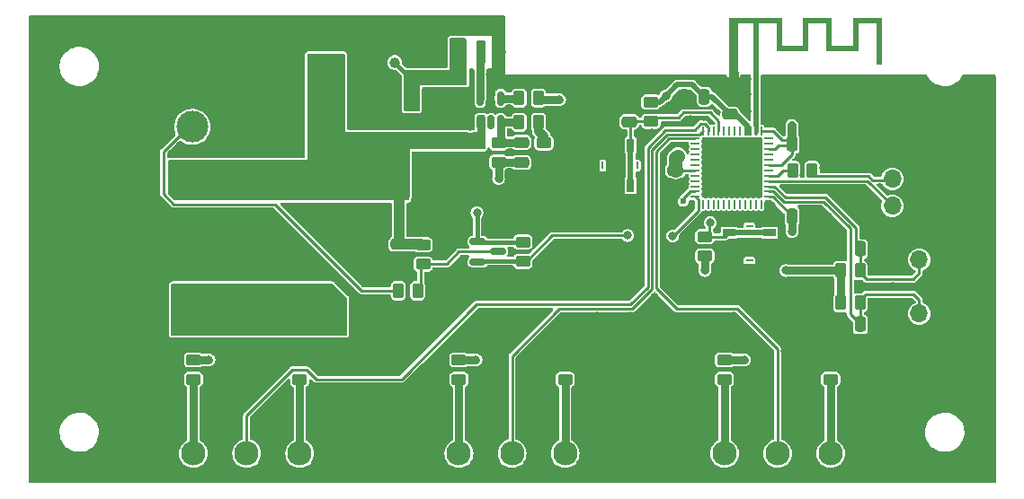
<source format=gtl>
G04 #@! TF.GenerationSoftware,KiCad,Pcbnew,(6.0.2)*
G04 #@! TF.CreationDate,2022-02-23T13:26:13+01:00*
G04 #@! TF.ProjectId,esp32-wled-adv-pcb,65737033-322d-4776-9c65-642d6164762d,rev?*
G04 #@! TF.SameCoordinates,Original*
G04 #@! TF.FileFunction,Copper,L1,Top*
G04 #@! TF.FilePolarity,Positive*
%FSLAX46Y46*%
G04 Gerber Fmt 4.6, Leading zero omitted, Abs format (unit mm)*
G04 Created by KiCad (PCBNEW (6.0.2)) date 2022-02-23 13:26:13*
%MOMM*%
%LPD*%
G01*
G04 APERTURE LIST*
G04 Aperture macros list*
%AMRoundRect*
0 Rectangle with rounded corners*
0 $1 Rounding radius*
0 $2 $3 $4 $5 $6 $7 $8 $9 X,Y pos of 4 corners*
0 Add a 4 corners polygon primitive as box body*
4,1,4,$2,$3,$4,$5,$6,$7,$8,$9,$2,$3,0*
0 Add four circle primitives for the rounded corners*
1,1,$1+$1,$2,$3*
1,1,$1+$1,$4,$5*
1,1,$1+$1,$6,$7*
1,1,$1+$1,$8,$9*
0 Add four rect primitives between the rounded corners*
20,1,$1+$1,$2,$3,$4,$5,0*
20,1,$1+$1,$4,$5,$6,$7,0*
20,1,$1+$1,$6,$7,$8,$9,0*
20,1,$1+$1,$8,$9,$2,$3,0*%
G04 Aperture macros list end*
G04 #@! TA.AperFunction,ComponentPad*
%ADD10R,1.700000X1.700000*%
G04 #@! TD*
G04 #@! TA.AperFunction,ComponentPad*
%ADD11O,1.700000X1.700000*%
G04 #@! TD*
G04 #@! TA.AperFunction,ComponentPad*
%ADD12R,3.000000X3.000000*%
G04 #@! TD*
G04 #@! TA.AperFunction,ComponentPad*
%ADD13C,3.000000*%
G04 #@! TD*
G04 #@! TA.AperFunction,SMDPad,CuDef*
%ADD14RoundRect,0.250000X0.450000X-0.262500X0.450000X0.262500X-0.450000X0.262500X-0.450000X-0.262500X0*%
G04 #@! TD*
G04 #@! TA.AperFunction,SMDPad,CuDef*
%ADD15RoundRect,0.250000X-0.475000X0.250000X-0.475000X-0.250000X0.475000X-0.250000X0.475000X0.250000X0*%
G04 #@! TD*
G04 #@! TA.AperFunction,SMDPad,CuDef*
%ADD16RoundRect,0.250000X-0.450000X0.262500X-0.450000X-0.262500X0.450000X-0.262500X0.450000X0.262500X0*%
G04 #@! TD*
G04 #@! TA.AperFunction,SMDPad,CuDef*
%ADD17RoundRect,0.250000X0.250000X0.475000X-0.250000X0.475000X-0.250000X-0.475000X0.250000X-0.475000X0*%
G04 #@! TD*
G04 #@! TA.AperFunction,SMDPad,CuDef*
%ADD18RoundRect,0.250000X-0.262500X-0.450000X0.262500X-0.450000X0.262500X0.450000X-0.262500X0.450000X0*%
G04 #@! TD*
G04 #@! TA.AperFunction,SMDPad,CuDef*
%ADD19R,0.250000X0.700000*%
G04 #@! TD*
G04 #@! TA.AperFunction,SMDPad,CuDef*
%ADD20R,0.700000X1.250000*%
G04 #@! TD*
G04 #@! TA.AperFunction,ComponentPad*
%ADD21C,1.000000*%
G04 #@! TD*
G04 #@! TA.AperFunction,SMDPad,CuDef*
%ADD22RoundRect,0.250000X0.475000X-0.250000X0.475000X0.250000X-0.475000X0.250000X-0.475000X-0.250000X0*%
G04 #@! TD*
G04 #@! TA.AperFunction,ComponentPad*
%ADD23C,2.300000*%
G04 #@! TD*
G04 #@! TA.AperFunction,SMDPad,CuDef*
%ADD24R,0.700000X0.250000*%
G04 #@! TD*
G04 #@! TA.AperFunction,SMDPad,CuDef*
%ADD25R,1.250000X0.700000*%
G04 #@! TD*
G04 #@! TA.AperFunction,SMDPad,CuDef*
%ADD26RoundRect,0.250000X0.262500X0.450000X-0.262500X0.450000X-0.262500X-0.450000X0.262500X-0.450000X0*%
G04 #@! TD*
G04 #@! TA.AperFunction,ConnectorPad*
%ADD27R,0.500000X0.500000*%
G04 #@! TD*
G04 #@! TA.AperFunction,ComponentPad*
%ADD28R,0.900000X0.500000*%
G04 #@! TD*
G04 #@! TA.AperFunction,SMDPad,CuDef*
%ADD29RoundRect,0.225000X0.225000X0.875000X-0.225000X0.875000X-0.225000X-0.875000X0.225000X-0.875000X0*%
G04 #@! TD*
G04 #@! TA.AperFunction,SMDPad,CuDef*
%ADD30RoundRect,0.250000X-0.250000X-0.475000X0.250000X-0.475000X0.250000X0.475000X-0.250000X0.475000X0*%
G04 #@! TD*
G04 #@! TA.AperFunction,SMDPad,CuDef*
%ADD31RoundRect,0.150000X-0.587500X-0.150000X0.587500X-0.150000X0.587500X0.150000X-0.587500X0.150000X0*%
G04 #@! TD*
G04 #@! TA.AperFunction,SMDPad,CuDef*
%ADD32RoundRect,0.062500X-0.062500X0.337500X-0.062500X-0.337500X0.062500X-0.337500X0.062500X0.337500X0*%
G04 #@! TD*
G04 #@! TA.AperFunction,SMDPad,CuDef*
%ADD33RoundRect,0.100000X-0.100000X0.300000X-0.100000X-0.300000X0.100000X-0.300000X0.100000X0.300000X0*%
G04 #@! TD*
G04 #@! TA.AperFunction,SMDPad,CuDef*
%ADD34RoundRect,0.062500X-0.337500X0.062500X-0.337500X-0.062500X0.337500X-0.062500X0.337500X0.062500X0*%
G04 #@! TD*
G04 #@! TA.AperFunction,SMDPad,CuDef*
%ADD35R,5.300000X5.300000*%
G04 #@! TD*
G04 #@! TA.AperFunction,SMDPad,CuDef*
%ADD36RoundRect,0.150000X-0.150000X0.512500X-0.150000X-0.512500X0.150000X-0.512500X0.150000X0.512500X0*%
G04 #@! TD*
G04 #@! TA.AperFunction,ViaPad*
%ADD37C,0.800000*%
G04 #@! TD*
G04 #@! TA.AperFunction,ViaPad*
%ADD38C,0.500000*%
G04 #@! TD*
G04 #@! TA.AperFunction,ViaPad*
%ADD39C,1.200000*%
G04 #@! TD*
G04 #@! TA.AperFunction,ViaPad*
%ADD40C,0.600000*%
G04 #@! TD*
G04 #@! TA.AperFunction,Conductor*
%ADD41C,0.400000*%
G04 #@! TD*
G04 #@! TA.AperFunction,Conductor*
%ADD42C,0.500000*%
G04 #@! TD*
G04 #@! TA.AperFunction,Conductor*
%ADD43C,0.900000*%
G04 #@! TD*
G04 #@! TA.AperFunction,Conductor*
%ADD44C,0.750000*%
G04 #@! TD*
G04 #@! TA.AperFunction,Conductor*
%ADD45C,1.000000*%
G04 #@! TD*
G04 #@! TA.AperFunction,Conductor*
%ADD46C,1.250000*%
G04 #@! TD*
G04 #@! TA.AperFunction,Conductor*
%ADD47C,0.250000*%
G04 #@! TD*
G04 #@! TA.AperFunction,Conductor*
%ADD48C,0.850000*%
G04 #@! TD*
G04 APERTURE END LIST*
G04 #@! TO.C,AE1*
G36*
X152411600Y-86900800D02*
G01*
X152411600Y-89540800D01*
X154411600Y-89540800D01*
X154411600Y-86900800D01*
X157111600Y-86900800D01*
X157111600Y-89540800D01*
X159111600Y-89540800D01*
X159111600Y-86900800D01*
X161811600Y-86900800D01*
X161811600Y-91340800D01*
X161311600Y-91340800D01*
X161311600Y-87400800D01*
X159611600Y-87400800D01*
X159611600Y-90040800D01*
X156611600Y-90040800D01*
X156611600Y-87400800D01*
X154911600Y-87400800D01*
X154911600Y-90040800D01*
X151911600Y-90040800D01*
X151911600Y-87400800D01*
X150211600Y-87400800D01*
X150211600Y-92300800D01*
X149711600Y-92300800D01*
X149711600Y-87400800D01*
X148311600Y-87400800D01*
X148311600Y-92300800D01*
X147411600Y-92300800D01*
X147411600Y-92057585D01*
X147714017Y-92057585D01*
X147723858Y-92105195D01*
X147747926Y-92147597D01*
X147785869Y-92180381D01*
X147793781Y-92184735D01*
X147836444Y-92196843D01*
X147884963Y-92196100D01*
X147930478Y-92183200D01*
X147949089Y-92172587D01*
X147982732Y-92137353D01*
X148003291Y-92092168D01*
X148009822Y-92042642D01*
X148001382Y-91994383D01*
X147984488Y-91962157D01*
X147949228Y-91929487D01*
X147903918Y-91909392D01*
X147854333Y-91902818D01*
X147806247Y-91910708D01*
X147773355Y-91927614D01*
X147738415Y-91964384D01*
X147718753Y-92009178D01*
X147714017Y-92057585D01*
X147411600Y-92057585D01*
X147411600Y-86900800D01*
X152411600Y-86900800D01*
G37*
G04 #@! TD*
D10*
G04 #@! TO.P,J6,1,Pin_1*
G04 #@! TO.N,GND*
X162809000Y-114808000D03*
D11*
G04 #@! TO.P,J6,2,Pin_2*
G04 #@! TO.N,/WLED_CTRL_IO19*
X165349000Y-114808000D03*
G04 #@! TD*
D12*
G04 #@! TO.P,J2,1,Pin_1*
G04 #@! TO.N,GND*
X96881500Y-92188000D03*
D13*
G04 #@! TO.P,J2,2,Pin_2*
G04 #@! TO.N,/LED_DATA*
X96881500Y-97188000D03*
G04 #@! TO.P,J2,3,Pin_3*
G04 #@! TO.N,+5V*
X96881500Y-102188000D03*
G04 #@! TD*
D14*
G04 #@! TO.P,R13,1*
G04 #@! TO.N,Net-(R13-Pad1)*
X157000000Y-121000000D03*
G04 #@! TO.P,R13,2*
G04 #@! TO.N,GND*
X157000000Y-119175000D03*
G04 #@! TD*
D15*
G04 #@! TO.P,C3,1*
G04 #@! TO.N,GND*
X138049000Y-94808000D03*
G04 #@! TO.P,C3,2*
G04 #@! TO.N,/RST*
X138049000Y-96708000D03*
G04 #@! TD*
D16*
G04 #@! TO.P,R12,1*
G04 #@! TO.N,+3V3*
X147000000Y-119175000D03*
G04 #@! TO.P,R12,2*
G04 #@! TO.N,Net-(R12-Pad2)*
X147000000Y-121000000D03*
G04 #@! TD*
G04 #@! TO.P,R14,1*
G04 #@! TO.N,+3V3*
X128016000Y-108053500D03*
G04 #@! TO.P,R14,2*
G04 #@! TO.N,Net-(Q1-Pad2)*
X128016000Y-109878500D03*
G04 #@! TD*
D17*
G04 #@! TO.P,C1,1*
G04 #@! TO.N,GND*
X118298000Y-102870000D03*
G04 #@! TO.P,C1,2*
G04 #@! TO.N,+5V*
X116398000Y-102870000D03*
G04 #@! TD*
D18*
G04 #@! TO.P,R7,1*
G04 #@! TO.N,+3V3*
X157939100Y-110744000D03*
G04 #@! TO.P,R7,2*
G04 #@! TO.N,/WLED_CTRL_IO22*
X159764100Y-110744000D03*
G04 #@! TD*
D17*
G04 #@! TO.P,C15,1*
G04 #@! TO.N,/WLED_CTRL_IO19*
X159801600Y-115824000D03*
G04 #@! TO.P,C15,2*
G04 #@! TO.N,GND*
X157901600Y-115824000D03*
G04 #@! TD*
D19*
G04 #@! TO.P,SW1,*
G04 #@! TO.N,*
X138785000Y-100838000D03*
X135535000Y-100838000D03*
D20*
G04 #@! TO.P,SW1,1,1*
G04 #@! TO.N,GND*
X136160000Y-102713000D03*
X136160000Y-98963000D03*
G04 #@! TO.P,SW1,2,2*
G04 #@! TO.N,/RST*
X138160000Y-98963000D03*
X138160000Y-102713000D03*
G04 #@! TD*
D21*
G04 #@! TO.P,TP1,1,1*
G04 #@! TO.N,+3V3*
X115950000Y-91125000D03*
G04 #@! TD*
D22*
G04 #@! TO.P,C12,1*
G04 #@! TO.N,+5V*
X119483562Y-98669007D03*
G04 #@! TO.P,C12,2*
G04 #@! TO.N,GND*
X119483562Y-96769007D03*
G04 #@! TD*
D14*
G04 #@! TO.P,R9,1*
G04 #@! TO.N,Net-(R9-Pad1)*
X107000000Y-121003700D03*
G04 #@! TO.P,R9,2*
G04 #@! TO.N,GND*
X107000000Y-119178700D03*
G04 #@! TD*
D23*
G04 #@! TO.P,RV3,1,1*
G04 #@! TO.N,Net-(R12-Pad2)*
X147000000Y-128000000D03*
G04 #@! TO.P,RV3,2,2*
G04 #@! TO.N,/WLED_CTRL_IO33*
X152000000Y-128000000D03*
G04 #@! TO.P,RV3,3,3*
G04 #@! TO.N,Net-(R13-Pad1)*
X157000000Y-128000000D03*
G04 #@! TD*
D16*
G04 #@! TO.P,R6,1*
G04 #@! TO.N,Net-(R5-Pad2)*
X129999162Y-98694919D03*
G04 #@! TO.P,R6,2*
G04 #@! TO.N,GND*
X129999162Y-100519919D03*
G04 #@! TD*
D24*
G04 #@! TO.P,SW2,*
G04 #@! TO.N,*
X149352000Y-106553600D03*
X149352000Y-109803600D03*
D25*
G04 #@! TO.P,SW2,1,1*
G04 #@! TO.N,GND*
X151227000Y-109178600D03*
X147477000Y-109178600D03*
G04 #@! TO.P,SW2,2,2*
G04 #@! TO.N,/BOOT*
X147477000Y-107178600D03*
X151227000Y-107178600D03*
G04 #@! TD*
D22*
G04 #@! TO.P,C2,1*
G04 #@! TO.N,+5V*
X121794962Y-98674007D03*
G04 #@! TO.P,C2,2*
G04 #@! TO.N,GND*
X121794962Y-96774007D03*
G04 #@! TD*
D26*
G04 #@! TO.P,R2,1*
G04 #@! TO.N,+5V*
X129489262Y-94476619D03*
G04 #@! TO.P,R2,2*
G04 #@! TO.N,Net-(R2-Pad2)*
X127664262Y-94476619D03*
G04 #@! TD*
D23*
G04 #@! TO.P,RV2,1,1*
G04 #@! TO.N,Net-(R10-Pad2)*
X122000000Y-128000000D03*
G04 #@! TO.P,RV2,2,2*
G04 #@! TO.N,/WLED_CTRL_IO32*
X127000000Y-128000000D03*
G04 #@! TO.P,RV2,3,3*
G04 #@! TO.N,Net-(R11-Pad1)*
X132000000Y-128000000D03*
G04 #@! TD*
D15*
G04 #@! TO.P,C5,1*
G04 #@! TO.N,GND*
X147523200Y-94096800D03*
G04 #@! TO.P,C5,2*
G04 #@! TO.N,+3V3*
X147523200Y-95996800D03*
G04 #@! TD*
D17*
G04 #@! TO.P,C7,1*
G04 #@! TO.N,GND*
X155280400Y-105613200D03*
G04 #@! TO.P,C7,2*
G04 #@! TO.N,+3V3*
X153380400Y-105613200D03*
G04 #@! TD*
D23*
G04 #@! TO.P,RV1,1,1*
G04 #@! TO.N,Net-(R8-Pad2)*
X97000000Y-128000000D03*
G04 #@! TO.P,RV1,2,2*
G04 #@! TO.N,/WLED_CTRL_IO35*
X102000000Y-128000000D03*
G04 #@! TO.P,RV1,3,3*
G04 #@! TO.N,Net-(R9-Pad1)*
X107000000Y-128000000D03*
G04 #@! TD*
D10*
G04 #@! TO.P,J1,1,Pin_1*
G04 #@! TO.N,GND*
X162814000Y-99568000D03*
D11*
G04 #@! TO.P,J1,2,Pin_2*
G04 #@! TO.N,/ESP_TXD*
X162814000Y-102108000D03*
G04 #@! TO.P,J1,3,Pin_3*
G04 #@! TO.N,/ESP_RXD*
X162814000Y-104648000D03*
G04 #@! TD*
D18*
G04 #@! TO.P,R18,1*
G04 #@! TO.N,+3V3*
X157939100Y-113792000D03*
G04 #@! TO.P,R18,2*
G04 #@! TO.N,/WLED_CTRL_IO19*
X159764100Y-113792000D03*
G04 #@! TD*
D22*
G04 #@! TO.P,C13,1*
G04 #@! TO.N,GND*
X116308500Y-110170000D03*
G04 #@! TO.P,C13,2*
G04 #@! TO.N,+5V*
X116308500Y-108270000D03*
G04 #@! TD*
D15*
G04 #@! TO.P,C10,1*
G04 #@! TO.N,+3V3*
X121793000Y-92588000D03*
G04 #@! TO.P,C10,2*
G04 #@! TO.N,GND*
X121793000Y-94488000D03*
G04 #@! TD*
D14*
G04 #@! TO.P,R11,1*
G04 #@! TO.N,Net-(R11-Pad1)*
X132000000Y-121000000D03*
G04 #@! TO.P,R11,2*
G04 #@! TO.N,GND*
X132000000Y-119175000D03*
G04 #@! TD*
D27*
G04 #@! TO.P,AE1,1,A*
G04 #@! TO.N,/LNA*
X149961600Y-92050800D03*
D28*
G04 #@! TO.P,AE1,2,Shield*
G04 #@! TO.N,GND*
X147861600Y-92050800D03*
G04 #@! TD*
D18*
G04 #@! TO.P,R17,1*
G04 #@! TO.N,Net-(R17-Pad1)*
X153417900Y-101295200D03*
G04 #@! TO.P,R17,2*
G04 #@! TO.N,/ESP_TXD*
X155242900Y-101295200D03*
G04 #@! TD*
D10*
G04 #@! TO.P,J5,1,Pin_1*
G04 #@! TO.N,GND*
X162809000Y-109728000D03*
D11*
G04 #@! TO.P,J5,2,Pin_2*
G04 #@! TO.N,/WLED_CTRL_IO22*
X165349000Y-109728000D03*
G04 #@! TD*
D29*
G04 #@! TO.P,L1,1,1*
G04 #@! TO.N,Net-(L1-Pad1)*
X124074000Y-90170000D03*
G04 #@! TO.P,L1,2,2*
G04 #@! TO.N,+3V3*
X122174000Y-90170000D03*
G04 #@! TD*
D14*
G04 #@! TO.P,R3,1*
G04 #@! TO.N,+3V3*
X145161000Y-109370500D03*
G04 #@! TO.P,R3,2*
G04 #@! TO.N,/BOOT*
X145161000Y-107545500D03*
G04 #@! TD*
D30*
G04 #@! TO.P,C4,1*
G04 #@! TO.N,GND*
X143195000Y-94335600D03*
G04 #@! TO.P,C4,2*
G04 #@! TO.N,+3V3*
X145095000Y-94335600D03*
G04 #@! TD*
D31*
G04 #@! TO.P,Q1,1,G*
G04 #@! TO.N,+3V3*
X123776500Y-108016000D03*
G04 #@! TO.P,Q1,2,S*
G04 #@! TO.N,Net-(Q1-Pad2)*
X123776500Y-109916000D03*
G04 #@! TO.P,Q1,3,D*
G04 #@! TO.N,Net-(Q1-Pad3)*
X125651500Y-108966000D03*
G04 #@! TD*
D21*
G04 #@! TO.P,TP2,1,1*
G04 #@! TO.N,GND*
X118516400Y-89255600D03*
G04 #@! TD*
D12*
G04 #@! TO.P,J4,1,Pin_1*
G04 #@! TO.N,GND*
X96881500Y-109056700D03*
D13*
G04 #@! TO.P,J4,2,Pin_2*
G04 #@! TO.N,/+5Vin*
X96881500Y-114056700D03*
G04 #@! TD*
D16*
G04 #@! TO.P,R1,1*
G04 #@! TO.N,+3V3*
X140081000Y-94845500D03*
G04 #@! TO.P,R1,2*
G04 #@! TO.N,/RST*
X140081000Y-96670500D03*
G04 #@! TD*
D13*
G04 #@! TO.P,F1,1*
G04 #@! TO.N,+5V*
X109474000Y-92205000D03*
G04 #@! TO.P,F1,2*
G04 #@! TO.N,/+5Vin*
X109474000Y-114805000D03*
G04 #@! TD*
D15*
G04 #@! TO.P,C9,1*
G04 #@! TO.N,+3V3*
X119483562Y-92588000D03*
G04 #@! TO.P,C9,2*
G04 #@! TO.N,GND*
X119483562Y-94488000D03*
G04 #@! TD*
D32*
G04 #@! TO.P,U2,1,VDDA*
G04 #@! TO.N,+3V3*
X150461600Y-97591200D03*
D33*
G04 #@! TO.P,U2,2,LNA_IN*
G04 #@! TO.N,/LNA*
X149961600Y-97591200D03*
D32*
G04 #@! TO.P,U2,3,VDDA3P3*
G04 #@! TO.N,+3V3*
X149461600Y-97591200D03*
G04 #@! TO.P,U2,4,VDDA3P3*
X148961600Y-97591200D03*
G04 #@! TO.P,U2,5,SENSOR_VP*
G04 #@! TO.N,unconnected-(U2-Pad5)*
X148461600Y-97591200D03*
G04 #@! TO.P,U2,6,SENSOR_CAPP*
G04 #@! TO.N,unconnected-(U2-Pad6)*
X147961600Y-97591200D03*
G04 #@! TO.P,U2,7,SENSOR_CAPN*
G04 #@! TO.N,unconnected-(U2-Pad7)*
X147461600Y-97591200D03*
G04 #@! TO.P,U2,8,SENSOR_VN*
G04 #@! TO.N,unconnected-(U2-Pad8)*
X146961600Y-97591200D03*
G04 #@! TO.P,U2,9,EN*
G04 #@! TO.N,/RST*
X146461600Y-97591200D03*
G04 #@! TO.P,U2,10,IO34*
G04 #@! TO.N,unconnected-(U2-Pad10)*
X145961600Y-97591200D03*
G04 #@! TO.P,U2,11,IO35*
G04 #@! TO.N,/WLED_CTRL_IO35*
X145461600Y-97591200D03*
G04 #@! TO.P,U2,12,IO32*
G04 #@! TO.N,/WLED_CTRL_IO32*
X144961600Y-97591200D03*
D34*
G04 #@! TO.P,U2,13,IO33*
G04 #@! TO.N,/WLED_CTRL_IO33*
X144261600Y-98291200D03*
G04 #@! TO.P,U2,14,IO25*
G04 #@! TO.N,unconnected-(U2-Pad14)*
X144261600Y-98791200D03*
G04 #@! TO.P,U2,15,IO26*
G04 #@! TO.N,unconnected-(U2-Pad15)*
X144261600Y-99291200D03*
G04 #@! TO.P,U2,16,IO27*
G04 #@! TO.N,unconnected-(U2-Pad16)*
X144261600Y-99791200D03*
G04 #@! TO.P,U2,17,IO14*
G04 #@! TO.N,unconnected-(U2-Pad17)*
X144261600Y-100291200D03*
G04 #@! TO.P,U2,18,IO12*
G04 #@! TO.N,unconnected-(U2-Pad18)*
X144261600Y-100791200D03*
G04 #@! TO.P,U2,19,VDD3P3_RTC*
G04 #@! TO.N,+3V3*
X144261600Y-101291200D03*
G04 #@! TO.P,U2,20,IO13*
G04 #@! TO.N,unconnected-(U2-Pad20)*
X144261600Y-101791200D03*
G04 #@! TO.P,U2,21,IO15*
G04 #@! TO.N,unconnected-(U2-Pad21)*
X144261600Y-102291200D03*
G04 #@! TO.P,U2,22,IO2*
G04 #@! TO.N,unconnected-(U2-Pad22)*
X144261600Y-102791200D03*
G04 #@! TO.P,U2,23,IO0*
G04 #@! TO.N,/BOOT*
X144261600Y-103291200D03*
G04 #@! TO.P,U2,24,IO4*
G04 #@! TO.N,Net-(Q1-Pad2)*
X144261600Y-103791200D03*
D32*
G04 #@! TO.P,U2,25,IO16*
G04 #@! TO.N,unconnected-(U2-Pad25)*
X144961600Y-104491200D03*
G04 #@! TO.P,U2,26,VDD_SDIO*
G04 #@! TO.N,unconnected-(U2-Pad26)*
X145461600Y-104491200D03*
G04 #@! TO.P,U2,27,IO17*
G04 #@! TO.N,unconnected-(U2-Pad27)*
X145961600Y-104491200D03*
G04 #@! TO.P,U2,28,SD2/IO9*
G04 #@! TO.N,unconnected-(U2-Pad28)*
X146461600Y-104491200D03*
G04 #@! TO.P,U2,29,SD3/IO10*
G04 #@! TO.N,unconnected-(U2-Pad29)*
X146961600Y-104491200D03*
G04 #@! TO.P,U2,30,CMD*
G04 #@! TO.N,unconnected-(U2-Pad30)*
X147461600Y-104491200D03*
G04 #@! TO.P,U2,31,CLK*
G04 #@! TO.N,unconnected-(U2-Pad31)*
X147961600Y-104491200D03*
G04 #@! TO.P,U2,32,SD0*
G04 #@! TO.N,unconnected-(U2-Pad32)*
X148461600Y-104491200D03*
G04 #@! TO.P,U2,33,SD1*
G04 #@! TO.N,unconnected-(U2-Pad33)*
X148961600Y-104491200D03*
G04 #@! TO.P,U2,34,IO5*
G04 #@! TO.N,unconnected-(U2-Pad34)*
X149461600Y-104491200D03*
G04 #@! TO.P,U2,35,IO18*
G04 #@! TO.N,unconnected-(U2-Pad35)*
X149961600Y-104491200D03*
G04 #@! TO.P,U2,36,IO23*
G04 #@! TO.N,unconnected-(U2-Pad36)*
X150461600Y-104491200D03*
D34*
G04 #@! TO.P,U2,37,VDD3P3_CPU*
G04 #@! TO.N,+3V3*
X151161600Y-103791200D03*
G04 #@! TO.P,U2,38,IO19*
G04 #@! TO.N,/WLED_CTRL_IO19*
X151161600Y-103291200D03*
G04 #@! TO.P,U2,39,IO22*
G04 #@! TO.N,/WLED_CTRL_IO22*
X151161600Y-102791200D03*
G04 #@! TO.P,U2,40,U0RXD/IO3*
G04 #@! TO.N,/ESP_RXD*
X151161600Y-102291200D03*
G04 #@! TO.P,U2,41,U0TXD/IO1*
G04 #@! TO.N,Net-(R17-Pad1)*
X151161600Y-101791200D03*
G04 #@! TO.P,U2,42,IO21*
G04 #@! TO.N,unconnected-(U2-Pad42)*
X151161600Y-101291200D03*
G04 #@! TO.P,U2,43,VDDA*
G04 #@! TO.N,+3V3*
X151161600Y-100791200D03*
G04 #@! TO.P,U2,44,XTAL_N_NC*
G04 #@! TO.N,unconnected-(U2-Pad44)*
X151161600Y-100291200D03*
G04 #@! TO.P,U2,45,XTAL_P_NC*
G04 #@! TO.N,unconnected-(U2-Pad45)*
X151161600Y-99791200D03*
G04 #@! TO.P,U2,46,VDDA*
G04 #@! TO.N,+3V3*
X151161600Y-99291200D03*
G04 #@! TO.P,U2,47,CAP2_NC*
G04 #@! TO.N,unconnected-(U2-Pad47)*
X151161600Y-98791200D03*
G04 #@! TO.P,U2,48,CAP1_NC*
G04 #@! TO.N,unconnected-(U2-Pad48)*
X151161600Y-98291200D03*
D35*
G04 #@! TO.P,U2,49,GND*
G04 #@! TO.N,GND*
X147711600Y-101041200D03*
G04 #@! TD*
D16*
G04 #@! TO.P,R15,1*
G04 #@! TO.N,+5V*
X118618000Y-108307500D03*
G04 #@! TO.P,R15,2*
G04 #@! TO.N,Net-(Q1-Pad3)*
X118618000Y-110132500D03*
G04 #@! TD*
G04 #@! TO.P,R8,1*
G04 #@! TO.N,+3V3*
X97000000Y-119175000D03*
G04 #@! TO.P,R8,2*
G04 #@! TO.N,Net-(R8-Pad2)*
X97000000Y-121000000D03*
G04 #@! TD*
D26*
G04 #@! TO.P,R16,1*
G04 #@! TO.N,Net-(Q1-Pad3)*
X118110000Y-112649000D03*
G04 #@! TO.P,R16,2*
G04 #@! TO.N,/LED_DATA*
X116285000Y-112649000D03*
G04 #@! TD*
D18*
G04 #@! TO.P,R5,1*
G04 #@! TO.N,Net-(C14-Pad2)*
X127666162Y-96762619D03*
G04 #@! TO.P,R5,2*
G04 #@! TO.N,Net-(R5-Pad2)*
X129491162Y-96762619D03*
G04 #@! TD*
D22*
G04 #@! TO.P,C14,1*
G04 #@! TO.N,+3V3*
X127865562Y-100557419D03*
G04 #@! TO.P,C14,2*
G04 #@! TO.N,Net-(C14-Pad2)*
X127865562Y-98657419D03*
G04 #@! TD*
D14*
G04 #@! TO.P,R4,1*
G04 #@! TO.N,+3V3*
X125731962Y-100519919D03*
G04 #@! TO.P,R4,2*
G04 #@! TO.N,Net-(C14-Pad2)*
X125731962Y-98694919D03*
G04 #@! TD*
D17*
G04 #@! TO.P,C6,1*
G04 #@! TO.N,GND*
X155280400Y-98806000D03*
G04 #@! TO.P,C6,2*
G04 #@! TO.N,+3V3*
X153380400Y-98806000D03*
G04 #@! TD*
D22*
G04 #@! TO.P,C8,1*
G04 #@! TO.N,GND*
X142392400Y-103195200D03*
G04 #@! TO.P,C8,2*
G04 #@! TO.N,+3V3*
X142392400Y-101295200D03*
G04 #@! TD*
D16*
G04 #@! TO.P,R10,1*
G04 #@! TO.N,+3V3*
X122000000Y-119175000D03*
G04 #@! TO.P,R10,2*
G04 #@! TO.N,Net-(R10-Pad2)*
X122000000Y-121000000D03*
G04 #@! TD*
D36*
G04 #@! TO.P,U1,1,EN*
G04 #@! TO.N,Net-(R2-Pad2)*
X125918000Y-94493500D03*
G04 #@! TO.P,U1,2,GND*
G04 #@! TO.N,GND*
X124968000Y-94493500D03*
G04 #@! TO.P,U1,3,SW*
G04 #@! TO.N,Net-(L1-Pad1)*
X124018000Y-94493500D03*
G04 #@! TO.P,U1,4,IN*
G04 #@! TO.N,+5V*
X124018000Y-96768500D03*
G04 #@! TO.P,U1,5,NC*
G04 #@! TO.N,unconnected-(U1-Pad5)*
X124968000Y-96768500D03*
G04 #@! TO.P,U1,6,FB*
G04 #@! TO.N,Net-(C14-Pad2)*
X125918000Y-96768500D03*
G04 #@! TD*
D17*
G04 #@! TO.P,C11,1*
G04 #@! TO.N,/WLED_CTRL_IO22*
X159801600Y-108712000D03*
G04 #@! TO.P,C11,2*
G04 #@! TO.N,GND*
X157901600Y-108712000D03*
G04 #@! TD*
D37*
G04 #@! TO.N,GND*
X117906800Y-104038400D03*
X108077000Y-126492000D03*
X151180800Y-118364000D03*
D38*
X146658755Y-103040360D03*
D37*
X171704000Y-116840000D03*
X154330400Y-107950000D03*
X82296000Y-130048000D03*
X127762000Y-126365000D03*
X133400800Y-120192800D03*
X108000800Y-122275600D03*
X99364800Y-109474000D03*
D38*
X143865600Y-104495600D03*
D37*
X161188400Y-96774000D03*
X126849562Y-95645019D03*
X121412000Y-130048000D03*
X154178000Y-92862400D03*
X107086400Y-96926400D03*
D38*
X145710225Y-99989484D03*
D37*
X135026400Y-115062000D03*
X154330400Y-100076000D03*
X131933381Y-93038585D03*
D38*
X147711600Y-99991200D03*
D37*
X94234000Y-110540800D03*
X125730000Y-87376000D03*
X123952000Y-114655600D03*
X95707200Y-98958400D03*
X107696000Y-117602000D03*
X113131600Y-120192800D03*
X133096000Y-122555000D03*
X142392400Y-106146600D03*
X153416000Y-95046800D03*
X86868000Y-120015000D03*
X131038600Y-106603800D03*
X160172400Y-99161600D03*
X159512000Y-101092000D03*
X149860000Y-119583200D03*
X124333000Y-100899007D03*
X141325600Y-102260400D03*
X112166400Y-110845600D03*
X147320000Y-130048000D03*
X137160000Y-130048000D03*
X105994200Y-104749600D03*
X86600000Y-104000000D03*
X100761800Y-99669600D03*
X82296000Y-87376000D03*
X98425000Y-120396000D03*
X105156000Y-120192800D03*
X163626800Y-103378000D03*
X110794800Y-111709200D03*
X125577600Y-88696800D03*
X106273600Y-109575600D03*
X118770400Y-101396800D03*
X130657600Y-120192800D03*
D38*
X154355800Y-106019600D03*
D37*
X114960400Y-90068400D03*
X120396000Y-106553000D03*
D38*
X154355800Y-105206800D03*
D37*
X123063000Y-97155000D03*
X120904000Y-126492000D03*
X148082000Y-122555000D03*
X101600000Y-130048000D03*
X144145000Y-106578400D03*
X111760000Y-87376000D03*
D38*
X148761600Y-101041200D03*
D37*
X133350000Y-92837000D03*
X113665000Y-111887000D03*
X171704000Y-111760000D03*
X101650800Y-107594400D03*
X144678400Y-92659200D03*
X105714800Y-106603800D03*
X117475000Y-106975000D03*
X167030400Y-108051600D03*
X122377200Y-116281200D03*
X116840000Y-87376000D03*
X160121600Y-103022400D03*
X155575000Y-119126000D03*
X141452600Y-116230400D03*
X82296000Y-101600000D03*
X114604800Y-91643200D03*
X166014400Y-122326400D03*
X137312400Y-101168200D03*
X95504000Y-118872000D03*
X90170000Y-122047000D03*
X95631000Y-91059000D03*
X136144000Y-110744000D03*
X160578800Y-100228400D03*
X169748200Y-92710000D03*
X117398800Y-91236800D03*
X165811200Y-95300800D03*
X161137600Y-104292400D03*
D38*
X152501600Y-102819200D03*
D37*
X126492000Y-118160800D03*
X109321600Y-110210600D03*
X141351000Y-108178600D03*
X151485600Y-113436400D03*
X133350000Y-118160800D03*
X140868400Y-126898400D03*
X125984000Y-90170000D03*
X132080000Y-98298000D03*
X171704000Y-101600000D03*
X137160000Y-106680000D03*
X141376400Y-112064800D03*
X122428000Y-109728000D03*
X114909600Y-107315000D03*
X118770400Y-99923600D03*
X112903000Y-106756200D03*
X134315200Y-103708200D03*
X116840000Y-130048000D03*
X131445000Y-110617000D03*
X147929600Y-113588800D03*
X105130600Y-99695000D03*
X125730000Y-106680000D03*
X140411200Y-113284000D03*
X143154400Y-105308400D03*
X169113200Y-119684800D03*
X126111000Y-126365000D03*
X171704000Y-121920000D03*
X156870400Y-96520000D03*
X117906800Y-114020600D03*
X101752400Y-123596400D03*
X88800000Y-96400000D03*
X163068000Y-94742000D03*
X161163000Y-123469400D03*
X157226000Y-92862400D03*
X163169600Y-92710000D03*
X152349200Y-97332800D03*
X138125200Y-115062000D03*
D38*
X146398700Y-95808800D03*
D37*
X110032800Y-118110000D03*
X132080000Y-130048000D03*
X144576800Y-111582200D03*
X156718000Y-105613200D03*
X138430000Y-123698000D03*
D38*
X148756532Y-99039484D03*
D37*
X86360000Y-130048000D03*
X127889000Y-122555000D03*
X168656000Y-96621600D03*
X161848800Y-119075200D03*
D38*
X148761600Y-103041200D03*
D37*
X82804000Y-117144800D03*
X116179600Y-92557600D03*
X128576762Y-95594219D03*
X156921200Y-111760000D03*
X137439400Y-97815400D03*
X103632000Y-117602000D03*
X162052000Y-130048000D03*
X138938000Y-112141000D03*
X109778800Y-120192800D03*
X169519600Y-106222800D03*
X160274000Y-92862400D03*
X159359600Y-95046800D03*
X87071200Y-87223600D03*
D38*
X143408400Y-99187000D03*
D37*
X156565600Y-103073200D03*
X108559600Y-104749600D03*
X142544800Y-115112800D03*
X134772400Y-98653600D03*
X115722400Y-115976400D03*
D38*
X143408400Y-102666800D03*
D37*
X117475000Y-109321600D03*
X125272800Y-116535200D03*
D38*
X145711600Y-101041200D03*
X142062200Y-98856800D03*
D37*
X113614200Y-89052400D03*
X124968000Y-111125000D03*
X120650000Y-95605600D03*
X118110000Y-118110000D03*
X156972000Y-109728000D03*
X163880800Y-105664000D03*
X116230400Y-120192800D03*
X111887000Y-93294200D03*
X125603000Y-91312000D03*
X128143000Y-112903000D03*
X159461200Y-118313200D03*
X151587200Y-108204000D03*
X154127200Y-114808000D03*
X137820400Y-113182400D03*
X120396000Y-103886000D03*
X108661200Y-107416600D03*
X102260400Y-120142000D03*
X130302000Y-116535200D03*
X107086400Y-99720400D03*
X127762000Y-120192800D03*
X96875600Y-99720400D03*
X154355800Y-109753400D03*
D38*
X161696400Y-102743000D03*
D37*
X137185400Y-98679000D03*
X123037600Y-118160800D03*
X148082000Y-126492000D03*
D38*
X146660602Y-102091199D03*
D37*
X113842800Y-94183200D03*
X165709600Y-92710000D03*
X98044000Y-126492000D03*
X131445000Y-109093000D03*
X132156200Y-101193600D03*
X160274000Y-107188000D03*
X138988800Y-110058200D03*
X104902000Y-122580400D03*
X114858800Y-97028000D03*
X113030000Y-126085600D03*
X158115000Y-126492000D03*
X110388400Y-109118400D03*
X105968800Y-124460000D03*
X130937000Y-122555000D03*
X107111800Y-89992200D03*
X142189200Y-95478600D03*
X99771200Y-105257600D03*
X143840200Y-96520000D03*
X141427200Y-110413800D03*
D38*
X147711600Y-103041200D03*
D37*
X142113000Y-104394000D03*
X91440000Y-87376000D03*
X120500000Y-89200000D03*
X156362400Y-101092000D03*
X107061000Y-93573600D03*
X130098800Y-114655600D03*
X91313000Y-93218000D03*
D38*
X148761600Y-102091200D03*
D37*
X146507200Y-108305600D03*
X94843600Y-97688400D03*
X110134400Y-121716800D03*
X148971000Y-105664000D03*
X139192000Y-93573600D03*
D38*
X108153200Y-121412000D03*
D37*
X148234400Y-120192800D03*
X157937200Y-101092000D03*
X143129000Y-107543600D03*
X147904200Y-115062000D03*
X155829000Y-122555000D03*
X171831000Y-92837000D03*
X161848800Y-92862400D03*
X171704000Y-127000000D03*
X82804000Y-121920000D03*
X97002600Y-117551200D03*
X137160000Y-103251000D03*
X102514400Y-99720400D03*
X100025200Y-117703600D03*
X113436400Y-121767600D03*
X82296000Y-111810800D03*
D38*
X149706532Y-99989484D03*
D37*
X148691600Y-109118400D03*
X136525000Y-108966000D03*
X94259400Y-114300000D03*
X116255800Y-96977200D03*
X129413000Y-107721400D03*
X120599200Y-120192800D03*
X138938000Y-104013000D03*
X166116000Y-104521000D03*
X103835200Y-96164400D03*
X145745200Y-118160800D03*
X111760000Y-89916000D03*
X154432000Y-97383600D03*
X159715200Y-112268000D03*
X146354800Y-105511600D03*
X123063000Y-126492000D03*
X138938000Y-106553000D03*
X168960800Y-112268000D03*
D38*
X105816400Y-121412000D03*
D37*
X112217200Y-113182400D03*
X93446600Y-99695000D03*
X130302000Y-103886000D03*
X150926800Y-96672400D03*
X128371600Y-116332000D03*
X95885000Y-122555000D03*
X149453600Y-114452400D03*
X120497600Y-118160800D03*
X152781000Y-126365000D03*
D38*
X152425400Y-106959400D03*
D37*
X126238000Y-120192800D03*
X158089600Y-107035600D03*
X98958400Y-99720400D03*
X115214400Y-113385600D03*
X137160000Y-92837000D03*
X101981000Y-93472000D03*
X158597600Y-104851200D03*
X102768400Y-124764800D03*
X145923000Y-122555000D03*
X149453600Y-117144800D03*
X167640000Y-130048000D03*
X157480000Y-130048000D03*
D38*
X147711600Y-101041200D03*
X123190000Y-92252800D03*
D37*
X157022800Y-114808000D03*
X117348000Y-111252000D03*
X120904000Y-122555000D03*
X115519200Y-118160800D03*
X138684000Y-117856000D03*
X139039600Y-97663000D03*
X106019600Y-122478800D03*
X151485600Y-116535200D03*
X133604000Y-113030000D03*
D38*
X146660602Y-99991199D03*
D37*
X112115600Y-115417600D03*
X106680000Y-130048000D03*
X152654000Y-92862400D03*
X120599200Y-99923600D03*
X121412000Y-87376000D03*
X155702000Y-92862400D03*
X130657600Y-118160800D03*
X93776800Y-104190800D03*
X134645400Y-101168200D03*
D38*
X146661600Y-101041200D03*
D37*
X133096000Y-126492000D03*
X152730200Y-118338600D03*
X96520000Y-87376000D03*
X146761200Y-92710000D03*
X143764000Y-109347000D03*
D38*
X146651419Y-99038477D03*
D37*
X119229562Y-95615807D03*
X161086800Y-101295200D03*
X98501200Y-98552000D03*
X129647381Y-101801585D03*
X102743000Y-126365000D03*
D38*
X154329900Y-101701600D03*
D37*
X120421400Y-109220000D03*
D38*
X149711600Y-101041200D03*
D37*
X147904200Y-111760000D03*
X101219000Y-126365000D03*
X150012400Y-109118400D03*
X137668000Y-120192800D03*
X168148000Y-100584000D03*
X165354000Y-112268000D03*
X142519400Y-117830600D03*
X111912400Y-117348000D03*
X127000000Y-130048000D03*
X96520000Y-130048000D03*
X113182400Y-118110000D03*
X146151600Y-93522800D03*
X112852200Y-109194600D03*
X153212800Y-111760000D03*
X128504381Y-92911585D03*
X132943600Y-105054400D03*
X152400000Y-130048000D03*
X126111000Y-122555000D03*
D38*
X139192000Y-101600000D03*
X145796000Y-95300800D03*
D37*
X132187381Y-95705585D03*
X145389600Y-115112800D03*
X126136400Y-114681000D03*
X110490000Y-107442000D03*
X154381200Y-103073200D03*
X145923000Y-126492000D03*
X94945200Y-99720400D03*
X142240000Y-130048000D03*
X151130000Y-126365000D03*
X105918000Y-126492000D03*
X158115000Y-122555000D03*
X135382000Y-94488000D03*
X115239800Y-104749600D03*
X116128800Y-124358400D03*
X98171000Y-122555000D03*
X133604000Y-96266000D03*
X122218779Y-95586221D03*
D38*
X143408400Y-102006400D03*
D37*
X149352000Y-108051600D03*
X128727200Y-118160800D03*
X82296000Y-91440000D03*
D38*
X141249400Y-96926400D03*
D37*
X147878800Y-92964000D03*
X95885000Y-126492000D03*
X116154200Y-94513400D03*
X155956000Y-126492000D03*
X120396000Y-116078000D03*
X94437200Y-117297200D03*
D38*
X147711600Y-99041200D03*
D37*
X149098000Y-94132400D03*
X125020762Y-93232019D03*
X87757000Y-112522000D03*
X120425000Y-110900000D03*
X123393200Y-120192800D03*
X91440000Y-130048000D03*
X124942500Y-92241419D03*
X116484400Y-89814400D03*
X130937000Y-126492000D03*
X152908000Y-122555000D03*
X165455600Y-119126000D03*
X124734077Y-95561552D03*
X141732000Y-120650000D03*
X103530400Y-109575600D03*
X151130000Y-122555000D03*
X171704000Y-106680000D03*
X110947200Y-104749600D03*
X106680000Y-87376000D03*
X145643600Y-112979200D03*
X123545600Y-99923600D03*
X106984800Y-108026200D03*
X127101600Y-102057200D03*
X149098000Y-92659200D03*
D38*
X147711600Y-102091200D03*
D37*
X158750000Y-92862400D03*
X141376400Y-106705400D03*
X113182400Y-104749600D03*
D38*
X148761600Y-99991200D03*
D37*
X151384000Y-104648000D03*
X141782800Y-92710000D03*
X156108400Y-117195600D03*
X133985000Y-106680000D03*
X111760000Y-130048000D03*
X92202000Y-108000800D03*
X140131800Y-97790000D03*
X102565200Y-105206800D03*
X103886000Y-121462800D03*
D38*
X158851600Y-115824000D03*
D37*
X111861600Y-95097600D03*
X142849600Y-113538000D03*
X123063000Y-122555000D03*
X164465000Y-92710000D03*
X136652000Y-96774000D03*
X167030400Y-116484400D03*
X123088400Y-88087200D03*
X113436400Y-97028000D03*
X150876000Y-95351600D03*
X111861600Y-97028000D03*
X157480000Y-99441000D03*
D38*
X145084800Y-96367600D03*
D37*
X82296000Y-106324400D03*
D38*
X146431000Y-109855000D03*
D37*
X107213400Y-105943400D03*
D38*
X126847600Y-108966000D03*
X145745200Y-96723200D03*
D37*
X116054500Y-111252000D03*
X123240800Y-113284000D03*
X165455600Y-97637600D03*
X150317200Y-111760000D03*
D38*
X145709218Y-102084371D03*
D37*
X145643600Y-120192800D03*
X162864800Y-112268000D03*
X82296000Y-127000000D03*
X125730000Y-103886000D03*
X150876000Y-92862400D03*
X118465600Y-120243600D03*
X117449600Y-121412000D03*
X120503381Y-91209785D03*
X139039600Y-108204000D03*
X104343200Y-105206800D03*
D38*
X139065000Y-96062800D03*
X149707967Y-102090063D03*
D37*
X131826000Y-115112800D03*
X150876000Y-94132400D03*
X171704000Y-130048000D03*
X148437600Y-118160800D03*
D38*
X144119600Y-95250000D03*
X144119600Y-94386400D03*
D37*
X171704000Y-96520000D03*
X122859800Y-106553000D03*
X152400000Y-109601000D03*
X121900381Y-101346000D03*
X149098000Y-95758000D03*
X82804000Y-96621600D03*
X101600000Y-87376000D03*
G04 #@! TO.N,+5V*
X123826962Y-98740007D03*
X131476181Y-94638785D03*
D39*
G04 #@! TO.N,+3V3*
X117553162Y-92517007D03*
X117553162Y-95057007D03*
D37*
X152781000Y-110744000D03*
X153365200Y-107086400D03*
D39*
X117553162Y-93787007D03*
D37*
X98450400Y-119176800D03*
X153365200Y-97078800D03*
X123698000Y-105283000D03*
X123596400Y-119176800D03*
X141478000Y-94259400D03*
X125731962Y-102092807D03*
X142621000Y-99923600D03*
X145161000Y-110744000D03*
X148894800Y-119176800D03*
G04 #@! TO.N,Net-(Q1-Pad2)*
X142138400Y-107467400D03*
X137896600Y-107442000D03*
D40*
G04 #@! TO.N,/BOOT*
X143129000Y-104223141D03*
D37*
X145663780Y-106238194D03*
G04 #@! TD*
D41*
G04 #@! TO.N,/LNA*
X149961600Y-97591200D02*
X149961600Y-97078800D01*
D42*
X149961600Y-92050800D02*
X149961600Y-97078800D01*
G04 #@! TO.N,GND*
X124968000Y-95327629D02*
X124968000Y-94493500D01*
X124734077Y-95561552D02*
X124968000Y-95327629D01*
X124664629Y-95631000D02*
X122263558Y-95631000D01*
X122263558Y-95631000D02*
X122218779Y-95586221D01*
D43*
X147861600Y-92050800D02*
X147861600Y-92946800D01*
D42*
X124734077Y-95561552D02*
X124664629Y-95631000D01*
D44*
G04 #@! TO.N,+5V*
X129610785Y-94638785D02*
X129460000Y-94488000D01*
D45*
X116398000Y-102870000D02*
X116374500Y-102893500D01*
X116308500Y-108270000D02*
X118430000Y-108270000D01*
X116374500Y-108204000D02*
X116308500Y-108270000D01*
D44*
X131476181Y-94638785D02*
X129610785Y-94638785D01*
D45*
X118430000Y-108270000D02*
X118467500Y-108307500D01*
X116374500Y-102893500D02*
X116374500Y-108204000D01*
D46*
G04 #@! TO.N,+3V3*
X142392400Y-100152200D02*
X142392400Y-101295200D01*
D47*
X151161600Y-99291200D02*
X151793000Y-99291200D01*
D42*
X149199600Y-97129600D02*
X149199600Y-97586800D01*
D47*
X153380400Y-99756000D02*
X153380400Y-98806000D01*
X152125800Y-98958400D02*
X153228000Y-98958400D01*
D42*
X140891900Y-94845500D02*
X140081000Y-94845500D01*
D44*
X157939100Y-110744000D02*
X157939100Y-113792000D01*
D42*
X141503400Y-94259400D02*
X142551720Y-93211080D01*
D47*
X152450800Y-98450400D02*
X151591600Y-97591200D01*
D44*
X145161000Y-110744000D02*
X145161000Y-109370500D01*
D42*
X147523200Y-95996800D02*
X147508000Y-95996800D01*
D44*
X153365200Y-107086400D02*
X153365200Y-105628400D01*
D41*
X123862900Y-108102400D02*
X127967100Y-108102400D01*
D48*
X153365200Y-97078800D02*
X153365200Y-98790800D01*
D47*
X151161600Y-100791200D02*
X152345200Y-100791200D01*
D44*
X155549600Y-110744000D02*
X157939100Y-110744000D01*
D41*
X123698000Y-107937500D02*
X123776500Y-108016000D01*
D44*
X125731962Y-100519919D02*
X127828062Y-100519919D01*
X148894800Y-119176800D02*
X147001800Y-119176800D01*
D41*
X127967100Y-108102400D02*
X128016000Y-108053500D01*
D44*
X127828062Y-100519919D02*
X127865562Y-100557419D01*
D47*
X151591600Y-97591200D02*
X150461600Y-97591200D01*
D44*
X125731962Y-102092807D02*
X125731962Y-100519919D01*
X123596400Y-119176800D02*
X122001800Y-119176800D01*
D47*
X153024800Y-98450400D02*
X152450800Y-98450400D01*
D44*
X98450400Y-119176800D02*
X96998200Y-119176800D01*
D46*
X142621000Y-99923600D02*
X142392400Y-100152200D01*
D42*
X142551720Y-93211080D02*
X143970480Y-93211080D01*
D44*
X152781000Y-110744000D02*
X155549600Y-110744000D01*
D42*
X143970480Y-93211080D02*
X145095000Y-94335600D01*
D44*
X153365200Y-105628400D02*
X153380400Y-105613200D01*
D42*
X145846800Y-94335600D02*
X145095000Y-94335600D01*
X141478000Y-94259400D02*
X141503400Y-94259400D01*
D41*
X123698000Y-105283000D02*
X123698000Y-107937500D01*
X123776500Y-108016000D02*
X123862900Y-108102400D01*
X117553162Y-92517007D02*
X117342007Y-92517007D01*
D47*
X151161600Y-103791200D02*
X151558400Y-103791200D01*
D42*
X147508000Y-95996800D02*
X145846800Y-94335600D01*
D47*
X153228000Y-98958400D02*
X153380400Y-98806000D01*
X142392400Y-101295200D02*
X144257600Y-101295200D01*
D42*
X141478000Y-94259400D02*
X140891900Y-94845500D01*
D47*
X144257600Y-101295200D02*
X144261600Y-101291200D01*
X151558400Y-103791200D02*
X153380400Y-105613200D01*
X151793000Y-99291200D02*
X152125800Y-98958400D01*
D42*
X147889000Y-95819000D02*
X149199600Y-97129600D01*
D47*
X152345200Y-100791200D02*
X153380400Y-99756000D01*
D41*
X117342007Y-92517007D02*
X115950000Y-91125000D01*
D47*
X153380400Y-98806000D02*
X153024800Y-98450400D01*
D48*
X153365200Y-98790800D02*
X153380400Y-98806000D01*
D47*
G04 #@! TO.N,/WLED_CTRL_IO19*
X158851600Y-106730800D02*
X158851600Y-114874000D01*
X164795200Y-112979200D02*
X165349000Y-113533000D01*
X151161600Y-103291200D02*
X151623406Y-103291200D01*
X151623406Y-103291200D02*
X152573806Y-104241600D01*
X159764100Y-113539900D02*
X160324800Y-112979200D01*
X156362400Y-104241600D02*
X158851600Y-106730800D01*
X160324800Y-112979200D02*
X164795200Y-112979200D01*
X159801600Y-113829500D02*
X159764100Y-113792000D01*
X159764100Y-113792000D02*
X159764100Y-113539900D01*
X158851600Y-114874000D02*
X159801600Y-115824000D01*
X152573806Y-104241600D02*
X156362400Y-104241600D01*
X165349000Y-113533000D02*
X165349000Y-114808000D01*
X159801600Y-115824000D02*
X159801600Y-113829500D01*
D44*
G04 #@! TO.N,Net-(L1-Pad1)*
X124018000Y-94493500D02*
X124018000Y-90226000D01*
G04 #@! TO.N,Net-(R2-Pad2)*
X125918000Y-94493500D02*
X127629500Y-94493500D01*
X127629500Y-94493500D02*
X127635000Y-94488000D01*
D47*
G04 #@! TO.N,/WLED_CTRL_IO22*
X159764100Y-110744000D02*
X159764100Y-110945300D01*
X159764100Y-110945300D02*
X160375600Y-111556800D01*
X159410400Y-108320800D02*
X159801600Y-108712000D01*
X165349000Y-111003000D02*
X165349000Y-109728000D01*
X152739292Y-103842080D02*
X156527887Y-103842081D01*
X159410400Y-106724594D02*
X159410400Y-108320800D01*
X164795200Y-111556800D02*
X165349000Y-111003000D01*
X151161600Y-102791200D02*
X151688412Y-102791200D01*
X156527887Y-103842081D02*
X159410400Y-106724594D01*
X159801600Y-108712000D02*
X159801600Y-110706500D01*
X160375600Y-111556800D02*
X164795200Y-111556800D01*
X151688412Y-102791200D02*
X152739292Y-103842080D01*
X159801600Y-110706500D02*
X159764100Y-110744000D01*
D41*
G04 #@! TO.N,Net-(Q1-Pad2)*
X123862900Y-109829600D02*
X123776500Y-109916000D01*
D47*
X128397000Y-109829600D02*
X128016000Y-109829600D01*
X144526000Y-104055600D02*
X144261600Y-103791200D01*
D41*
X128016000Y-109829600D02*
X123862900Y-109829600D01*
D47*
X142152504Y-107467400D02*
X144526000Y-105093904D01*
X144526000Y-105093904D02*
X144526000Y-104055600D01*
X142138400Y-107467400D02*
X142152504Y-107467400D01*
X130784600Y-107442000D02*
X128397000Y-109829600D01*
X137896600Y-107442000D02*
X130784600Y-107442000D01*
G04 #@! TO.N,/RST*
X140081000Y-96670500D02*
X138086500Y-96670500D01*
X140081000Y-96670500D02*
X140434700Y-96316800D01*
X138086500Y-96670500D02*
X138049000Y-96708000D01*
X138160000Y-96819000D02*
X138160000Y-98963000D01*
X140434700Y-96316800D02*
X142665594Y-96316800D01*
X138049000Y-96708000D02*
X138160000Y-96819000D01*
X146461600Y-96626800D02*
X146461600Y-97591200D01*
X142665594Y-96316800D02*
X143139305Y-95843089D01*
X143139305Y-95843089D02*
X145677889Y-95843089D01*
D42*
X138160000Y-98963000D02*
X138160000Y-102713000D01*
D47*
X145677889Y-95843089D02*
X146461600Y-96626800D01*
G04 #@! TO.N,/WLED_CTRL_IO35*
X144184021Y-97492161D02*
X141471039Y-97492161D01*
X108559600Y-121005600D02*
X107681889Y-120127889D01*
X107681889Y-120127889D02*
X106287711Y-120127889D01*
X116586000Y-121005600D02*
X108559600Y-121005600D01*
X106287711Y-120127889D02*
X102000000Y-124415600D01*
X145461600Y-97214582D02*
X145163698Y-96916680D01*
X144759502Y-96916680D02*
X144184021Y-97492161D01*
X139801249Y-99161951D02*
X139801249Y-112305047D01*
X145461600Y-97591200D02*
X145461600Y-97214582D01*
X141471039Y-97492161D02*
X139801249Y-99161951D01*
X139801249Y-112305047D02*
X138161896Y-113944400D01*
X145163698Y-96916680D02*
X144759502Y-96916680D01*
X102000000Y-124415600D02*
X102000000Y-128000000D01*
X123647200Y-113944400D02*
X116586000Y-121005600D01*
X138161896Y-113944400D02*
X123647200Y-113944400D01*
G04 #@! TO.N,/WLED_CTRL_IO32*
X144961600Y-97591200D02*
X144661120Y-97891680D01*
X140200769Y-99327437D02*
X140200768Y-112470534D01*
X131456080Y-114343920D02*
X127000000Y-118800000D01*
X127000000Y-118800000D02*
X127000000Y-128000000D01*
X138327382Y-114343920D02*
X131456080Y-114343920D01*
X140200768Y-112470534D02*
X138327382Y-114343920D01*
X144661120Y-97891680D02*
X141636526Y-97891680D01*
X141636526Y-97891680D02*
X140200769Y-99327437D01*
G04 #@! TO.N,/WLED_CTRL_IO33*
X148234400Y-114350800D02*
X142544800Y-114350800D01*
X140600289Y-112406289D02*
X140600289Y-99492923D01*
X141802012Y-98291200D02*
X144261600Y-98291200D01*
X142544800Y-114350800D02*
X140600289Y-112406289D01*
X152000000Y-128000000D02*
X152000000Y-118116400D01*
X140600289Y-99492923D02*
X141802012Y-98291200D01*
X152000000Y-118116400D02*
X148234400Y-114350800D01*
G04 #@! TO.N,/BOOT*
X143763183Y-103291200D02*
X144261600Y-103291200D01*
X143129000Y-103925383D02*
X143763183Y-103291200D01*
X143129000Y-104223141D02*
X143129000Y-103925383D01*
X145161000Y-107545500D02*
X147110100Y-107545500D01*
X147110100Y-107545500D02*
X147477000Y-107178600D01*
X145592800Y-106309174D02*
X145592800Y-107113700D01*
X145592800Y-107113700D02*
X145161000Y-107545500D01*
D42*
X151227000Y-107178600D02*
X147477000Y-107178600D01*
D47*
X145663780Y-106238194D02*
X145592800Y-106309174D01*
G04 #@! TO.N,Net-(R17-Pad1)*
X152005600Y-101791200D02*
X152501600Y-101295200D01*
X152501600Y-101295200D02*
X153417900Y-101295200D01*
X151161600Y-101791200D02*
X152005600Y-101791200D01*
G04 #@! TO.N,/ESP_RXD*
X151161600Y-102291200D02*
X160457200Y-102291200D01*
X160457200Y-102291200D02*
X162814000Y-104648000D01*
G04 #@! TO.N,/ESP_TXD*
X155242900Y-101445700D02*
X155242900Y-101295200D01*
X160940606Y-102209600D02*
X160585006Y-101854000D01*
X162814000Y-102108000D02*
X162712400Y-102209600D01*
X162712400Y-102209600D02*
X160940606Y-102209600D01*
X160585006Y-101854000D02*
X155651200Y-101854000D01*
X155651200Y-101854000D02*
X155242900Y-101445700D01*
G04 #@! TO.N,/LED_DATA*
X94194489Y-99517207D02*
X94194489Y-103541689D01*
X96523696Y-97188000D02*
X94194489Y-99517207D01*
X94194489Y-103541689D02*
X95148400Y-104495600D01*
X104687504Y-104495600D02*
X112840904Y-112649000D01*
X96900000Y-97188000D02*
X96523696Y-97188000D01*
X95148400Y-104495600D02*
X104687504Y-104495600D01*
X112840904Y-112649000D02*
X116285000Y-112649000D01*
G04 #@! TO.N,Net-(Q1-Pad3)*
X118618000Y-110132500D02*
X118467500Y-110132500D01*
X120829700Y-110132500D02*
X121996200Y-108966000D01*
X118403511Y-110346989D02*
X118618000Y-110132500D01*
X118403511Y-112355489D02*
X118403511Y-110346989D01*
X121996200Y-108966000D02*
X125651500Y-108966000D01*
X118110000Y-112649000D02*
X118403511Y-112355489D01*
X118618000Y-110132500D02*
X120829700Y-110132500D01*
D44*
G04 #@! TO.N,Net-(C14-Pad2)*
X125918000Y-98508881D02*
X125731962Y-98694919D01*
X127865562Y-98657419D02*
X125769462Y-98657419D01*
X125769462Y-98657419D02*
X125731962Y-98694919D01*
X127662362Y-96762619D02*
X125923881Y-96762619D01*
D42*
X125923881Y-96762619D02*
X125918000Y-96768500D01*
D44*
X125918000Y-96768500D02*
X125918000Y-98508881D01*
D48*
G04 #@! TO.N,Net-(R5-Pad2)*
X129491162Y-97581366D02*
X129999162Y-98089366D01*
X129999162Y-98089366D02*
X129999162Y-98694919D01*
X129491162Y-96762619D02*
X129491162Y-97581366D01*
D44*
G04 #@! TO.N,Net-(R8-Pad2)*
X97000000Y-128000000D02*
X97000000Y-121000000D01*
G04 #@! TO.N,Net-(R9-Pad1)*
X107000000Y-121003700D02*
X107000000Y-128000000D01*
G04 #@! TO.N,Net-(R10-Pad2)*
X122000000Y-128000000D02*
X122000000Y-121000000D01*
G04 #@! TO.N,Net-(R11-Pad1)*
X132000000Y-121000000D02*
X132000000Y-128000000D01*
G04 #@! TO.N,Net-(R12-Pad2)*
X147000000Y-128000000D02*
X147000000Y-121000000D01*
G04 #@! TO.N,Net-(R13-Pad1)*
X157000000Y-121000000D02*
X157000000Y-128000000D01*
G04 #@! TD*
G04 #@! TA.AperFunction,Conductor*
G04 #@! TO.N,+3V3*
G36*
X122624121Y-88832421D02*
G01*
X122670614Y-88886077D01*
X122682000Y-88938419D01*
X122682000Y-91694000D01*
X122689794Y-91694000D01*
X122712170Y-91713389D01*
X122711548Y-91714106D01*
X122723262Y-91720503D01*
X122757284Y-91782816D01*
X122760162Y-91809594D01*
X122760162Y-92087564D01*
X122755635Y-92117855D01*
X122754754Y-92119732D01*
X122753374Y-92128598D01*
X122753373Y-92128600D01*
X122736282Y-92238367D01*
X122736282Y-92238371D01*
X122734901Y-92247240D01*
X122751633Y-92375194D01*
X122755247Y-92383407D01*
X122755521Y-92384389D01*
X122760162Y-92418270D01*
X122760162Y-93131419D01*
X122740160Y-93199540D01*
X122686504Y-93246033D01*
X122634162Y-93257419D01*
X118315162Y-93257419D01*
X118315162Y-95566007D01*
X118295160Y-95634128D01*
X118241504Y-95680621D01*
X118189162Y-95692007D01*
X116917162Y-95692007D01*
X116849041Y-95672005D01*
X116802548Y-95618349D01*
X116791162Y-95566007D01*
X116791162Y-91957207D01*
X116811164Y-91889086D01*
X116864820Y-91842593D01*
X116917162Y-91831207D01*
X117304899Y-91831207D01*
X117321345Y-91832285D01*
X117390612Y-91841404D01*
X117398800Y-91842482D01*
X117406988Y-91841404D01*
X117476255Y-91832285D01*
X117492701Y-91831207D01*
X121109162Y-91831207D01*
X121109162Y-88938419D01*
X121129164Y-88870298D01*
X121182820Y-88823805D01*
X121235162Y-88812419D01*
X122556000Y-88812419D01*
X122624121Y-88832421D01*
G37*
G04 #@! TD.AperFunction*
G04 #@! TD*
G04 #@! TA.AperFunction,Conductor*
G04 #@! TO.N,+5V*
G36*
X111194121Y-90291602D02*
G01*
X111240614Y-90345258D01*
X111252000Y-90397600D01*
X111252000Y-97663000D01*
X122699912Y-97663000D01*
X122759373Y-97678933D01*
X122760159Y-97679536D01*
X122767785Y-97682695D01*
X122767787Y-97682696D01*
X122898609Y-97736884D01*
X122906238Y-97740044D01*
X123063000Y-97760682D01*
X123071188Y-97759604D01*
X123211574Y-97741122D01*
X123219762Y-97740044D01*
X123227391Y-97736884D01*
X123358213Y-97682696D01*
X123358215Y-97682695D01*
X123365841Y-97679536D01*
X123366627Y-97678933D01*
X123426088Y-97663000D01*
X123698000Y-97663000D01*
X123698000Y-96207500D01*
X123718002Y-96139379D01*
X123771658Y-96092886D01*
X123824000Y-96081500D01*
X124334000Y-96081500D01*
X124402121Y-96101502D01*
X124448614Y-96155158D01*
X124460000Y-96207500D01*
X124460000Y-99188000D01*
X124439998Y-99256121D01*
X124386342Y-99302614D01*
X124334000Y-99314000D01*
X117348000Y-99314000D01*
X117348000Y-103793216D01*
X117338409Y-103841434D01*
X117321756Y-103881638D01*
X117320678Y-103889826D01*
X117302165Y-104030446D01*
X117273443Y-104095374D01*
X117214177Y-104134465D01*
X117177243Y-104140000D01*
X95305316Y-104140000D01*
X95237195Y-104119998D01*
X95216221Y-104103095D01*
X94636905Y-103523779D01*
X94602879Y-103461467D01*
X94600000Y-103434684D01*
X94600000Y-100456000D01*
X94620002Y-100387879D01*
X94673658Y-100341386D01*
X94726000Y-100330000D01*
X107696000Y-100330000D01*
X107696000Y-90397600D01*
X107716002Y-90329479D01*
X107769658Y-90282986D01*
X107822000Y-90271600D01*
X111126000Y-90271600D01*
X111194121Y-90291602D01*
G37*
G04 #@! TD.AperFunction*
G04 #@! TD*
G04 #@! TA.AperFunction,Conductor*
G04 #@! TO.N,+3V3*
G36*
X149497321Y-97200402D02*
G01*
X149543814Y-97254058D01*
X149555200Y-97306400D01*
X149555200Y-97867200D01*
X149535198Y-97935321D01*
X149481542Y-97981814D01*
X149429200Y-97993200D01*
X148970000Y-97993200D01*
X148901879Y-97973198D01*
X148855386Y-97919542D01*
X148844000Y-97867200D01*
X148844000Y-97306400D01*
X148864002Y-97238279D01*
X148917658Y-97191786D01*
X148970000Y-97180400D01*
X149429200Y-97180400D01*
X149497321Y-97200402D01*
G37*
G04 #@! TD.AperFunction*
G04 #@! TD*
G04 #@! TA.AperFunction,Conductor*
G04 #@! TO.N,/+5Vin*
G36*
X110099531Y-111983202D02*
G01*
X110120505Y-112000105D01*
X111418295Y-113297895D01*
X111452321Y-113360207D01*
X111455200Y-113386990D01*
X111455200Y-116764800D01*
X111435198Y-116832921D01*
X111381542Y-116879414D01*
X111329200Y-116890800D01*
X95020400Y-116890800D01*
X94952279Y-116870798D01*
X94905786Y-116817142D01*
X94894400Y-116764800D01*
X94894400Y-112089200D01*
X94914402Y-112021079D01*
X94968058Y-111974586D01*
X95020400Y-111963200D01*
X110031410Y-111963200D01*
X110099531Y-111983202D01*
G37*
G04 #@! TD.AperFunction*
G04 #@! TD*
G04 #@! TA.AperFunction,Conductor*
G04 #@! TO.N,GND*
G36*
X126307121Y-86720002D02*
G01*
X126353614Y-86773658D01*
X126365000Y-86826000D01*
X126365000Y-92252800D01*
X147092976Y-92252800D01*
X147161097Y-92272802D01*
X147207590Y-92326458D01*
X147211562Y-92338212D01*
X147211555Y-92346249D01*
X147217698Y-92359041D01*
X147218826Y-92364008D01*
X147221385Y-92371335D01*
X147223594Y-92375925D01*
X147226750Y-92389762D01*
X147235594Y-92400861D01*
X147237964Y-92405785D01*
X147241516Y-92411447D01*
X147244912Y-92415716D01*
X147251053Y-92428505D01*
X147262136Y-92437368D01*
X147265307Y-92441354D01*
X147270791Y-92446848D01*
X147274773Y-92450027D01*
X147283615Y-92461123D01*
X147296393Y-92467286D01*
X147300664Y-92470696D01*
X147306314Y-92474254D01*
X147311234Y-92476632D01*
X147322315Y-92485494D01*
X147336143Y-92488674D01*
X147340724Y-92490888D01*
X147348049Y-92493461D01*
X147353020Y-92494599D01*
X147365802Y-92500765D01*
X147388813Y-92500785D01*
X147388811Y-92502797D01*
X147388877Y-92502812D01*
X147388877Y-92500800D01*
X147405723Y-92500800D01*
X147457049Y-92500845D01*
X147457045Y-92505650D01*
X147457143Y-92505656D01*
X147457143Y-92500800D01*
X148305723Y-92500800D01*
X148342858Y-92500833D01*
X148342860Y-92500833D01*
X148357049Y-92500845D01*
X148369842Y-92494702D01*
X148374810Y-92493573D01*
X148382135Y-92491015D01*
X148386725Y-92488806D01*
X148400562Y-92485650D01*
X148411661Y-92476806D01*
X148416585Y-92474436D01*
X148422247Y-92470884D01*
X148426516Y-92467488D01*
X148439305Y-92461347D01*
X148448168Y-92450264D01*
X148452154Y-92447093D01*
X148457648Y-92441609D01*
X148460827Y-92437627D01*
X148471923Y-92428785D01*
X148478086Y-92416007D01*
X148481496Y-92411736D01*
X148485054Y-92406086D01*
X148487432Y-92401166D01*
X148496294Y-92390085D01*
X148499474Y-92376257D01*
X148501688Y-92371676D01*
X148504262Y-92364349D01*
X148505400Y-92359379D01*
X148511565Y-92346598D01*
X148511568Y-92343222D01*
X148542099Y-92288735D01*
X148604780Y-92255394D01*
X148630214Y-92252800D01*
X149385100Y-92252800D01*
X149453221Y-92272802D01*
X149499714Y-92326458D01*
X149511100Y-92378800D01*
X149511100Y-96499807D01*
X149491098Y-96567928D01*
X149437442Y-96614421D01*
X149367168Y-96624525D01*
X149302588Y-96595031D01*
X149296005Y-96588902D01*
X148485429Y-95778326D01*
X148451403Y-95716014D01*
X148448700Y-95695439D01*
X148448700Y-95692966D01*
X148445719Y-95661431D01*
X148400834Y-95533616D01*
X148395242Y-95526046D01*
X148395241Y-95526043D01*
X148325942Y-95432221D01*
X148320350Y-95424650D01*
X148255621Y-95376840D01*
X148218957Y-95349759D01*
X148218954Y-95349758D01*
X148211384Y-95344166D01*
X148083569Y-95299281D01*
X148075923Y-95298558D01*
X148075922Y-95298558D01*
X148069952Y-95297994D01*
X148052034Y-95296300D01*
X147496794Y-95296300D01*
X147428673Y-95276298D01*
X147407699Y-95259395D01*
X146189552Y-94041249D01*
X146179697Y-94030160D01*
X146164503Y-94010887D01*
X146158672Y-94003490D01*
X146150925Y-93998135D01*
X146150923Y-93998134D01*
X146110425Y-93970145D01*
X146107203Y-93967843D01*
X146067558Y-93938560D01*
X146067557Y-93938559D01*
X146059984Y-93932966D01*
X146053168Y-93930573D01*
X146047231Y-93926469D01*
X146038251Y-93923629D01*
X146038249Y-93923628D01*
X146018083Y-93917250D01*
X145991281Y-93908774D01*
X145987550Y-93907529D01*
X145941063Y-93891204D01*
X145941061Y-93891204D01*
X145932169Y-93888081D01*
X145924981Y-93887799D01*
X145924922Y-93887788D01*
X145918070Y-93885620D01*
X145911463Y-93885100D01*
X145911133Y-93885100D01*
X145903852Y-93883681D01*
X145904080Y-93882513D01*
X145844843Y-93862563D01*
X145800492Y-93807124D01*
X145793999Y-93786324D01*
X145793241Y-93782870D01*
X145792519Y-93775231D01*
X145747634Y-93647416D01*
X145742042Y-93639846D01*
X145742041Y-93639843D01*
X145672742Y-93546021D01*
X145667150Y-93538450D01*
X145572859Y-93468805D01*
X145565757Y-93463559D01*
X145565754Y-93463558D01*
X145558184Y-93457966D01*
X145430369Y-93413081D01*
X145422723Y-93412358D01*
X145422722Y-93412358D01*
X145416752Y-93411794D01*
X145398834Y-93410100D01*
X144858793Y-93410100D01*
X144790672Y-93390098D01*
X144769698Y-93373195D01*
X144313233Y-92916730D01*
X144303379Y-92905641D01*
X144288187Y-92886371D01*
X144288185Y-92886369D01*
X144282352Y-92878970D01*
X144274605Y-92873615D01*
X144274603Y-92873614D01*
X144238355Y-92848562D01*
X144234095Y-92845618D01*
X144230883Y-92843323D01*
X144225265Y-92839173D01*
X144183664Y-92808446D01*
X144176848Y-92806053D01*
X144170911Y-92801949D01*
X144161931Y-92799109D01*
X144161929Y-92799108D01*
X144141763Y-92792730D01*
X144114961Y-92784254D01*
X144111230Y-92783009D01*
X144064743Y-92766684D01*
X144064741Y-92766684D01*
X144055849Y-92763561D01*
X144048661Y-92763279D01*
X144048602Y-92763268D01*
X144041750Y-92761100D01*
X144035143Y-92760580D01*
X143982464Y-92760580D01*
X143977517Y-92760483D01*
X143920486Y-92758242D01*
X143913380Y-92760126D01*
X143905133Y-92760580D01*
X142585939Y-92760580D01*
X142571130Y-92759707D01*
X142561878Y-92758612D01*
X142537409Y-92755716D01*
X142528146Y-92757408D01*
X142528139Y-92757408D01*
X142479702Y-92766255D01*
X142475803Y-92766905D01*
X142453073Y-92770322D01*
X142427076Y-92774230D01*
X142427075Y-92774230D01*
X142417758Y-92775631D01*
X142411245Y-92778759D01*
X142404147Y-92780055D01*
X142352067Y-92807108D01*
X142348565Y-92808857D01*
X142304133Y-92830193D01*
X142295641Y-92834271D01*
X142290356Y-92839157D01*
X142290309Y-92839188D01*
X142283931Y-92842501D01*
X142278892Y-92846805D01*
X142241665Y-92884032D01*
X142238100Y-92887461D01*
X142196164Y-92926226D01*
X142192471Y-92932585D01*
X142186954Y-92938743D01*
X141501310Y-93624387D01*
X141438998Y-93658413D01*
X141428669Y-93660213D01*
X141321238Y-93674356D01*
X141175159Y-93734864D01*
X141108095Y-93786324D01*
X141061183Y-93822321D01*
X141049718Y-93831118D01*
X140953464Y-93956559D01*
X140892956Y-94102638D01*
X140890532Y-94101634D01*
X140860368Y-94151107D01*
X140796503Y-94182121D01*
X140733876Y-94176746D01*
X140623616Y-94138026D01*
X140616369Y-94135481D01*
X140608723Y-94134758D01*
X140608722Y-94134758D01*
X140602752Y-94134194D01*
X140584834Y-94132500D01*
X139577166Y-94132500D01*
X139559248Y-94134194D01*
X139553278Y-94134758D01*
X139553277Y-94134758D01*
X139545631Y-94135481D01*
X139417816Y-94180366D01*
X139410246Y-94185958D01*
X139410243Y-94185959D01*
X139359803Y-94223215D01*
X139308850Y-94260850D01*
X139296335Y-94277794D01*
X139233959Y-94362243D01*
X139233958Y-94362246D01*
X139228366Y-94369816D01*
X139183481Y-94497631D01*
X139180500Y-94529166D01*
X139180500Y-95161834D01*
X139183481Y-95193369D01*
X139228366Y-95321184D01*
X139233958Y-95328754D01*
X139233959Y-95328757D01*
X139269474Y-95376840D01*
X139308850Y-95430150D01*
X139316421Y-95435742D01*
X139410243Y-95505041D01*
X139410246Y-95505042D01*
X139417816Y-95510634D01*
X139545631Y-95555519D01*
X139553277Y-95556242D01*
X139553278Y-95556242D01*
X139559248Y-95556806D01*
X139577166Y-95558500D01*
X140584834Y-95558500D01*
X140602752Y-95556806D01*
X140608722Y-95556242D01*
X140608723Y-95556242D01*
X140616369Y-95555519D01*
X140744184Y-95510634D01*
X140751754Y-95505042D01*
X140751757Y-95505041D01*
X140845579Y-95435742D01*
X140853150Y-95430150D01*
X140924535Y-95333502D01*
X140981097Y-95290592D01*
X141007152Y-95283763D01*
X141016539Y-95282352D01*
X141016547Y-95282349D01*
X141025862Y-95280949D01*
X141032375Y-95277821D01*
X141039473Y-95276525D01*
X141091547Y-95249475D01*
X141095037Y-95247732D01*
X141147979Y-95222309D01*
X141153265Y-95217423D01*
X141153313Y-95217390D01*
X141159688Y-95214079D01*
X141164728Y-95209775D01*
X141201955Y-95172548D01*
X141205521Y-95169118D01*
X141229036Y-95147381D01*
X141247456Y-95130354D01*
X141251149Y-95123995D01*
X141256666Y-95117837D01*
X141483941Y-94890562D01*
X141546253Y-94856536D01*
X141556585Y-94854736D01*
X141634762Y-94844444D01*
X141780841Y-94783936D01*
X141906282Y-94687682D01*
X142002536Y-94562241D01*
X142063044Y-94416162D01*
X142069484Y-94367241D01*
X142098205Y-94302315D01*
X142105311Y-94294592D01*
X142701418Y-93698485D01*
X142763730Y-93664459D01*
X142790513Y-93661580D01*
X143731687Y-93661580D01*
X143799808Y-93681582D01*
X143820782Y-93698485D01*
X144357595Y-94235298D01*
X144391621Y-94297610D01*
X144394500Y-94324393D01*
X144394500Y-94864434D01*
X144397481Y-94895969D01*
X144442366Y-95023784D01*
X144447958Y-95031354D01*
X144447959Y-95031357D01*
X144489243Y-95087250D01*
X144522850Y-95132750D01*
X144530421Y-95138342D01*
X144624243Y-95207641D01*
X144624246Y-95207642D01*
X144631816Y-95213234D01*
X144759631Y-95258119D01*
X144767277Y-95258842D01*
X144767278Y-95258842D01*
X144773129Y-95259395D01*
X144791166Y-95261100D01*
X145398834Y-95261100D01*
X145416871Y-95259395D01*
X145422722Y-95258842D01*
X145422723Y-95258842D01*
X145430369Y-95258119D01*
X145558184Y-95213234D01*
X145565754Y-95207642D01*
X145565757Y-95207641D01*
X145659579Y-95138342D01*
X145667150Y-95132750D01*
X145700757Y-95087250D01*
X145724509Y-95055093D01*
X145781070Y-95012182D01*
X145851852Y-95006663D01*
X145914955Y-95040858D01*
X146560795Y-95686698D01*
X146594821Y-95749010D01*
X146597700Y-95775793D01*
X146597700Y-95998384D01*
X146577698Y-96066505D01*
X146524042Y-96112998D01*
X146453768Y-96123102D01*
X146389188Y-96093608D01*
X146382605Y-96087479D01*
X145922000Y-95626874D01*
X145914573Y-95618770D01*
X145897430Y-95598340D01*
X145897431Y-95598340D01*
X145890344Y-95589895D01*
X145880795Y-95584382D01*
X145857704Y-95571050D01*
X145848433Y-95565144D01*
X145843245Y-95561511D01*
X145817573Y-95543535D01*
X145806923Y-95540681D01*
X145803755Y-95539204D01*
X145800479Y-95538012D01*
X145790934Y-95532501D01*
X145754307Y-95526043D01*
X145753831Y-95525959D01*
X145743104Y-95523581D01*
X145706696Y-95513825D01*
X145695711Y-95514786D01*
X145695709Y-95514786D01*
X145669161Y-95517109D01*
X145658179Y-95517589D01*
X143159016Y-95517589D01*
X143148034Y-95517109D01*
X143121484Y-95514786D01*
X143121483Y-95514786D01*
X143110499Y-95513825D01*
X143099848Y-95516679D01*
X143099847Y-95516679D01*
X143074097Y-95523578D01*
X143063370Y-95525956D01*
X143037120Y-95530585D01*
X143037115Y-95530587D01*
X143026260Y-95532501D01*
X143016712Y-95538014D01*
X143013436Y-95539206D01*
X143010274Y-95540680D01*
X142999621Y-95543535D01*
X142973949Y-95561511D01*
X142968761Y-95565144D01*
X142959490Y-95571050D01*
X142936399Y-95584382D01*
X142926850Y-95589895D01*
X142910846Y-95608968D01*
X142902620Y-95618771D01*
X142895194Y-95626874D01*
X142567673Y-95954395D01*
X142505361Y-95988421D01*
X142478578Y-95991300D01*
X140725611Y-95991300D01*
X140683863Y-95984183D01*
X140623616Y-95963026D01*
X140623617Y-95963026D01*
X140616369Y-95960481D01*
X140608723Y-95959758D01*
X140608722Y-95959758D01*
X140602752Y-95959194D01*
X140584834Y-95957500D01*
X139577166Y-95957500D01*
X139559248Y-95959194D01*
X139553278Y-95959758D01*
X139553277Y-95959758D01*
X139545631Y-95960481D01*
X139417816Y-96005366D01*
X139410246Y-96010958D01*
X139410243Y-96010959D01*
X139335041Y-96066505D01*
X139308850Y-96085850D01*
X139303258Y-96093421D01*
X139233959Y-96187243D01*
X139233958Y-96187246D01*
X139228366Y-96194816D01*
X139225247Y-96203699D01*
X139225246Y-96203700D01*
X139205213Y-96260747D01*
X139163770Y-96318393D01*
X139097741Y-96344482D01*
X139086330Y-96345000D01*
X139051112Y-96345000D01*
X138982991Y-96324998D01*
X138936498Y-96271342D01*
X138932230Y-96260749D01*
X138929755Y-96253703D01*
X138929753Y-96253699D01*
X138926634Y-96244816D01*
X138921042Y-96237246D01*
X138921041Y-96237243D01*
X138851742Y-96143421D01*
X138846150Y-96135850D01*
X138808875Y-96108318D01*
X138744757Y-96060959D01*
X138744754Y-96060958D01*
X138737184Y-96055366D01*
X138609369Y-96010481D01*
X138601723Y-96009758D01*
X138601722Y-96009758D01*
X138595752Y-96009194D01*
X138577834Y-96007500D01*
X137520166Y-96007500D01*
X137502248Y-96009194D01*
X137496278Y-96009758D01*
X137496277Y-96009758D01*
X137488631Y-96010481D01*
X137360816Y-96055366D01*
X137353246Y-96060958D01*
X137353243Y-96060959D01*
X137289125Y-96108318D01*
X137251850Y-96135850D01*
X137246258Y-96143421D01*
X137176959Y-96237243D01*
X137176958Y-96237246D01*
X137171366Y-96244816D01*
X137126481Y-96372631D01*
X137123500Y-96404166D01*
X137123500Y-97011834D01*
X137126481Y-97043369D01*
X137171366Y-97171184D01*
X137176958Y-97178754D01*
X137176959Y-97178757D01*
X137233385Y-97255150D01*
X137251850Y-97280150D01*
X137259421Y-97285742D01*
X137353243Y-97355041D01*
X137353246Y-97355042D01*
X137360816Y-97360634D01*
X137488631Y-97405519D01*
X137496277Y-97406242D01*
X137496278Y-97406242D01*
X137502248Y-97406806D01*
X137520166Y-97408500D01*
X137708500Y-97408500D01*
X137776621Y-97428502D01*
X137823114Y-97482158D01*
X137834500Y-97534500D01*
X137834500Y-98025293D01*
X137814498Y-98093414D01*
X137760842Y-98139907D01*
X137755295Y-98141698D01*
X137755405Y-98141963D01*
X137743939Y-98146712D01*
X137731769Y-98149133D01*
X137665448Y-98193448D01*
X137621133Y-98259769D01*
X137618712Y-98271938D01*
X137618712Y-98271939D01*
X137617083Y-98280129D01*
X137609500Y-98318252D01*
X137609500Y-99607748D01*
X137610707Y-99613816D01*
X137616712Y-99644003D01*
X137621133Y-99666231D01*
X137628026Y-99676547D01*
X137658429Y-99722047D01*
X137665448Y-99732552D01*
X137673499Y-99737932D01*
X137706620Y-99798585D01*
X137709500Y-99825371D01*
X137709500Y-101850629D01*
X137689498Y-101918750D01*
X137674432Y-101937445D01*
X137665448Y-101943448D01*
X137658555Y-101953764D01*
X137658554Y-101953765D01*
X137630720Y-101995421D01*
X137621133Y-102009769D01*
X137618712Y-102021938D01*
X137618712Y-102021939D01*
X137617433Y-102028371D01*
X137609500Y-102068252D01*
X137609500Y-103357748D01*
X137621133Y-103416231D01*
X137628026Y-103426547D01*
X137639787Y-103444148D01*
X137665448Y-103482552D01*
X137731769Y-103526867D01*
X137743938Y-103529288D01*
X137743939Y-103529288D01*
X137784184Y-103537293D01*
X137790252Y-103538500D01*
X138529748Y-103538500D01*
X138535816Y-103537293D01*
X138576061Y-103529288D01*
X138576062Y-103529288D01*
X138588231Y-103526867D01*
X138654552Y-103482552D01*
X138680213Y-103444148D01*
X138691974Y-103426547D01*
X138698867Y-103416231D01*
X138710500Y-103357748D01*
X138710500Y-102068252D01*
X138702567Y-102028371D01*
X138701288Y-102021939D01*
X138701288Y-102021938D01*
X138698867Y-102009769D01*
X138689280Y-101995421D01*
X138661446Y-101953765D01*
X138661445Y-101953764D01*
X138654552Y-101943448D01*
X138646501Y-101938068D01*
X138613380Y-101877415D01*
X138610500Y-101850629D01*
X138610500Y-101514500D01*
X138630502Y-101446379D01*
X138684158Y-101399886D01*
X138736500Y-101388500D01*
X138929748Y-101388500D01*
X138935816Y-101387293D01*
X138976061Y-101379288D01*
X138976062Y-101379288D01*
X138988231Y-101376867D01*
X139054552Y-101332552D01*
X139098867Y-101266231D01*
X139104678Y-101237020D01*
X139109293Y-101213816D01*
X139110500Y-101207748D01*
X139110500Y-100468252D01*
X139106014Y-100445698D01*
X139101288Y-100421939D01*
X139101288Y-100421938D01*
X139098867Y-100409769D01*
X139088985Y-100394979D01*
X139061443Y-100353761D01*
X139054552Y-100343448D01*
X138988231Y-100299133D01*
X138976062Y-100296712D01*
X138976061Y-100296712D01*
X138935816Y-100288707D01*
X138929748Y-100287500D01*
X138736500Y-100287500D01*
X138668379Y-100267498D01*
X138621886Y-100213842D01*
X138610500Y-100161500D01*
X138610500Y-99825371D01*
X138630502Y-99757250D01*
X138645568Y-99738555D01*
X138654552Y-99732552D01*
X138661572Y-99722047D01*
X138691974Y-99676547D01*
X138698867Y-99666231D01*
X138703289Y-99644003D01*
X138709293Y-99613816D01*
X138710500Y-99607748D01*
X138710500Y-98318252D01*
X138702917Y-98280129D01*
X138701288Y-98271939D01*
X138701288Y-98271938D01*
X138698867Y-98259769D01*
X138654552Y-98193448D01*
X138588231Y-98149133D01*
X138576061Y-98146712D01*
X138564595Y-98141963D01*
X138566218Y-98138044D01*
X138524007Y-98115963D01*
X138488877Y-98054267D01*
X138485500Y-98025293D01*
X138485500Y-97531879D01*
X138505502Y-97463758D01*
X138559158Y-97417265D01*
X138594224Y-97407888D01*
X138594224Y-97407887D01*
X138594253Y-97407881D01*
X138599648Y-97406438D01*
X138601721Y-97406242D01*
X138609369Y-97405519D01*
X138737184Y-97360634D01*
X138744754Y-97355042D01*
X138744757Y-97355041D01*
X138838579Y-97285742D01*
X138846150Y-97280150D01*
X138864615Y-97255150D01*
X138921041Y-97178757D01*
X138921042Y-97178754D01*
X138926634Y-97171184D01*
X138958567Y-97080251D01*
X139000011Y-97022606D01*
X139066040Y-96996518D01*
X139077450Y-96996000D01*
X139086330Y-96996000D01*
X139154451Y-97016002D01*
X139200944Y-97069658D01*
X139205212Y-97080251D01*
X139228366Y-97146184D01*
X139233958Y-97153754D01*
X139233959Y-97153757D01*
X139280948Y-97217374D01*
X139308850Y-97255150D01*
X139319339Y-97262897D01*
X139410243Y-97330041D01*
X139410246Y-97330042D01*
X139417816Y-97335634D01*
X139545631Y-97380519D01*
X139553277Y-97381242D01*
X139553278Y-97381242D01*
X139559248Y-97381806D01*
X139577166Y-97383500D01*
X140584834Y-97383500D01*
X140602752Y-97381806D01*
X140608722Y-97381242D01*
X140608723Y-97381242D01*
X140616369Y-97380519D01*
X140744184Y-97335634D01*
X140751754Y-97330042D01*
X140751757Y-97330041D01*
X140842661Y-97262897D01*
X140853150Y-97255150D01*
X140881052Y-97217374D01*
X140928041Y-97153757D01*
X140928042Y-97153754D01*
X140933634Y-97146184D01*
X140978519Y-97018369D01*
X140981500Y-96986834D01*
X140981500Y-96768300D01*
X141001502Y-96700179D01*
X141055158Y-96653686D01*
X141107500Y-96642300D01*
X142645884Y-96642300D01*
X142656866Y-96642780D01*
X142683414Y-96645103D01*
X142683416Y-96645103D01*
X142694401Y-96646064D01*
X142730809Y-96636308D01*
X142741536Y-96633930D01*
X142744895Y-96633338D01*
X142778639Y-96627388D01*
X142788184Y-96621877D01*
X142791460Y-96620685D01*
X142794628Y-96619208D01*
X142805278Y-96616354D01*
X142836138Y-96594745D01*
X142845409Y-96588839D01*
X142868500Y-96575507D01*
X142878049Y-96569994D01*
X142902279Y-96541117D01*
X142909705Y-96533015D01*
X143237226Y-96205494D01*
X143299538Y-96171468D01*
X143326321Y-96168589D01*
X145490873Y-96168589D01*
X145558994Y-96188591D01*
X145579968Y-96205494D01*
X146099195Y-96724721D01*
X146133221Y-96787033D01*
X146136100Y-96813816D01*
X146136100Y-96864700D01*
X146116098Y-96932821D01*
X146062442Y-96979314D01*
X146010101Y-96990700D01*
X145896938Y-96990701D01*
X145873200Y-96990701D01*
X145867133Y-96991908D01*
X145867130Y-96991908D01*
X145796483Y-97005960D01*
X145795734Y-97002193D01*
X145746969Y-97007427D01*
X145688382Y-96979964D01*
X145685930Y-96977907D01*
X145677815Y-96970471D01*
X145407809Y-96700465D01*
X145400382Y-96692361D01*
X145383239Y-96671931D01*
X145383240Y-96671931D01*
X145376153Y-96663486D01*
X145359179Y-96653686D01*
X145343513Y-96644641D01*
X145334242Y-96638735D01*
X145318037Y-96627388D01*
X145303382Y-96617126D01*
X145292732Y-96614272D01*
X145289564Y-96612795D01*
X145286288Y-96611603D01*
X145276743Y-96606092D01*
X145242999Y-96600142D01*
X145239640Y-96599550D01*
X145228913Y-96597172D01*
X145192505Y-96587416D01*
X145181520Y-96588377D01*
X145181518Y-96588377D01*
X145154970Y-96590700D01*
X145143988Y-96591180D01*
X144779212Y-96591180D01*
X144768230Y-96590700D01*
X144741682Y-96588377D01*
X144741680Y-96588377D01*
X144730695Y-96587416D01*
X144694287Y-96597172D01*
X144683560Y-96599550D01*
X144680201Y-96600142D01*
X144646457Y-96606092D01*
X144636912Y-96611603D01*
X144633636Y-96612795D01*
X144630468Y-96614272D01*
X144619818Y-96617126D01*
X144605163Y-96627388D01*
X144588958Y-96638735D01*
X144579687Y-96644641D01*
X144564021Y-96653686D01*
X144547047Y-96663486D01*
X144539961Y-96671931D01*
X144522817Y-96692362D01*
X144515391Y-96700465D01*
X144086100Y-97129756D01*
X144023788Y-97163782D01*
X143997005Y-97166661D01*
X141490749Y-97166661D01*
X141479767Y-97166181D01*
X141453219Y-97163858D01*
X141453217Y-97163858D01*
X141442232Y-97162897D01*
X141405824Y-97172653D01*
X141395097Y-97175031D01*
X141391738Y-97175623D01*
X141357994Y-97181573D01*
X141348449Y-97187084D01*
X141345173Y-97188276D01*
X141342005Y-97189753D01*
X141331355Y-97192607D01*
X141322324Y-97198931D01*
X141300495Y-97214216D01*
X141291224Y-97220122D01*
X141277926Y-97227800D01*
X141258584Y-97238967D01*
X141239311Y-97261936D01*
X141234354Y-97267843D01*
X141226928Y-97275946D01*
X139585034Y-98917840D01*
X139576930Y-98925267D01*
X139548055Y-98949496D01*
X139542542Y-98959045D01*
X139529210Y-98982136D01*
X139523304Y-98991407D01*
X139501695Y-99022267D01*
X139498841Y-99032917D01*
X139497364Y-99036085D01*
X139496172Y-99039361D01*
X139490661Y-99048906D01*
X139484711Y-99082650D01*
X139484119Y-99086009D01*
X139481741Y-99096736D01*
X139471985Y-99133144D01*
X139472946Y-99144129D01*
X139472946Y-99144131D01*
X139475269Y-99170679D01*
X139475749Y-99181661D01*
X139475749Y-112118030D01*
X139455747Y-112186151D01*
X139438844Y-112207125D01*
X138063975Y-113581995D01*
X138001663Y-113616020D01*
X137974880Y-113618900D01*
X123666910Y-113618900D01*
X123655928Y-113618420D01*
X123629380Y-113616097D01*
X123629378Y-113616097D01*
X123618393Y-113615136D01*
X123581985Y-113624892D01*
X123571258Y-113627270D01*
X123567899Y-113627862D01*
X123534155Y-113633812D01*
X123524610Y-113639323D01*
X123521334Y-113640515D01*
X123518166Y-113641992D01*
X123507516Y-113644846D01*
X123498485Y-113651170D01*
X123476656Y-113666455D01*
X123467385Y-113672361D01*
X123444294Y-113685693D01*
X123434745Y-113691206D01*
X123427659Y-113699651D01*
X123410515Y-113720082D01*
X123403089Y-113728185D01*
X116488079Y-120643195D01*
X116425767Y-120677221D01*
X116398984Y-120680100D01*
X108746616Y-120680100D01*
X108678495Y-120660098D01*
X108657521Y-120643195D01*
X107926000Y-119911674D01*
X107918573Y-119903570D01*
X107905274Y-119887721D01*
X107894344Y-119874695D01*
X107884795Y-119869182D01*
X107861704Y-119855850D01*
X107852433Y-119849944D01*
X107821573Y-119828335D01*
X107810923Y-119825481D01*
X107807755Y-119824004D01*
X107804479Y-119822812D01*
X107794934Y-119817301D01*
X107761190Y-119811351D01*
X107757831Y-119810759D01*
X107747104Y-119808381D01*
X107710696Y-119798625D01*
X107699711Y-119799586D01*
X107699709Y-119799586D01*
X107673161Y-119801909D01*
X107662179Y-119802389D01*
X106307421Y-119802389D01*
X106296439Y-119801909D01*
X106269891Y-119799586D01*
X106269889Y-119799586D01*
X106258904Y-119798625D01*
X106222496Y-119808381D01*
X106211769Y-119810759D01*
X106208410Y-119811351D01*
X106174666Y-119817301D01*
X106165121Y-119822812D01*
X106161845Y-119824004D01*
X106158677Y-119825481D01*
X106148027Y-119828335D01*
X106117167Y-119849944D01*
X106107896Y-119855850D01*
X106084805Y-119869182D01*
X106075256Y-119874695D01*
X106064326Y-119887721D01*
X106051026Y-119903571D01*
X106043600Y-119911674D01*
X101783785Y-124171489D01*
X101775681Y-124178916D01*
X101746806Y-124203145D01*
X101741293Y-124212694D01*
X101727961Y-124235785D01*
X101722055Y-124245056D01*
X101700446Y-124275916D01*
X101697592Y-124286566D01*
X101696115Y-124289734D01*
X101694923Y-124293010D01*
X101689412Y-124302555D01*
X101686861Y-124317025D01*
X101682870Y-124339658D01*
X101680492Y-124350385D01*
X101670736Y-124386793D01*
X101671697Y-124397778D01*
X101671697Y-124397780D01*
X101674020Y-124424328D01*
X101674500Y-124435310D01*
X101674500Y-126592393D01*
X101654498Y-126660514D01*
X101600842Y-126707007D01*
X101581111Y-126714100D01*
X101541647Y-126724674D01*
X101541645Y-126724675D01*
X101536337Y-126726097D01*
X101531357Y-126728419D01*
X101531355Y-126728420D01*
X101327152Y-126823642D01*
X101327149Y-126823644D01*
X101322171Y-126825965D01*
X101128599Y-126961505D01*
X100961505Y-127128599D01*
X100825965Y-127322171D01*
X100823644Y-127327149D01*
X100823642Y-127327152D01*
X100769159Y-127443991D01*
X100726097Y-127536337D01*
X100664937Y-127764592D01*
X100644341Y-128000000D01*
X100664937Y-128235408D01*
X100726097Y-128463663D01*
X100825965Y-128677829D01*
X100961505Y-128871401D01*
X101128599Y-129038495D01*
X101133107Y-129041652D01*
X101133110Y-129041654D01*
X101317661Y-129170878D01*
X101322170Y-129174035D01*
X101327152Y-129176358D01*
X101327157Y-129176361D01*
X101531355Y-129271580D01*
X101536337Y-129273903D01*
X101541645Y-129275325D01*
X101541647Y-129275326D01*
X101759277Y-129333639D01*
X101764592Y-129335063D01*
X102000000Y-129355659D01*
X102235408Y-129335063D01*
X102240723Y-129333639D01*
X102458353Y-129275326D01*
X102458355Y-129275325D01*
X102463663Y-129273903D01*
X102468645Y-129271580D01*
X102672843Y-129176361D01*
X102672848Y-129176358D01*
X102677830Y-129174035D01*
X102682339Y-129170878D01*
X102866890Y-129041654D01*
X102866893Y-129041652D01*
X102871401Y-129038495D01*
X103038495Y-128871401D01*
X103174035Y-128677829D01*
X103273903Y-128463663D01*
X103335063Y-128235408D01*
X103355659Y-128000000D01*
X103335063Y-127764592D01*
X103273903Y-127536337D01*
X103230841Y-127443991D01*
X103176358Y-127327152D01*
X103176356Y-127327149D01*
X103174035Y-127322171D01*
X103038495Y-127128599D01*
X102871401Y-126961505D01*
X102866893Y-126958348D01*
X102866890Y-126958346D01*
X102682339Y-126829122D01*
X102682336Y-126829120D01*
X102677830Y-126825965D01*
X102672848Y-126823642D01*
X102672843Y-126823639D01*
X102468645Y-126728420D01*
X102468644Y-126728419D01*
X102463663Y-126726097D01*
X102458355Y-126724675D01*
X102458353Y-126724674D01*
X102418889Y-126714100D01*
X102358266Y-126677149D01*
X102327245Y-126613288D01*
X102325500Y-126592393D01*
X102325500Y-124602616D01*
X102345502Y-124534495D01*
X102362405Y-124513521D01*
X105884405Y-120991521D01*
X105946717Y-120957495D01*
X106017532Y-120962560D01*
X106074368Y-121005107D01*
X106099179Y-121071627D01*
X106099500Y-121080616D01*
X106099500Y-121320034D01*
X106102481Y-121351569D01*
X106147366Y-121479384D01*
X106152958Y-121486954D01*
X106152959Y-121486957D01*
X106215335Y-121571406D01*
X106227850Y-121588350D01*
X106235421Y-121593942D01*
X106329243Y-121663241D01*
X106329246Y-121663242D01*
X106336816Y-121668834D01*
X106345698Y-121671953D01*
X106354027Y-121676363D01*
X106352653Y-121678959D01*
X106397889Y-121711477D01*
X106423982Y-121777505D01*
X106424500Y-121788922D01*
X106424500Y-126697977D01*
X106404498Y-126766098D01*
X106351750Y-126812172D01*
X106327152Y-126823642D01*
X106327149Y-126823644D01*
X106322171Y-126825965D01*
X106128599Y-126961505D01*
X105961505Y-127128599D01*
X105825965Y-127322171D01*
X105823644Y-127327149D01*
X105823642Y-127327152D01*
X105769159Y-127443991D01*
X105726097Y-127536337D01*
X105664937Y-127764592D01*
X105644341Y-128000000D01*
X105664937Y-128235408D01*
X105726097Y-128463663D01*
X105825965Y-128677829D01*
X105961505Y-128871401D01*
X106128599Y-129038495D01*
X106133107Y-129041652D01*
X106133110Y-129041654D01*
X106317661Y-129170878D01*
X106322170Y-129174035D01*
X106327152Y-129176358D01*
X106327157Y-129176361D01*
X106531355Y-129271580D01*
X106536337Y-129273903D01*
X106541645Y-129275325D01*
X106541647Y-129275326D01*
X106759277Y-129333639D01*
X106764592Y-129335063D01*
X107000000Y-129355659D01*
X107235408Y-129335063D01*
X107240723Y-129333639D01*
X107458353Y-129275326D01*
X107458355Y-129275325D01*
X107463663Y-129273903D01*
X107468645Y-129271580D01*
X107672843Y-129176361D01*
X107672848Y-129176358D01*
X107677830Y-129174035D01*
X107682339Y-129170878D01*
X107866890Y-129041654D01*
X107866893Y-129041652D01*
X107871401Y-129038495D01*
X108038495Y-128871401D01*
X108174035Y-128677829D01*
X108273903Y-128463663D01*
X108335063Y-128235408D01*
X108355659Y-128000000D01*
X120644341Y-128000000D01*
X120664937Y-128235408D01*
X120726097Y-128463663D01*
X120825965Y-128677829D01*
X120961505Y-128871401D01*
X121128599Y-129038495D01*
X121133107Y-129041652D01*
X121133110Y-129041654D01*
X121317661Y-129170878D01*
X121322170Y-129174035D01*
X121327152Y-129176358D01*
X121327157Y-129176361D01*
X121531355Y-129271580D01*
X121536337Y-129273903D01*
X121541645Y-129275325D01*
X121541647Y-129275326D01*
X121759277Y-129333639D01*
X121764592Y-129335063D01*
X122000000Y-129355659D01*
X122235408Y-129335063D01*
X122240723Y-129333639D01*
X122458353Y-129275326D01*
X122458355Y-129275325D01*
X122463663Y-129273903D01*
X122468645Y-129271580D01*
X122672843Y-129176361D01*
X122672848Y-129176358D01*
X122677830Y-129174035D01*
X122682339Y-129170878D01*
X122866890Y-129041654D01*
X122866893Y-129041652D01*
X122871401Y-129038495D01*
X123038495Y-128871401D01*
X123174035Y-128677829D01*
X123273903Y-128463663D01*
X123335063Y-128235408D01*
X123355659Y-128000000D01*
X123335063Y-127764592D01*
X123273903Y-127536337D01*
X123230841Y-127443991D01*
X123176358Y-127327152D01*
X123176356Y-127327149D01*
X123174035Y-127322171D01*
X123038495Y-127128599D01*
X122871401Y-126961505D01*
X122866893Y-126958348D01*
X122866890Y-126958346D01*
X122682339Y-126829122D01*
X122682336Y-126829120D01*
X122677830Y-126825965D01*
X122672842Y-126823639D01*
X122672839Y-126823637D01*
X122648251Y-126812172D01*
X122594966Y-126765256D01*
X122575500Y-126697977D01*
X122575500Y-121785222D01*
X122595502Y-121717101D01*
X122646229Y-121673146D01*
X122645973Y-121672663D01*
X122648064Y-121671556D01*
X122649158Y-121670608D01*
X122652070Y-121669435D01*
X122654303Y-121668253D01*
X122663184Y-121665134D01*
X122670754Y-121659542D01*
X122670757Y-121659541D01*
X122764579Y-121590242D01*
X122772150Y-121584650D01*
X122844308Y-121486957D01*
X122847041Y-121483257D01*
X122847042Y-121483254D01*
X122852634Y-121475684D01*
X122897519Y-121347869D01*
X122900500Y-121316334D01*
X122900500Y-120683666D01*
X122897519Y-120652131D01*
X122852634Y-120524316D01*
X122847042Y-120516746D01*
X122847041Y-120516743D01*
X122777742Y-120422921D01*
X122772150Y-120415350D01*
X122755206Y-120402835D01*
X122670757Y-120340459D01*
X122670754Y-120340458D01*
X122663184Y-120334866D01*
X122535369Y-120289981D01*
X122527723Y-120289258D01*
X122527722Y-120289258D01*
X122521752Y-120288694D01*
X122503834Y-120287000D01*
X121496166Y-120287000D01*
X121478248Y-120288694D01*
X121472278Y-120289258D01*
X121472277Y-120289258D01*
X121464631Y-120289981D01*
X121336816Y-120334866D01*
X121329246Y-120340458D01*
X121329243Y-120340459D01*
X121244794Y-120402835D01*
X121227850Y-120415350D01*
X121222258Y-120422921D01*
X121152959Y-120516743D01*
X121152958Y-120516746D01*
X121147366Y-120524316D01*
X121102481Y-120652131D01*
X121099500Y-120683666D01*
X121099500Y-121316334D01*
X121102481Y-121347869D01*
X121147366Y-121475684D01*
X121152958Y-121483254D01*
X121152959Y-121483257D01*
X121155692Y-121486957D01*
X121227850Y-121584650D01*
X121235421Y-121590242D01*
X121329243Y-121659541D01*
X121329246Y-121659542D01*
X121336816Y-121665134D01*
X121345698Y-121668253D01*
X121354027Y-121672663D01*
X121352653Y-121675259D01*
X121397889Y-121707777D01*
X121423982Y-121773805D01*
X121424500Y-121785222D01*
X121424500Y-126697977D01*
X121404498Y-126766098D01*
X121351750Y-126812172D01*
X121327152Y-126823642D01*
X121327149Y-126823644D01*
X121322171Y-126825965D01*
X121128599Y-126961505D01*
X120961505Y-127128599D01*
X120825965Y-127322171D01*
X120823644Y-127327149D01*
X120823642Y-127327152D01*
X120769159Y-127443991D01*
X120726097Y-127536337D01*
X120664937Y-127764592D01*
X120644341Y-128000000D01*
X108355659Y-128000000D01*
X108335063Y-127764592D01*
X108273903Y-127536337D01*
X108230841Y-127443991D01*
X108176358Y-127327152D01*
X108176356Y-127327149D01*
X108174035Y-127322171D01*
X108038495Y-127128599D01*
X107871401Y-126961505D01*
X107866893Y-126958348D01*
X107866890Y-126958346D01*
X107682339Y-126829122D01*
X107682336Y-126829120D01*
X107677830Y-126825965D01*
X107672842Y-126823639D01*
X107672839Y-126823637D01*
X107648251Y-126812172D01*
X107594966Y-126765256D01*
X107575500Y-126697977D01*
X107575500Y-121788922D01*
X107595502Y-121720801D01*
X107646229Y-121676846D01*
X107645973Y-121676363D01*
X107648064Y-121675256D01*
X107649158Y-121674308D01*
X107652070Y-121673135D01*
X107654303Y-121671953D01*
X107663184Y-121668834D01*
X107670754Y-121663242D01*
X107670757Y-121663241D01*
X107764579Y-121593942D01*
X107772150Y-121588350D01*
X107784665Y-121571406D01*
X107847041Y-121486957D01*
X107847042Y-121486954D01*
X107852634Y-121479384D01*
X107897519Y-121351569D01*
X107900500Y-121320034D01*
X107900500Y-121111016D01*
X107920502Y-121042895D01*
X107974158Y-120996402D01*
X108044432Y-120986298D01*
X108109012Y-121015792D01*
X108115595Y-121021921D01*
X108315489Y-121221815D01*
X108322915Y-121229918D01*
X108347145Y-121258794D01*
X108356694Y-121264307D01*
X108379785Y-121277639D01*
X108389056Y-121283545D01*
X108419916Y-121305154D01*
X108430566Y-121308008D01*
X108433734Y-121309485D01*
X108437010Y-121310677D01*
X108446555Y-121316188D01*
X108480299Y-121322138D01*
X108483658Y-121322730D01*
X108494385Y-121325108D01*
X108530793Y-121334864D01*
X108541769Y-121333904D01*
X108541772Y-121333904D01*
X108568343Y-121331579D01*
X108579324Y-121331100D01*
X116566290Y-121331100D01*
X116577272Y-121331580D01*
X116603820Y-121333903D01*
X116603822Y-121333903D01*
X116614807Y-121334864D01*
X116651215Y-121325108D01*
X116661942Y-121322730D01*
X116665301Y-121322138D01*
X116699045Y-121316188D01*
X116708590Y-121310677D01*
X116711866Y-121309485D01*
X116715034Y-121308008D01*
X116725684Y-121305154D01*
X116756544Y-121283545D01*
X116765815Y-121277639D01*
X116788906Y-121264307D01*
X116798455Y-121258794D01*
X116822685Y-121229917D01*
X116830111Y-121221815D01*
X118560592Y-119491334D01*
X121099500Y-119491334D01*
X121102481Y-119522869D01*
X121147366Y-119650684D01*
X121152958Y-119658254D01*
X121152959Y-119658257D01*
X121181065Y-119696309D01*
X121227850Y-119759650D01*
X121235421Y-119765242D01*
X121329243Y-119834541D01*
X121329246Y-119834542D01*
X121336816Y-119840134D01*
X121464631Y-119885019D01*
X121472277Y-119885742D01*
X121472278Y-119885742D01*
X121478248Y-119886306D01*
X121496166Y-119888000D01*
X122503834Y-119888000D01*
X122521752Y-119886306D01*
X122527722Y-119885742D01*
X122527723Y-119885742D01*
X122535369Y-119885019D01*
X122663184Y-119840134D01*
X122670754Y-119834542D01*
X122670757Y-119834541D01*
X122748729Y-119776949D01*
X122815408Y-119752566D01*
X122823589Y-119752300D01*
X123391594Y-119752300D01*
X123424203Y-119756593D01*
X123432013Y-119758686D01*
X123439638Y-119761844D01*
X123447822Y-119762921D01*
X123447824Y-119762922D01*
X123588212Y-119781404D01*
X123596400Y-119782482D01*
X123604588Y-119781404D01*
X123638428Y-119776949D01*
X123674781Y-119772163D01*
X123744974Y-119762922D01*
X123753162Y-119761844D01*
X123899241Y-119701336D01*
X124024682Y-119605082D01*
X124120936Y-119479641D01*
X124181444Y-119333562D01*
X124202082Y-119176800D01*
X124181444Y-119020038D01*
X124120936Y-118873959D01*
X124024682Y-118748518D01*
X123899241Y-118652264D01*
X123753162Y-118591756D01*
X123742483Y-118590350D01*
X123667352Y-118580459D01*
X123596400Y-118571118D01*
X123588212Y-118572196D01*
X123447824Y-118590678D01*
X123447822Y-118590679D01*
X123439638Y-118591756D01*
X123432013Y-118594914D01*
X123424203Y-118597007D01*
X123391594Y-118601300D01*
X122828463Y-118601300D01*
X122760342Y-118581298D01*
X122753603Y-118576651D01*
X122670757Y-118515459D01*
X122670754Y-118515458D01*
X122663184Y-118509866D01*
X122535369Y-118464981D01*
X122527723Y-118464258D01*
X122527722Y-118464258D01*
X122521752Y-118463694D01*
X122503834Y-118462000D01*
X121496166Y-118462000D01*
X121478248Y-118463694D01*
X121472278Y-118464258D01*
X121472277Y-118464258D01*
X121464631Y-118464981D01*
X121336816Y-118509866D01*
X121329246Y-118515458D01*
X121329243Y-118515459D01*
X121274506Y-118555889D01*
X121227850Y-118590350D01*
X121222258Y-118597921D01*
X121152959Y-118691743D01*
X121152958Y-118691746D01*
X121147366Y-118699316D01*
X121102481Y-118827131D01*
X121099500Y-118858666D01*
X121099500Y-119491334D01*
X118560592Y-119491334D01*
X123745121Y-114306805D01*
X123807433Y-114272779D01*
X123834216Y-114269900D01*
X130765584Y-114269900D01*
X130833705Y-114289902D01*
X130880198Y-114343558D01*
X130890302Y-114413832D01*
X130860808Y-114478412D01*
X130854679Y-114484995D01*
X126783785Y-118555889D01*
X126775681Y-118563316D01*
X126746806Y-118587545D01*
X126741293Y-118597094D01*
X126727961Y-118620185D01*
X126722055Y-118629456D01*
X126700446Y-118660316D01*
X126697592Y-118670966D01*
X126696115Y-118674134D01*
X126694923Y-118677410D01*
X126689412Y-118686955D01*
X126683462Y-118720699D01*
X126682870Y-118724058D01*
X126680492Y-118734785D01*
X126670736Y-118771193D01*
X126671697Y-118782178D01*
X126671697Y-118782180D01*
X126674020Y-118808728D01*
X126674500Y-118819710D01*
X126674500Y-126592393D01*
X126654498Y-126660514D01*
X126600842Y-126707007D01*
X126581111Y-126714100D01*
X126541647Y-126724674D01*
X126541645Y-126724675D01*
X126536337Y-126726097D01*
X126531357Y-126728419D01*
X126531355Y-126728420D01*
X126327152Y-126823642D01*
X126327149Y-126823644D01*
X126322171Y-126825965D01*
X126128599Y-126961505D01*
X125961505Y-127128599D01*
X125825965Y-127322171D01*
X125823644Y-127327149D01*
X125823642Y-127327152D01*
X125769159Y-127443991D01*
X125726097Y-127536337D01*
X125664937Y-127764592D01*
X125644341Y-128000000D01*
X125664937Y-128235408D01*
X125726097Y-128463663D01*
X125825965Y-128677829D01*
X125961505Y-128871401D01*
X126128599Y-129038495D01*
X126133107Y-129041652D01*
X126133110Y-129041654D01*
X126317661Y-129170878D01*
X126322170Y-129174035D01*
X126327152Y-129176358D01*
X126327157Y-129176361D01*
X126531355Y-129271580D01*
X126536337Y-129273903D01*
X126541645Y-129275325D01*
X126541647Y-129275326D01*
X126759277Y-129333639D01*
X126764592Y-129335063D01*
X127000000Y-129355659D01*
X127235408Y-129335063D01*
X127240723Y-129333639D01*
X127458353Y-129275326D01*
X127458355Y-129275325D01*
X127463663Y-129273903D01*
X127468645Y-129271580D01*
X127672843Y-129176361D01*
X127672848Y-129176358D01*
X127677830Y-129174035D01*
X127682339Y-129170878D01*
X127866890Y-129041654D01*
X127866893Y-129041652D01*
X127871401Y-129038495D01*
X128038495Y-128871401D01*
X128174035Y-128677829D01*
X128273903Y-128463663D01*
X128335063Y-128235408D01*
X128355659Y-128000000D01*
X130644341Y-128000000D01*
X130664937Y-128235408D01*
X130726097Y-128463663D01*
X130825965Y-128677829D01*
X130961505Y-128871401D01*
X131128599Y-129038495D01*
X131133107Y-129041652D01*
X131133110Y-129041654D01*
X131317661Y-129170878D01*
X131322170Y-129174035D01*
X131327152Y-129176358D01*
X131327157Y-129176361D01*
X131531355Y-129271580D01*
X131536337Y-129273903D01*
X131541645Y-129275325D01*
X131541647Y-129275326D01*
X131759277Y-129333639D01*
X131764592Y-129335063D01*
X132000000Y-129355659D01*
X132235408Y-129335063D01*
X132240723Y-129333639D01*
X132458353Y-129275326D01*
X132458355Y-129275325D01*
X132463663Y-129273903D01*
X132468645Y-129271580D01*
X132672843Y-129176361D01*
X132672848Y-129176358D01*
X132677830Y-129174035D01*
X132682339Y-129170878D01*
X132866890Y-129041654D01*
X132866893Y-129041652D01*
X132871401Y-129038495D01*
X133038495Y-128871401D01*
X133174035Y-128677829D01*
X133273903Y-128463663D01*
X133335063Y-128235408D01*
X133355659Y-128000000D01*
X145644341Y-128000000D01*
X145664937Y-128235408D01*
X145726097Y-128463663D01*
X145825965Y-128677829D01*
X145961505Y-128871401D01*
X146128599Y-129038495D01*
X146133107Y-129041652D01*
X146133110Y-129041654D01*
X146317661Y-129170878D01*
X146322170Y-129174035D01*
X146327152Y-129176358D01*
X146327157Y-129176361D01*
X146531355Y-129271580D01*
X146536337Y-129273903D01*
X146541645Y-129275325D01*
X146541647Y-129275326D01*
X146759277Y-129333639D01*
X146764592Y-129335063D01*
X147000000Y-129355659D01*
X147235408Y-129335063D01*
X147240723Y-129333639D01*
X147458353Y-129275326D01*
X147458355Y-129275325D01*
X147463663Y-129273903D01*
X147468645Y-129271580D01*
X147672843Y-129176361D01*
X147672848Y-129176358D01*
X147677830Y-129174035D01*
X147682339Y-129170878D01*
X147866890Y-129041654D01*
X147866893Y-129041652D01*
X147871401Y-129038495D01*
X148038495Y-128871401D01*
X148174035Y-128677829D01*
X148273903Y-128463663D01*
X148335063Y-128235408D01*
X148355659Y-128000000D01*
X148335063Y-127764592D01*
X148273903Y-127536337D01*
X148230841Y-127443991D01*
X148176358Y-127327152D01*
X148176356Y-127327149D01*
X148174035Y-127322171D01*
X148038495Y-127128599D01*
X147871401Y-126961505D01*
X147866893Y-126958348D01*
X147866890Y-126958346D01*
X147682339Y-126829122D01*
X147682336Y-126829120D01*
X147677830Y-126825965D01*
X147672842Y-126823639D01*
X147672839Y-126823637D01*
X147648251Y-126812172D01*
X147594966Y-126765256D01*
X147575500Y-126697977D01*
X147575500Y-121785222D01*
X147595502Y-121717101D01*
X147646229Y-121673146D01*
X147645973Y-121672663D01*
X147648064Y-121671556D01*
X147649158Y-121670608D01*
X147652070Y-121669435D01*
X147654303Y-121668253D01*
X147663184Y-121665134D01*
X147670754Y-121659542D01*
X147670757Y-121659541D01*
X147764579Y-121590242D01*
X147772150Y-121584650D01*
X147844308Y-121486957D01*
X147847041Y-121483257D01*
X147847042Y-121483254D01*
X147852634Y-121475684D01*
X147897519Y-121347869D01*
X147900500Y-121316334D01*
X147900500Y-120683666D01*
X147897519Y-120652131D01*
X147852634Y-120524316D01*
X147847042Y-120516746D01*
X147847041Y-120516743D01*
X147777742Y-120422921D01*
X147772150Y-120415350D01*
X147755206Y-120402835D01*
X147670757Y-120340459D01*
X147670754Y-120340458D01*
X147663184Y-120334866D01*
X147535369Y-120289981D01*
X147527723Y-120289258D01*
X147527722Y-120289258D01*
X147521752Y-120288694D01*
X147503834Y-120287000D01*
X146496166Y-120287000D01*
X146478248Y-120288694D01*
X146472278Y-120289258D01*
X146472277Y-120289258D01*
X146464631Y-120289981D01*
X146336816Y-120334866D01*
X146329246Y-120340458D01*
X146329243Y-120340459D01*
X146244794Y-120402835D01*
X146227850Y-120415350D01*
X146222258Y-120422921D01*
X146152959Y-120516743D01*
X146152958Y-120516746D01*
X146147366Y-120524316D01*
X146102481Y-120652131D01*
X146099500Y-120683666D01*
X146099500Y-121316334D01*
X146102481Y-121347869D01*
X146147366Y-121475684D01*
X146152958Y-121483254D01*
X146152959Y-121483257D01*
X146155692Y-121486957D01*
X146227850Y-121584650D01*
X146235421Y-121590242D01*
X146329243Y-121659541D01*
X146329246Y-121659542D01*
X146336816Y-121665134D01*
X146345698Y-121668253D01*
X146354027Y-121672663D01*
X146352653Y-121675259D01*
X146397889Y-121707777D01*
X146423982Y-121773805D01*
X146424500Y-121785222D01*
X146424500Y-126697977D01*
X146404498Y-126766098D01*
X146351750Y-126812172D01*
X146327152Y-126823642D01*
X146327149Y-126823644D01*
X146322171Y-126825965D01*
X146128599Y-126961505D01*
X145961505Y-127128599D01*
X145825965Y-127322171D01*
X145823644Y-127327149D01*
X145823642Y-127327152D01*
X145769159Y-127443991D01*
X145726097Y-127536337D01*
X145664937Y-127764592D01*
X145644341Y-128000000D01*
X133355659Y-128000000D01*
X133335063Y-127764592D01*
X133273903Y-127536337D01*
X133230841Y-127443991D01*
X133176358Y-127327152D01*
X133176356Y-127327149D01*
X133174035Y-127322171D01*
X133038495Y-127128599D01*
X132871401Y-126961505D01*
X132866893Y-126958348D01*
X132866890Y-126958346D01*
X132682339Y-126829122D01*
X132682336Y-126829120D01*
X132677830Y-126825965D01*
X132672842Y-126823639D01*
X132672839Y-126823637D01*
X132648251Y-126812172D01*
X132594966Y-126765256D01*
X132575500Y-126697977D01*
X132575500Y-121785222D01*
X132595502Y-121717101D01*
X132646229Y-121673146D01*
X132645973Y-121672663D01*
X132648064Y-121671556D01*
X132649158Y-121670608D01*
X132652070Y-121669435D01*
X132654303Y-121668253D01*
X132663184Y-121665134D01*
X132670754Y-121659542D01*
X132670757Y-121659541D01*
X132764579Y-121590242D01*
X132772150Y-121584650D01*
X132844308Y-121486957D01*
X132847041Y-121483257D01*
X132847042Y-121483254D01*
X132852634Y-121475684D01*
X132897519Y-121347869D01*
X132900500Y-121316334D01*
X132900500Y-120683666D01*
X132897519Y-120652131D01*
X132852634Y-120524316D01*
X132847042Y-120516746D01*
X132847041Y-120516743D01*
X132777742Y-120422921D01*
X132772150Y-120415350D01*
X132755206Y-120402835D01*
X132670757Y-120340459D01*
X132670754Y-120340458D01*
X132663184Y-120334866D01*
X132535369Y-120289981D01*
X132527723Y-120289258D01*
X132527722Y-120289258D01*
X132521752Y-120288694D01*
X132503834Y-120287000D01*
X131496166Y-120287000D01*
X131478248Y-120288694D01*
X131472278Y-120289258D01*
X131472277Y-120289258D01*
X131464631Y-120289981D01*
X131336816Y-120334866D01*
X131329246Y-120340458D01*
X131329243Y-120340459D01*
X131244794Y-120402835D01*
X131227850Y-120415350D01*
X131222258Y-120422921D01*
X131152959Y-120516743D01*
X131152958Y-120516746D01*
X131147366Y-120524316D01*
X131102481Y-120652131D01*
X131099500Y-120683666D01*
X131099500Y-121316334D01*
X131102481Y-121347869D01*
X131147366Y-121475684D01*
X131152958Y-121483254D01*
X131152959Y-121483257D01*
X131155692Y-121486957D01*
X131227850Y-121584650D01*
X131235421Y-121590242D01*
X131329243Y-121659541D01*
X131329246Y-121659542D01*
X131336816Y-121665134D01*
X131345698Y-121668253D01*
X131354027Y-121672663D01*
X131352653Y-121675259D01*
X131397889Y-121707777D01*
X131423982Y-121773805D01*
X131424500Y-121785222D01*
X131424500Y-126697977D01*
X131404498Y-126766098D01*
X131351750Y-126812172D01*
X131327152Y-126823642D01*
X131327149Y-126823644D01*
X131322171Y-126825965D01*
X131128599Y-126961505D01*
X130961505Y-127128599D01*
X130825965Y-127322171D01*
X130823644Y-127327149D01*
X130823642Y-127327152D01*
X130769159Y-127443991D01*
X130726097Y-127536337D01*
X130664937Y-127764592D01*
X130644341Y-128000000D01*
X128355659Y-128000000D01*
X128335063Y-127764592D01*
X128273903Y-127536337D01*
X128230841Y-127443991D01*
X128176358Y-127327152D01*
X128176356Y-127327149D01*
X128174035Y-127322171D01*
X128038495Y-127128599D01*
X127871401Y-126961505D01*
X127866893Y-126958348D01*
X127866890Y-126958346D01*
X127682339Y-126829122D01*
X127682336Y-126829120D01*
X127677830Y-126825965D01*
X127672848Y-126823642D01*
X127672843Y-126823639D01*
X127468645Y-126728420D01*
X127468644Y-126728419D01*
X127463663Y-126726097D01*
X127458355Y-126724675D01*
X127458353Y-126724674D01*
X127418889Y-126714100D01*
X127358266Y-126677149D01*
X127327245Y-126613288D01*
X127325500Y-126592393D01*
X127325500Y-119491334D01*
X146099500Y-119491334D01*
X146102481Y-119522869D01*
X146147366Y-119650684D01*
X146152958Y-119658254D01*
X146152959Y-119658257D01*
X146181065Y-119696309D01*
X146227850Y-119759650D01*
X146235421Y-119765242D01*
X146329243Y-119834541D01*
X146329246Y-119834542D01*
X146336816Y-119840134D01*
X146464631Y-119885019D01*
X146472277Y-119885742D01*
X146472278Y-119885742D01*
X146478248Y-119886306D01*
X146496166Y-119888000D01*
X147503834Y-119888000D01*
X147521752Y-119886306D01*
X147527722Y-119885742D01*
X147527723Y-119885742D01*
X147535369Y-119885019D01*
X147663184Y-119840134D01*
X147670754Y-119834542D01*
X147670757Y-119834541D01*
X147748729Y-119776949D01*
X147815408Y-119752566D01*
X147823589Y-119752300D01*
X148689994Y-119752300D01*
X148722603Y-119756593D01*
X148730413Y-119758686D01*
X148738038Y-119761844D01*
X148746222Y-119762921D01*
X148746224Y-119762922D01*
X148886612Y-119781404D01*
X148894800Y-119782482D01*
X148902988Y-119781404D01*
X148936828Y-119776949D01*
X148973181Y-119772163D01*
X149043374Y-119762922D01*
X149051562Y-119761844D01*
X149197641Y-119701336D01*
X149323082Y-119605082D01*
X149419336Y-119479641D01*
X149479844Y-119333562D01*
X149500482Y-119176800D01*
X149479844Y-119020038D01*
X149419336Y-118873959D01*
X149323082Y-118748518D01*
X149197641Y-118652264D01*
X149051562Y-118591756D01*
X149040883Y-118590350D01*
X148965752Y-118580459D01*
X148894800Y-118571118D01*
X148886612Y-118572196D01*
X148746224Y-118590678D01*
X148746222Y-118590679D01*
X148738038Y-118591756D01*
X148730413Y-118594914D01*
X148722603Y-118597007D01*
X148689994Y-118601300D01*
X147828463Y-118601300D01*
X147760342Y-118581298D01*
X147753603Y-118576651D01*
X147670757Y-118515459D01*
X147670754Y-118515458D01*
X147663184Y-118509866D01*
X147535369Y-118464981D01*
X147527723Y-118464258D01*
X147527722Y-118464258D01*
X147521752Y-118463694D01*
X147503834Y-118462000D01*
X146496166Y-118462000D01*
X146478248Y-118463694D01*
X146472278Y-118464258D01*
X146472277Y-118464258D01*
X146464631Y-118464981D01*
X146336816Y-118509866D01*
X146329246Y-118515458D01*
X146329243Y-118515459D01*
X146274506Y-118555889D01*
X146227850Y-118590350D01*
X146222258Y-118597921D01*
X146152959Y-118691743D01*
X146152958Y-118691746D01*
X146147366Y-118699316D01*
X146102481Y-118827131D01*
X146099500Y-118858666D01*
X146099500Y-119491334D01*
X127325500Y-119491334D01*
X127325500Y-118987016D01*
X127345502Y-118918895D01*
X127362405Y-118897921D01*
X131554001Y-114706325D01*
X131616313Y-114672299D01*
X131643096Y-114669420D01*
X138307672Y-114669420D01*
X138318654Y-114669900D01*
X138345202Y-114672223D01*
X138345204Y-114672223D01*
X138356189Y-114673184D01*
X138392597Y-114663428D01*
X138403324Y-114661050D01*
X138406683Y-114660458D01*
X138440427Y-114654508D01*
X138449972Y-114648997D01*
X138453248Y-114647805D01*
X138456416Y-114646328D01*
X138467066Y-114643474D01*
X138497926Y-114621865D01*
X138507197Y-114615959D01*
X138530288Y-114602627D01*
X138539837Y-114597114D01*
X138564067Y-114568237D01*
X138571493Y-114560135D01*
X140343556Y-112788072D01*
X140405868Y-112754046D01*
X140476683Y-112759111D01*
X140521746Y-112788072D01*
X142300689Y-114567015D01*
X142308116Y-114575119D01*
X142332345Y-114603994D01*
X142341894Y-114609507D01*
X142364985Y-114622839D01*
X142374256Y-114628745D01*
X142405116Y-114650354D01*
X142415766Y-114653208D01*
X142418934Y-114654685D01*
X142422210Y-114655877D01*
X142431755Y-114661388D01*
X142465499Y-114667338D01*
X142468858Y-114667930D01*
X142479585Y-114670308D01*
X142515993Y-114680064D01*
X142526969Y-114679104D01*
X142526972Y-114679104D01*
X142553543Y-114676779D01*
X142564524Y-114676300D01*
X148047384Y-114676300D01*
X148115505Y-114696302D01*
X148136479Y-114713205D01*
X151637595Y-118214321D01*
X151671621Y-118276633D01*
X151674500Y-118303416D01*
X151674500Y-126592393D01*
X151654498Y-126660514D01*
X151600842Y-126707007D01*
X151581111Y-126714100D01*
X151541647Y-126724674D01*
X151541645Y-126724675D01*
X151536337Y-126726097D01*
X151531357Y-126728419D01*
X151531355Y-126728420D01*
X151327152Y-126823642D01*
X151327149Y-126823644D01*
X151322171Y-126825965D01*
X151128599Y-126961505D01*
X150961505Y-127128599D01*
X150825965Y-127322171D01*
X150823644Y-127327149D01*
X150823642Y-127327152D01*
X150769159Y-127443991D01*
X150726097Y-127536337D01*
X150664937Y-127764592D01*
X150644341Y-128000000D01*
X150664937Y-128235408D01*
X150726097Y-128463663D01*
X150825965Y-128677829D01*
X150961505Y-128871401D01*
X151128599Y-129038495D01*
X151133107Y-129041652D01*
X151133110Y-129041654D01*
X151317661Y-129170878D01*
X151322170Y-129174035D01*
X151327152Y-129176358D01*
X151327157Y-129176361D01*
X151531355Y-129271580D01*
X151536337Y-129273903D01*
X151541645Y-129275325D01*
X151541647Y-129275326D01*
X151759277Y-129333639D01*
X151764592Y-129335063D01*
X152000000Y-129355659D01*
X152235408Y-129335063D01*
X152240723Y-129333639D01*
X152458353Y-129275326D01*
X152458355Y-129275325D01*
X152463663Y-129273903D01*
X152468645Y-129271580D01*
X152672843Y-129176361D01*
X152672848Y-129176358D01*
X152677830Y-129174035D01*
X152682339Y-129170878D01*
X152866890Y-129041654D01*
X152866893Y-129041652D01*
X152871401Y-129038495D01*
X153038495Y-128871401D01*
X153174035Y-128677829D01*
X153273903Y-128463663D01*
X153335063Y-128235408D01*
X153355659Y-128000000D01*
X155644341Y-128000000D01*
X155664937Y-128235408D01*
X155726097Y-128463663D01*
X155825965Y-128677829D01*
X155961505Y-128871401D01*
X156128599Y-129038495D01*
X156133107Y-129041652D01*
X156133110Y-129041654D01*
X156317661Y-129170878D01*
X156322170Y-129174035D01*
X156327152Y-129176358D01*
X156327157Y-129176361D01*
X156531355Y-129271580D01*
X156536337Y-129273903D01*
X156541645Y-129275325D01*
X156541647Y-129275326D01*
X156759277Y-129333639D01*
X156764592Y-129335063D01*
X157000000Y-129355659D01*
X157235408Y-129335063D01*
X157240723Y-129333639D01*
X157458353Y-129275326D01*
X157458355Y-129275325D01*
X157463663Y-129273903D01*
X157468645Y-129271580D01*
X157672843Y-129176361D01*
X157672848Y-129176358D01*
X157677830Y-129174035D01*
X157682339Y-129170878D01*
X157866890Y-129041654D01*
X157866893Y-129041652D01*
X157871401Y-129038495D01*
X158038495Y-128871401D01*
X158174035Y-128677829D01*
X158273903Y-128463663D01*
X158335063Y-128235408D01*
X158355659Y-128000000D01*
X158335063Y-127764592D01*
X158273903Y-127536337D01*
X158230841Y-127443991D01*
X158176358Y-127327152D01*
X158176356Y-127327149D01*
X158174035Y-127322171D01*
X158038495Y-127128599D01*
X157871401Y-126961505D01*
X157866893Y-126958348D01*
X157866890Y-126958346D01*
X157682339Y-126829122D01*
X157682336Y-126829120D01*
X157677830Y-126825965D01*
X157672842Y-126823639D01*
X157672839Y-126823637D01*
X157648251Y-126812172D01*
X157594966Y-126765256D01*
X157575500Y-126697977D01*
X157575500Y-126042095D01*
X165895028Y-126042095D01*
X165920534Y-126309431D01*
X165984364Y-126570285D01*
X165986076Y-126574511D01*
X165986077Y-126574515D01*
X166063677Y-126766098D01*
X166085182Y-126819192D01*
X166220875Y-127050938D01*
X166331789Y-127189629D01*
X166335225Y-127193925D01*
X166388601Y-127260669D01*
X166584846Y-127443991D01*
X166677039Y-127507948D01*
X166801746Y-127594461D01*
X166801751Y-127594464D01*
X166805499Y-127597064D01*
X166809584Y-127599096D01*
X166809587Y-127599098D01*
X166925718Y-127656872D01*
X167045938Y-127716680D01*
X167050272Y-127718101D01*
X167050275Y-127718102D01*
X167296793Y-127798915D01*
X167296798Y-127798916D01*
X167301126Y-127800335D01*
X167305617Y-127801115D01*
X167305618Y-127801115D01*
X167561936Y-127845620D01*
X167561944Y-127845621D01*
X167565717Y-127846276D01*
X167569554Y-127846467D01*
X167648996Y-127850422D01*
X167649004Y-127850422D01*
X167650567Y-127850500D01*
X167818223Y-127850500D01*
X167820491Y-127850335D01*
X167820503Y-127850335D01*
X167950823Y-127840879D01*
X168017846Y-127836016D01*
X168022301Y-127835032D01*
X168022304Y-127835032D01*
X168275620Y-127779105D01*
X168275624Y-127779104D01*
X168280080Y-127778120D01*
X168447617Y-127714646D01*
X168526941Y-127684593D01*
X168526944Y-127684592D01*
X168531211Y-127682975D01*
X168765976Y-127552574D01*
X168908254Y-127443991D01*
X168975833Y-127392417D01*
X168975837Y-127392413D01*
X168979458Y-127389650D01*
X169167185Y-127197614D01*
X169325225Y-126980491D01*
X169407747Y-126823642D01*
X169448140Y-126746868D01*
X169448143Y-126746862D01*
X169450265Y-126742828D01*
X169456174Y-126726097D01*
X169538165Y-126493916D01*
X169538165Y-126493915D01*
X169539688Y-126489603D01*
X169591620Y-126226122D01*
X169591847Y-126221566D01*
X169604745Y-125962474D01*
X169604745Y-125962468D01*
X169604972Y-125957905D01*
X169579466Y-125690569D01*
X169515636Y-125429715D01*
X169414818Y-125180808D01*
X169279125Y-124949062D01*
X169168211Y-124810371D01*
X169114251Y-124742897D01*
X169114250Y-124742895D01*
X169111399Y-124739331D01*
X168915154Y-124556009D01*
X168741168Y-124435310D01*
X168698254Y-124405539D01*
X168698249Y-124405536D01*
X168694501Y-124402936D01*
X168690416Y-124400904D01*
X168690413Y-124400902D01*
X168518560Y-124315407D01*
X168454062Y-124283320D01*
X168449728Y-124281899D01*
X168449725Y-124281898D01*
X168203207Y-124201085D01*
X168203202Y-124201084D01*
X168198874Y-124199665D01*
X168178106Y-124196059D01*
X167938064Y-124154380D01*
X167938056Y-124154379D01*
X167934283Y-124153724D01*
X167925622Y-124153293D01*
X167851004Y-124149578D01*
X167850996Y-124149578D01*
X167849433Y-124149500D01*
X167681777Y-124149500D01*
X167679509Y-124149665D01*
X167679497Y-124149665D01*
X167549177Y-124159121D01*
X167482154Y-124163984D01*
X167477699Y-124164968D01*
X167477696Y-124164968D01*
X167224380Y-124220895D01*
X167224376Y-124220896D01*
X167219920Y-124221880D01*
X167170652Y-124240546D01*
X166973059Y-124315407D01*
X166973056Y-124315408D01*
X166968789Y-124317025D01*
X166734024Y-124447426D01*
X166730392Y-124450198D01*
X166524167Y-124607583D01*
X166524163Y-124607587D01*
X166520542Y-124610350D01*
X166332815Y-124802386D01*
X166174775Y-125019509D01*
X166172651Y-125023547D01*
X166051860Y-125253132D01*
X166051857Y-125253138D01*
X166049735Y-125257172D01*
X166048215Y-125261477D01*
X166048213Y-125261481D01*
X165988804Y-125429715D01*
X165960312Y-125510397D01*
X165908380Y-125773878D01*
X165908153Y-125778431D01*
X165908153Y-125778434D01*
X165898992Y-125962474D01*
X165895028Y-126042095D01*
X157575500Y-126042095D01*
X157575500Y-121785222D01*
X157595502Y-121717101D01*
X157646229Y-121673146D01*
X157645973Y-121672663D01*
X157648064Y-121671556D01*
X157649158Y-121670608D01*
X157652070Y-121669435D01*
X157654303Y-121668253D01*
X157663184Y-121665134D01*
X157670754Y-121659542D01*
X157670757Y-121659541D01*
X157764579Y-121590242D01*
X157772150Y-121584650D01*
X157844308Y-121486957D01*
X157847041Y-121483257D01*
X157847042Y-121483254D01*
X157852634Y-121475684D01*
X157897519Y-121347869D01*
X157900500Y-121316334D01*
X157900500Y-120683666D01*
X157897519Y-120652131D01*
X157852634Y-120524316D01*
X157847042Y-120516746D01*
X157847041Y-120516743D01*
X157777742Y-120422921D01*
X157772150Y-120415350D01*
X157755206Y-120402835D01*
X157670757Y-120340459D01*
X157670754Y-120340458D01*
X157663184Y-120334866D01*
X157535369Y-120289981D01*
X157527723Y-120289258D01*
X157527722Y-120289258D01*
X157521752Y-120288694D01*
X157503834Y-120287000D01*
X156496166Y-120287000D01*
X156478248Y-120288694D01*
X156472278Y-120289258D01*
X156472277Y-120289258D01*
X156464631Y-120289981D01*
X156336816Y-120334866D01*
X156329246Y-120340458D01*
X156329243Y-120340459D01*
X156244794Y-120402835D01*
X156227850Y-120415350D01*
X156222258Y-120422921D01*
X156152959Y-120516743D01*
X156152958Y-120516746D01*
X156147366Y-120524316D01*
X156102481Y-120652131D01*
X156099500Y-120683666D01*
X156099500Y-121316334D01*
X156102481Y-121347869D01*
X156147366Y-121475684D01*
X156152958Y-121483254D01*
X156152959Y-121483257D01*
X156155692Y-121486957D01*
X156227850Y-121584650D01*
X156235421Y-121590242D01*
X156329243Y-121659541D01*
X156329246Y-121659542D01*
X156336816Y-121665134D01*
X156345698Y-121668253D01*
X156354027Y-121672663D01*
X156352653Y-121675259D01*
X156397889Y-121707777D01*
X156423982Y-121773805D01*
X156424500Y-121785222D01*
X156424500Y-126697977D01*
X156404498Y-126766098D01*
X156351750Y-126812172D01*
X156327152Y-126823642D01*
X156327149Y-126823644D01*
X156322171Y-126825965D01*
X156128599Y-126961505D01*
X155961505Y-127128599D01*
X155825965Y-127322171D01*
X155823644Y-127327149D01*
X155823642Y-127327152D01*
X155769159Y-127443991D01*
X155726097Y-127536337D01*
X155664937Y-127764592D01*
X155644341Y-128000000D01*
X153355659Y-128000000D01*
X153335063Y-127764592D01*
X153273903Y-127536337D01*
X153230841Y-127443991D01*
X153176358Y-127327152D01*
X153176356Y-127327149D01*
X153174035Y-127322171D01*
X153038495Y-127128599D01*
X152871401Y-126961505D01*
X152866893Y-126958348D01*
X152866890Y-126958346D01*
X152682339Y-126829122D01*
X152682336Y-126829120D01*
X152677830Y-126825965D01*
X152672848Y-126823642D01*
X152672843Y-126823639D01*
X152468645Y-126728420D01*
X152468644Y-126728419D01*
X152463663Y-126726097D01*
X152458355Y-126724675D01*
X152458353Y-126724674D01*
X152418889Y-126714100D01*
X152358266Y-126677149D01*
X152327245Y-126613288D01*
X152325500Y-126592393D01*
X152325500Y-118136110D01*
X152325980Y-118125128D01*
X152328303Y-118098580D01*
X152328303Y-118098578D01*
X152329264Y-118087593D01*
X152319508Y-118051185D01*
X152317130Y-118040458D01*
X152316538Y-118037099D01*
X152310588Y-118003355D01*
X152305077Y-117993810D01*
X152303885Y-117990534D01*
X152302408Y-117987366D01*
X152299554Y-117976716D01*
X152277945Y-117945856D01*
X152272039Y-117936585D01*
X152258707Y-117913494D01*
X152253194Y-117903945D01*
X152224317Y-117879715D01*
X152216215Y-117872289D01*
X148478511Y-114134585D01*
X148471084Y-114126481D01*
X148453941Y-114106051D01*
X148453942Y-114106051D01*
X148446855Y-114097606D01*
X148437306Y-114092093D01*
X148414215Y-114078761D01*
X148404944Y-114072855D01*
X148392584Y-114064200D01*
X148374084Y-114051246D01*
X148363434Y-114048392D01*
X148360266Y-114046915D01*
X148356990Y-114045723D01*
X148347445Y-114040212D01*
X148313701Y-114034262D01*
X148310342Y-114033670D01*
X148299615Y-114031292D01*
X148263207Y-114021536D01*
X148252222Y-114022497D01*
X148252220Y-114022497D01*
X148225672Y-114024820D01*
X148214690Y-114025300D01*
X142731816Y-114025300D01*
X142663695Y-114005298D01*
X142642721Y-113988395D01*
X140962694Y-112308368D01*
X140928668Y-112246056D01*
X140925789Y-112219273D01*
X140925789Y-109686834D01*
X144260500Y-109686834D01*
X144263481Y-109718369D01*
X144308366Y-109846184D01*
X144313958Y-109853754D01*
X144313959Y-109853757D01*
X144339433Y-109888245D01*
X144388850Y-109955150D01*
X144396421Y-109960742D01*
X144490243Y-110030041D01*
X144490246Y-110030042D01*
X144497816Y-110035634D01*
X144506698Y-110038753D01*
X144515027Y-110043163D01*
X144513653Y-110045759D01*
X144558889Y-110078277D01*
X144584982Y-110144305D01*
X144585500Y-110155722D01*
X144585500Y-110539194D01*
X144581207Y-110571803D01*
X144579114Y-110579613D01*
X144575956Y-110587238D01*
X144574879Y-110595422D01*
X144574878Y-110595424D01*
X144571375Y-110622035D01*
X144555318Y-110744000D01*
X144575956Y-110900762D01*
X144636464Y-111046841D01*
X144732718Y-111172282D01*
X144858159Y-111268536D01*
X145004238Y-111329044D01*
X145161000Y-111349682D01*
X145169188Y-111348604D01*
X145309574Y-111330122D01*
X145317762Y-111329044D01*
X145463841Y-111268536D01*
X145589282Y-111172282D01*
X145685536Y-111046841D01*
X145746044Y-110900762D01*
X145766682Y-110744000D01*
X145750625Y-110622035D01*
X145747122Y-110595424D01*
X145747121Y-110595422D01*
X145746044Y-110587238D01*
X145742886Y-110579613D01*
X145740793Y-110571803D01*
X145736500Y-110539194D01*
X145736500Y-110155722D01*
X145756502Y-110087601D01*
X145807229Y-110043646D01*
X145806973Y-110043163D01*
X145809064Y-110042056D01*
X145810158Y-110041108D01*
X145813070Y-110039935D01*
X145815303Y-110038753D01*
X145824184Y-110035634D01*
X145831754Y-110030042D01*
X145831757Y-110030041D01*
X145925579Y-109960742D01*
X145933150Y-109955150D01*
X145938174Y-109948348D01*
X148801500Y-109948348D01*
X148802707Y-109954416D01*
X148805063Y-109966258D01*
X148813133Y-110006831D01*
X148857448Y-110073152D01*
X148923769Y-110117467D01*
X148935938Y-110119888D01*
X148935939Y-110119888D01*
X148976184Y-110127893D01*
X148982252Y-110129100D01*
X149721748Y-110129100D01*
X149727816Y-110127893D01*
X149768061Y-110119888D01*
X149768062Y-110119888D01*
X149780231Y-110117467D01*
X149846552Y-110073152D01*
X149890867Y-110006831D01*
X149898938Y-109966258D01*
X149901293Y-109954416D01*
X149902500Y-109948348D01*
X149902500Y-109658852D01*
X149899278Y-109642655D01*
X149893288Y-109612539D01*
X149893288Y-109612538D01*
X149890867Y-109600369D01*
X149846552Y-109534048D01*
X149780231Y-109489733D01*
X149768062Y-109487312D01*
X149768061Y-109487312D01*
X149727816Y-109479307D01*
X149721748Y-109478100D01*
X148982252Y-109478100D01*
X148976184Y-109479307D01*
X148935939Y-109487312D01*
X148935938Y-109487312D01*
X148923769Y-109489733D01*
X148857448Y-109534048D01*
X148813133Y-109600369D01*
X148810712Y-109612538D01*
X148810712Y-109612539D01*
X148804722Y-109642655D01*
X148801500Y-109658852D01*
X148801500Y-109948348D01*
X145938174Y-109948348D01*
X145982567Y-109888245D01*
X146008041Y-109853757D01*
X146008042Y-109853754D01*
X146013634Y-109846184D01*
X146058519Y-109718369D01*
X146061500Y-109686834D01*
X146061500Y-109054166D01*
X146058519Y-109022631D01*
X146013634Y-108894816D01*
X146008042Y-108887246D01*
X146008041Y-108887243D01*
X145938742Y-108793421D01*
X145933150Y-108785850D01*
X145903895Y-108764242D01*
X145831757Y-108710959D01*
X145831754Y-108710958D01*
X145824184Y-108705366D01*
X145696369Y-108660481D01*
X145688723Y-108659758D01*
X145688722Y-108659758D01*
X145682752Y-108659194D01*
X145664834Y-108657500D01*
X144657166Y-108657500D01*
X144639248Y-108659194D01*
X144633278Y-108659758D01*
X144633277Y-108659758D01*
X144625631Y-108660481D01*
X144497816Y-108705366D01*
X144490246Y-108710958D01*
X144490243Y-108710959D01*
X144418105Y-108764242D01*
X144388850Y-108785850D01*
X144383258Y-108793421D01*
X144313959Y-108887243D01*
X144313958Y-108887246D01*
X144308366Y-108894816D01*
X144263481Y-109022631D01*
X144260500Y-109054166D01*
X144260500Y-109686834D01*
X140925789Y-109686834D01*
X140925789Y-99679939D01*
X140945791Y-99611818D01*
X140962694Y-99590844D01*
X141899933Y-98653605D01*
X141962245Y-98619579D01*
X141989028Y-98616700D01*
X143535100Y-98616700D01*
X143603221Y-98636702D01*
X143649714Y-98690358D01*
X143661100Y-98742699D01*
X143661101Y-98833620D01*
X143661101Y-98879600D01*
X143662308Y-98885667D01*
X143662308Y-98885670D01*
X143663613Y-98892229D01*
X143676360Y-98956317D01*
X143683254Y-98966634D01*
X143686304Y-98971199D01*
X143707518Y-99038952D01*
X143686304Y-99111201D01*
X143676360Y-99126083D01*
X143661100Y-99202799D01*
X143661101Y-99379600D01*
X143662308Y-99385667D01*
X143662308Y-99385670D01*
X143666854Y-99408523D01*
X143676360Y-99456317D01*
X143683254Y-99466634D01*
X143686304Y-99471199D01*
X143707518Y-99538952D01*
X143686304Y-99611201D01*
X143676360Y-99626083D01*
X143673940Y-99638250D01*
X143673939Y-99638252D01*
X143673035Y-99642799D01*
X143664137Y-99687534D01*
X143663825Y-99689101D01*
X143630918Y-99752011D01*
X143569223Y-99787143D01*
X143498328Y-99783343D01*
X143440742Y-99741818D01*
X143419057Y-99693838D01*
X143418357Y-99694052D01*
X143416692Y-99688607D01*
X143416479Y-99688135D01*
X143416364Y-99687534D01*
X143415084Y-99680824D01*
X143408830Y-99666231D01*
X143356610Y-99544394D01*
X143344427Y-99515969D01*
X143272152Y-99415016D01*
X143243992Y-99375682D01*
X143243990Y-99375680D01*
X143240019Y-99370133D01*
X143222613Y-99354460D01*
X143145648Y-99285161D01*
X143106730Y-99250119D01*
X142950779Y-99161526D01*
X142944261Y-99159508D01*
X142944258Y-99159507D01*
X142785961Y-99110506D01*
X142785959Y-99110506D01*
X142779441Y-99108488D01*
X142600712Y-99093480D01*
X142593952Y-99094382D01*
X142593950Y-99094382D01*
X142429695Y-99116298D01*
X142429693Y-99116299D01*
X142422929Y-99117201D01*
X142416520Y-99119534D01*
X142416515Y-99119535D01*
X142260802Y-99176211D01*
X142260798Y-99176213D01*
X142254388Y-99178546D01*
X142102950Y-99274651D01*
X142098850Y-99278316D01*
X141836980Y-99540186D01*
X141829214Y-99547328D01*
X141803398Y-99569145D01*
X141791071Y-99579562D01*
X141743607Y-99641642D01*
X141741797Y-99643950D01*
X141692855Y-99704822D01*
X141689821Y-99710933D01*
X141688528Y-99712955D01*
X141688203Y-99713419D01*
X141687789Y-99714085D01*
X141687527Y-99714561D01*
X141686273Y-99716632D01*
X141682133Y-99722047D01*
X141653550Y-99783343D01*
X141649147Y-99792785D01*
X141647813Y-99795556D01*
X141613105Y-99865476D01*
X141611454Y-99872099D01*
X141610623Y-99874357D01*
X141610406Y-99874878D01*
X141610146Y-99875612D01*
X141609984Y-99876162D01*
X141609215Y-99878420D01*
X141606333Y-99884601D01*
X141604845Y-99891258D01*
X141604843Y-99891264D01*
X141589307Y-99960766D01*
X141588599Y-99963762D01*
X141584631Y-99979677D01*
X141569714Y-100039506D01*
X141569523Y-100046329D01*
X141569195Y-100048724D01*
X141568997Y-100049821D01*
X141568335Y-100054594D01*
X141567207Y-100059640D01*
X141566900Y-100065131D01*
X141566900Y-100138507D01*
X141566851Y-100142024D01*
X141564944Y-100210324D01*
X141564707Y-100218795D01*
X141565986Y-100225498D01*
X141566494Y-100231813D01*
X141566900Y-100241920D01*
X141566900Y-100719945D01*
X141546898Y-100788066D01*
X141542251Y-100794805D01*
X141520359Y-100824443D01*
X141520358Y-100824446D01*
X141514766Y-100832016D01*
X141469881Y-100959831D01*
X141466900Y-100991366D01*
X141466900Y-101599034D01*
X141469881Y-101630569D01*
X141514766Y-101758384D01*
X141520358Y-101765954D01*
X141520359Y-101765957D01*
X141568083Y-101830569D01*
X141595250Y-101867350D01*
X141602821Y-101872942D01*
X141696643Y-101942241D01*
X141696646Y-101942242D01*
X141704216Y-101947834D01*
X141832031Y-101992719D01*
X141839677Y-101993442D01*
X141839678Y-101993442D01*
X141845648Y-101994006D01*
X141863566Y-101995700D01*
X141915730Y-101995700D01*
X141986552Y-102017488D01*
X142002566Y-102028371D01*
X142008896Y-102030903D01*
X142008900Y-102030905D01*
X142162761Y-102092445D01*
X142162766Y-102092446D01*
X142169098Y-102094979D01*
X142175825Y-102096093D01*
X142175830Y-102096094D01*
X142339310Y-102123158D01*
X142339314Y-102123158D01*
X142346048Y-102124273D01*
X142352865Y-102123916D01*
X142352869Y-102123916D01*
X142500069Y-102116201D01*
X142525160Y-102114886D01*
X142531733Y-102113075D01*
X142531736Y-102113075D01*
X142691498Y-102069070D01*
X142691501Y-102069069D01*
X142698079Y-102067257D01*
X142707701Y-102062184D01*
X142806215Y-102010243D01*
X142864980Y-101995700D01*
X142921234Y-101995700D01*
X142939152Y-101994006D01*
X142945122Y-101993442D01*
X142945123Y-101993442D01*
X142952769Y-101992719D01*
X143080584Y-101947834D01*
X143088154Y-101942242D01*
X143088157Y-101942241D01*
X143181979Y-101872942D01*
X143189550Y-101867350D01*
X143216717Y-101830569D01*
X143264441Y-101765957D01*
X143264442Y-101765954D01*
X143270034Y-101758384D01*
X143288798Y-101704951D01*
X143330242Y-101647306D01*
X143396271Y-101621218D01*
X143407681Y-101620700D01*
X143535100Y-101620700D01*
X143603221Y-101640702D01*
X143649714Y-101694358D01*
X143661100Y-101746699D01*
X143661101Y-101827843D01*
X143661101Y-101879600D01*
X143662308Y-101885667D01*
X143662308Y-101885670D01*
X143668888Y-101918750D01*
X143676360Y-101956317D01*
X143683254Y-101966634D01*
X143686304Y-101971199D01*
X143707518Y-102038952D01*
X143686304Y-102111201D01*
X143676360Y-102126083D01*
X143661100Y-102202799D01*
X143661101Y-102379600D01*
X143676360Y-102456317D01*
X143683254Y-102466634D01*
X143686304Y-102471199D01*
X143707518Y-102538952D01*
X143686304Y-102611201D01*
X143676360Y-102626083D01*
X143661100Y-102702799D01*
X143661101Y-102879600D01*
X143662308Y-102885666D01*
X143662348Y-102886077D01*
X143649119Y-102955830D01*
X143609228Y-103001638D01*
X143592635Y-103013257D01*
X143583362Y-103019164D01*
X143560275Y-103032493D01*
X143560271Y-103032496D01*
X143550728Y-103038006D01*
X143543643Y-103046450D01*
X143526508Y-103066870D01*
X143519083Y-103074973D01*
X142912778Y-103681279D01*
X142904674Y-103688705D01*
X142875806Y-103712928D01*
X142870293Y-103722477D01*
X142856961Y-103745568D01*
X142851055Y-103754839D01*
X142829446Y-103785699D01*
X142826592Y-103796350D01*
X142824503Y-103800830D01*
X142823562Y-103802638D01*
X142822781Y-103804523D01*
X142822179Y-103805814D01*
X142821874Y-103806342D01*
X142821681Y-103806251D01*
X142819432Y-103810571D01*
X142818412Y-103812338D01*
X142818412Y-103812339D01*
X142814446Y-103810049D01*
X142798365Y-103835496D01*
X142801280Y-103838071D01*
X142706377Y-103945529D01*
X142645447Y-104075304D01*
X142641378Y-104101440D01*
X142628842Y-104181955D01*
X142623391Y-104216964D01*
X142624555Y-104225866D01*
X142624555Y-104225869D01*
X142632685Y-104288042D01*
X142641980Y-104359120D01*
X142645597Y-104367340D01*
X142681574Y-104449103D01*
X142699720Y-104490344D01*
X142705497Y-104497217D01*
X142705498Y-104497218D01*
X142712792Y-104505895D01*
X142791970Y-104600089D01*
X142911313Y-104679531D01*
X143048157Y-104722283D01*
X143057129Y-104722447D01*
X143057132Y-104722448D01*
X143122337Y-104723643D01*
X143191499Y-104724911D01*
X143200533Y-104722448D01*
X143321158Y-104689562D01*
X143321160Y-104689561D01*
X143329817Y-104687201D01*
X143451991Y-104612186D01*
X143458877Y-104604579D01*
X143542178Y-104512548D01*
X143548200Y-104505895D01*
X143610710Y-104376874D01*
X143634496Y-104235495D01*
X143634647Y-104223141D01*
X143633956Y-104218313D01*
X143633921Y-104217782D01*
X143649453Y-104148505D01*
X143699973Y-104098622D01*
X143769442Y-104083972D01*
X143807874Y-104093182D01*
X143811163Y-104094544D01*
X143821483Y-104101440D01*
X143898199Y-104116700D01*
X144074500Y-104116700D01*
X144142621Y-104136702D01*
X144189114Y-104190358D01*
X144200500Y-104242700D01*
X144200500Y-104906887D01*
X144180498Y-104975008D01*
X144163595Y-104995982D01*
X142323246Y-106836332D01*
X142260934Y-106870357D01*
X142217707Y-106872159D01*
X142138400Y-106861718D01*
X142130212Y-106862796D01*
X141996754Y-106880366D01*
X141981638Y-106882356D01*
X141835559Y-106942864D01*
X141710118Y-107039118D01*
X141613864Y-107164559D01*
X141553356Y-107310638D01*
X141532718Y-107467400D01*
X141553356Y-107624162D01*
X141613864Y-107770241D01*
X141710118Y-107895682D01*
X141835559Y-107991936D01*
X141963347Y-108044868D01*
X141970142Y-108047682D01*
X141981638Y-108052444D01*
X142138400Y-108073082D01*
X142146588Y-108072004D01*
X142286974Y-108053522D01*
X142295162Y-108052444D01*
X142306659Y-108047682D01*
X142313453Y-108044868D01*
X142441241Y-107991936D01*
X142566682Y-107895682D01*
X142592654Y-107861834D01*
X144260500Y-107861834D01*
X144263481Y-107893369D01*
X144308366Y-108021184D01*
X144313958Y-108028754D01*
X144313959Y-108028757D01*
X144376335Y-108113206D01*
X144388850Y-108130150D01*
X144396421Y-108135742D01*
X144490243Y-108205041D01*
X144490246Y-108205042D01*
X144497816Y-108210634D01*
X144625631Y-108255519D01*
X144633277Y-108256242D01*
X144633278Y-108256242D01*
X144639248Y-108256806D01*
X144657166Y-108258500D01*
X145664834Y-108258500D01*
X145682752Y-108256806D01*
X145688722Y-108256242D01*
X145688723Y-108256242D01*
X145696369Y-108255519D01*
X145824184Y-108210634D01*
X145831754Y-108205042D01*
X145831757Y-108205041D01*
X145925579Y-108135742D01*
X145933150Y-108130150D01*
X145945665Y-108113206D01*
X146008041Y-108028757D01*
X146008042Y-108028754D01*
X146013634Y-108021184D01*
X146024176Y-107991166D01*
X146036787Y-107955253D01*
X146078230Y-107897607D01*
X146144259Y-107871518D01*
X146155670Y-107871000D01*
X147090390Y-107871000D01*
X147101372Y-107871480D01*
X147127920Y-107873803D01*
X147127922Y-107873803D01*
X147138907Y-107874764D01*
X147175315Y-107865008D01*
X147186042Y-107862630D01*
X147190556Y-107861834D01*
X147223145Y-107856088D01*
X147232690Y-107850577D01*
X147235966Y-107849385D01*
X147239134Y-107847908D01*
X147249784Y-107845054D01*
X147280644Y-107823445D01*
X147289915Y-107817539D01*
X147313006Y-107804207D01*
X147322555Y-107798694D01*
X147343185Y-107774108D01*
X147402294Y-107734782D01*
X147439706Y-107729100D01*
X148121748Y-107729100D01*
X148127816Y-107727893D01*
X148168061Y-107719888D01*
X148168062Y-107719888D01*
X148180231Y-107717467D01*
X148208790Y-107698384D01*
X148236235Y-107680046D01*
X148236236Y-107680045D01*
X148246552Y-107673152D01*
X148251932Y-107665101D01*
X148312585Y-107631980D01*
X148339371Y-107629100D01*
X150364629Y-107629100D01*
X150432750Y-107649102D01*
X150451445Y-107664168D01*
X150457448Y-107673152D01*
X150467764Y-107680045D01*
X150467765Y-107680046D01*
X150495210Y-107698384D01*
X150523769Y-107717467D01*
X150535938Y-107719888D01*
X150535939Y-107719888D01*
X150576184Y-107727893D01*
X150582252Y-107729100D01*
X151871748Y-107729100D01*
X151877816Y-107727893D01*
X151918061Y-107719888D01*
X151918062Y-107719888D01*
X151930231Y-107717467D01*
X151996552Y-107673152D01*
X152040867Y-107606831D01*
X152044907Y-107586524D01*
X152051293Y-107554416D01*
X152052500Y-107548348D01*
X152052500Y-106808852D01*
X152040867Y-106750369D01*
X151996552Y-106684048D01*
X151930231Y-106639733D01*
X151918062Y-106637312D01*
X151918061Y-106637312D01*
X151877816Y-106629307D01*
X151871748Y-106628100D01*
X150582252Y-106628100D01*
X150576184Y-106629307D01*
X150535939Y-106637312D01*
X150535938Y-106637312D01*
X150523769Y-106639733D01*
X150513453Y-106646626D01*
X150476229Y-106671499D01*
X150457448Y-106684048D01*
X150452068Y-106692099D01*
X150391415Y-106725220D01*
X150364629Y-106728100D01*
X150028500Y-106728100D01*
X149960379Y-106708098D01*
X149913886Y-106654442D01*
X149902500Y-106602100D01*
X149902500Y-106408852D01*
X149890867Y-106350369D01*
X149846552Y-106284048D01*
X149780231Y-106239733D01*
X149768062Y-106237312D01*
X149768061Y-106237312D01*
X149727816Y-106229307D01*
X149721748Y-106228100D01*
X148982252Y-106228100D01*
X148976184Y-106229307D01*
X148935939Y-106237312D01*
X148935938Y-106237312D01*
X148923769Y-106239733D01*
X148857448Y-106284048D01*
X148813133Y-106350369D01*
X148801500Y-106408852D01*
X148801500Y-106602100D01*
X148781498Y-106670221D01*
X148727842Y-106716714D01*
X148675500Y-106728100D01*
X148339371Y-106728100D01*
X148271250Y-106708098D01*
X148252555Y-106693032D01*
X148246552Y-106684048D01*
X148227772Y-106671499D01*
X148190547Y-106646626D01*
X148180231Y-106639733D01*
X148168062Y-106637312D01*
X148168061Y-106637312D01*
X148127816Y-106629307D01*
X148121748Y-106628100D01*
X146832252Y-106628100D01*
X146826184Y-106629307D01*
X146785939Y-106637312D01*
X146785938Y-106637312D01*
X146773769Y-106639733D01*
X146707448Y-106684048D01*
X146663133Y-106750369D01*
X146651500Y-106808852D01*
X146651500Y-107094000D01*
X146631498Y-107162121D01*
X146577842Y-107208614D01*
X146525500Y-107220000D01*
X146155670Y-107220000D01*
X146087549Y-107199998D01*
X146041056Y-107146342D01*
X146036787Y-107135747D01*
X146016754Y-107078700D01*
X146016753Y-107078699D01*
X146013634Y-107069816D01*
X146008042Y-107062246D01*
X146008041Y-107062243D01*
X145942949Y-106974117D01*
X145918566Y-106907438D01*
X145918300Y-106899257D01*
X145918300Y-106861945D01*
X145938302Y-106793824D01*
X145967596Y-106761982D01*
X146085516Y-106671499D01*
X146092062Y-106666476D01*
X146188316Y-106541035D01*
X146248824Y-106394956D01*
X146269462Y-106238194D01*
X146248824Y-106081432D01*
X146188316Y-105935353D01*
X146092062Y-105809912D01*
X145966621Y-105713658D01*
X145820542Y-105653150D01*
X145663780Y-105632512D01*
X145507018Y-105653150D01*
X145360939Y-105713658D01*
X145235498Y-105809912D01*
X145139244Y-105935353D01*
X145078736Y-106081432D01*
X145058098Y-106238194D01*
X145078736Y-106394956D01*
X145139244Y-106541035D01*
X145144271Y-106547586D01*
X145144274Y-106547591D01*
X145207352Y-106629796D01*
X145232953Y-106696016D01*
X145218688Y-106765565D01*
X145169087Y-106816361D01*
X145107390Y-106832500D01*
X144657166Y-106832500D01*
X144639248Y-106834194D01*
X144633278Y-106834758D01*
X144633277Y-106834758D01*
X144625631Y-106835481D01*
X144497816Y-106880366D01*
X144490246Y-106885958D01*
X144490243Y-106885959D01*
X144417479Y-106939704D01*
X144388850Y-106960850D01*
X144383258Y-106968421D01*
X144313959Y-107062243D01*
X144313958Y-107062246D01*
X144308366Y-107069816D01*
X144263481Y-107197631D01*
X144260500Y-107229166D01*
X144260500Y-107861834D01*
X142592654Y-107861834D01*
X142662936Y-107770241D01*
X142723444Y-107624162D01*
X142744082Y-107467400D01*
X142736923Y-107413021D01*
X142747862Y-107342872D01*
X142772750Y-107307480D01*
X143740178Y-106340053D01*
X144742222Y-105338009D01*
X144750326Y-105330582D01*
X144770750Y-105313444D01*
X144779194Y-105306359D01*
X144784704Y-105296816D01*
X144784707Y-105296812D01*
X144798036Y-105273725D01*
X144803941Y-105264455D01*
X144819232Y-105242617D01*
X144825554Y-105233588D01*
X144828407Y-105222940D01*
X144829886Y-105219769D01*
X144831079Y-105216492D01*
X144836588Y-105206949D01*
X144838501Y-105196098D01*
X144838503Y-105196094D01*
X144838552Y-105195816D01*
X144838749Y-105195420D01*
X144842273Y-105185736D01*
X144843353Y-105186129D01*
X144870081Y-105132204D01*
X144930996Y-105095737D01*
X144962633Y-105091699D01*
X145050000Y-105091699D01*
X145056067Y-105090492D01*
X145056070Y-105090492D01*
X145114546Y-105078861D01*
X145114547Y-105078861D01*
X145126717Y-105076440D01*
X145141599Y-105066496D01*
X145209352Y-105045282D01*
X145281601Y-105066496D01*
X145296483Y-105076440D01*
X145308650Y-105078860D01*
X145308652Y-105078861D01*
X145336329Y-105084366D01*
X145373199Y-105091700D01*
X145461585Y-105091700D01*
X145550000Y-105091699D01*
X145556067Y-105090492D01*
X145556070Y-105090492D01*
X145614546Y-105078861D01*
X145614547Y-105078861D01*
X145626717Y-105076440D01*
X145641599Y-105066496D01*
X145709352Y-105045282D01*
X145781601Y-105066496D01*
X145796483Y-105076440D01*
X145808650Y-105078860D01*
X145808652Y-105078861D01*
X145836329Y-105084366D01*
X145873199Y-105091700D01*
X145961585Y-105091700D01*
X146050000Y-105091699D01*
X146056067Y-105090492D01*
X146056070Y-105090492D01*
X146114546Y-105078861D01*
X146114547Y-105078861D01*
X146126717Y-105076440D01*
X146141599Y-105066496D01*
X146209352Y-105045282D01*
X146281601Y-105066496D01*
X146296483Y-105076440D01*
X146308650Y-105078860D01*
X146308652Y-105078861D01*
X146336329Y-105084366D01*
X146373199Y-105091700D01*
X146461585Y-105091700D01*
X146550000Y-105091699D01*
X146556067Y-105090492D01*
X146556070Y-105090492D01*
X146614546Y-105078861D01*
X146614547Y-105078861D01*
X146626717Y-105076440D01*
X146641599Y-105066496D01*
X146709352Y-105045282D01*
X146781601Y-105066496D01*
X146796483Y-105076440D01*
X146808650Y-105078860D01*
X146808652Y-105078861D01*
X146836329Y-105084366D01*
X146873199Y-105091700D01*
X146961585Y-105091700D01*
X147050000Y-105091699D01*
X147056067Y-105090492D01*
X147056070Y-105090492D01*
X147114546Y-105078861D01*
X147114547Y-105078861D01*
X147126717Y-105076440D01*
X147141599Y-105066496D01*
X147209352Y-105045282D01*
X147281601Y-105066496D01*
X147296483Y-105076440D01*
X147308650Y-105078860D01*
X147308652Y-105078861D01*
X147336329Y-105084366D01*
X147373199Y-105091700D01*
X147461585Y-105091700D01*
X147550000Y-105091699D01*
X147556067Y-105090492D01*
X147556070Y-105090492D01*
X147614546Y-105078861D01*
X147614547Y-105078861D01*
X147626717Y-105076440D01*
X147641599Y-105066496D01*
X147709352Y-105045282D01*
X147781601Y-105066496D01*
X147796483Y-105076440D01*
X147808650Y-105078860D01*
X147808652Y-105078861D01*
X147836329Y-105084366D01*
X147873199Y-105091700D01*
X147961585Y-105091700D01*
X148050000Y-105091699D01*
X148056067Y-105090492D01*
X148056070Y-105090492D01*
X148114546Y-105078861D01*
X148114547Y-105078861D01*
X148126717Y-105076440D01*
X148141599Y-105066496D01*
X148209352Y-105045282D01*
X148281601Y-105066496D01*
X148296483Y-105076440D01*
X148308650Y-105078860D01*
X148308652Y-105078861D01*
X148336329Y-105084366D01*
X148373199Y-105091700D01*
X148461585Y-105091700D01*
X148550000Y-105091699D01*
X148556067Y-105090492D01*
X148556070Y-105090492D01*
X148614546Y-105078861D01*
X148614547Y-105078861D01*
X148626717Y-105076440D01*
X148641599Y-105066496D01*
X148709352Y-105045282D01*
X148781601Y-105066496D01*
X148796483Y-105076440D01*
X148808650Y-105078860D01*
X148808652Y-105078861D01*
X148836329Y-105084366D01*
X148873199Y-105091700D01*
X148961585Y-105091700D01*
X149050000Y-105091699D01*
X149056067Y-105090492D01*
X149056070Y-105090492D01*
X149114546Y-105078861D01*
X149114547Y-105078861D01*
X149126717Y-105076440D01*
X149141599Y-105066496D01*
X149209352Y-105045282D01*
X149281601Y-105066496D01*
X149296483Y-105076440D01*
X149308650Y-105078860D01*
X149308652Y-105078861D01*
X149336329Y-105084366D01*
X149373199Y-105091700D01*
X149461585Y-105091700D01*
X149550000Y-105091699D01*
X149556067Y-105090492D01*
X149556070Y-105090492D01*
X149614546Y-105078861D01*
X149614547Y-105078861D01*
X149626717Y-105076440D01*
X149641599Y-105066496D01*
X149709352Y-105045282D01*
X149781601Y-105066496D01*
X149796483Y-105076440D01*
X149808650Y-105078860D01*
X149808652Y-105078861D01*
X149836329Y-105084366D01*
X149873199Y-105091700D01*
X149961585Y-105091700D01*
X150050000Y-105091699D01*
X150056067Y-105090492D01*
X150056070Y-105090492D01*
X150114546Y-105078861D01*
X150114547Y-105078861D01*
X150126717Y-105076440D01*
X150141599Y-105066496D01*
X150209352Y-105045282D01*
X150281601Y-105066496D01*
X150296483Y-105076440D01*
X150308650Y-105078860D01*
X150308652Y-105078861D01*
X150336329Y-105084366D01*
X150373199Y-105091700D01*
X150461585Y-105091700D01*
X150550000Y-105091699D01*
X150556067Y-105090492D01*
X150556070Y-105090492D01*
X150614546Y-105078861D01*
X150614547Y-105078861D01*
X150626717Y-105076440D01*
X150641600Y-105066496D01*
X150703396Y-105025205D01*
X150713712Y-105018312D01*
X150720605Y-105007996D01*
X150764947Y-104941634D01*
X150764948Y-104941632D01*
X150771840Y-104931317D01*
X150787100Y-104854601D01*
X150787099Y-104242699D01*
X150807101Y-104174579D01*
X150860757Y-104128086D01*
X150913099Y-104116700D01*
X151371384Y-104116700D01*
X151439505Y-104136702D01*
X151460479Y-104153605D01*
X152642995Y-105336121D01*
X152677021Y-105398433D01*
X152679900Y-105425216D01*
X152679900Y-106142034D01*
X152682881Y-106173569D01*
X152727766Y-106301384D01*
X152733358Y-106308954D01*
X152733359Y-106308957D01*
X152765051Y-106351863D01*
X152789434Y-106418541D01*
X152789700Y-106426723D01*
X152789700Y-106881594D01*
X152785407Y-106914203D01*
X152783314Y-106922013D01*
X152780156Y-106929638D01*
X152779079Y-106937822D01*
X152779078Y-106937824D01*
X152777753Y-106947891D01*
X152759518Y-107086400D01*
X152760596Y-107094588D01*
X152775169Y-107205278D01*
X152780156Y-107243162D01*
X152840664Y-107389241D01*
X152936918Y-107514682D01*
X153062359Y-107610936D01*
X153154500Y-107649102D01*
X153195310Y-107666006D01*
X153208438Y-107671444D01*
X153216626Y-107672522D01*
X153237682Y-107675294D01*
X153365200Y-107692082D01*
X153373388Y-107691004D01*
X153513774Y-107672522D01*
X153521962Y-107671444D01*
X153535091Y-107666006D01*
X153575900Y-107649102D01*
X153668041Y-107610936D01*
X153793482Y-107514682D01*
X153889736Y-107389241D01*
X153950244Y-107243162D01*
X153955232Y-107205278D01*
X153969804Y-107094588D01*
X153970882Y-107086400D01*
X153952647Y-106947891D01*
X153951322Y-106937824D01*
X153951321Y-106937822D01*
X153950244Y-106929638D01*
X153947086Y-106922013D01*
X153944993Y-106914203D01*
X153940700Y-106881594D01*
X153940700Y-106467882D01*
X153960702Y-106399761D01*
X153965349Y-106393023D01*
X154027439Y-106308961D01*
X154027443Y-106308954D01*
X154033034Y-106301384D01*
X154077919Y-106173569D01*
X154080900Y-106142034D01*
X154080900Y-105084366D01*
X154077919Y-105052831D01*
X154033034Y-104925016D01*
X154027442Y-104917446D01*
X154027441Y-104917443D01*
X153958142Y-104823621D01*
X153952550Y-104816050D01*
X153923307Y-104794451D01*
X153880397Y-104737891D01*
X153874877Y-104667109D01*
X153908500Y-104604579D01*
X153970593Y-104570154D01*
X153998167Y-104567100D01*
X156175384Y-104567100D01*
X156243505Y-104587102D01*
X156264479Y-104604005D01*
X158489195Y-106828722D01*
X158523221Y-106891034D01*
X158526100Y-106917817D01*
X158526100Y-109752666D01*
X158506098Y-109820787D01*
X158452442Y-109867280D01*
X158382168Y-109877384D01*
X158358351Y-109871548D01*
X158294220Y-109849027D01*
X158294217Y-109849026D01*
X158286969Y-109846481D01*
X158279323Y-109845758D01*
X158279322Y-109845758D01*
X158273352Y-109845194D01*
X158255434Y-109843500D01*
X157622766Y-109843500D01*
X157604848Y-109845194D01*
X157598878Y-109845758D01*
X157598877Y-109845758D01*
X157591231Y-109846481D01*
X157463416Y-109891366D01*
X157455846Y-109896958D01*
X157455843Y-109896959D01*
X157418586Y-109924478D01*
X157354450Y-109971850D01*
X157348858Y-109979421D01*
X157279559Y-110073243D01*
X157279558Y-110073246D01*
X157273966Y-110080816D01*
X157270847Y-110089698D01*
X157266437Y-110098027D01*
X157263841Y-110096653D01*
X157231323Y-110141889D01*
X157165295Y-110167982D01*
X157153878Y-110168500D01*
X152985806Y-110168500D01*
X152953197Y-110164207D01*
X152945387Y-110162114D01*
X152937762Y-110158956D01*
X152929578Y-110157879D01*
X152929576Y-110157878D01*
X152789188Y-110139396D01*
X152781000Y-110138318D01*
X152624238Y-110158956D01*
X152478159Y-110219464D01*
X152352718Y-110315718D01*
X152256464Y-110441159D01*
X152195956Y-110587238D01*
X152194878Y-110595426D01*
X152191375Y-110622035D01*
X152175318Y-110744000D01*
X152195956Y-110900762D01*
X152256464Y-111046841D01*
X152352718Y-111172282D01*
X152478159Y-111268536D01*
X152624238Y-111329044D01*
X152781000Y-111349682D01*
X152789188Y-111348604D01*
X152929576Y-111330122D01*
X152929578Y-111330121D01*
X152937762Y-111329044D01*
X152945387Y-111325886D01*
X152953197Y-111323793D01*
X152985806Y-111319500D01*
X157153878Y-111319500D01*
X157221999Y-111339502D01*
X157265954Y-111390229D01*
X157266437Y-111389973D01*
X157267544Y-111392064D01*
X157268492Y-111393158D01*
X157269665Y-111396070D01*
X157270847Y-111398303D01*
X157273966Y-111407184D01*
X157279558Y-111414754D01*
X157279559Y-111414757D01*
X157338951Y-111495166D01*
X157363334Y-111561845D01*
X157363600Y-111570026D01*
X157363600Y-112965974D01*
X157343598Y-113034095D01*
X157338951Y-113040834D01*
X157279559Y-113121243D01*
X157279558Y-113121246D01*
X157273966Y-113128816D01*
X157229081Y-113256631D01*
X157226100Y-113288166D01*
X157226100Y-114295834D01*
X157229081Y-114327369D01*
X157273966Y-114455184D01*
X157279558Y-114462754D01*
X157279559Y-114462757D01*
X157341935Y-114547206D01*
X157354450Y-114564150D01*
X157362021Y-114569742D01*
X157455843Y-114639041D01*
X157455846Y-114639042D01*
X157463416Y-114644634D01*
X157591231Y-114689519D01*
X157598877Y-114690242D01*
X157598878Y-114690242D01*
X157604848Y-114690806D01*
X157622766Y-114692500D01*
X158255434Y-114692500D01*
X158273352Y-114690806D01*
X158279322Y-114690242D01*
X158279323Y-114690242D01*
X158286969Y-114689519D01*
X158294217Y-114686974D01*
X158294220Y-114686973D01*
X158358351Y-114664452D01*
X158429252Y-114660753D01*
X158490896Y-114695972D01*
X158523714Y-114758929D01*
X158526100Y-114783334D01*
X158526100Y-114854290D01*
X158525620Y-114865272D01*
X158523793Y-114886158D01*
X158522336Y-114902807D01*
X158532091Y-114939210D01*
X158534470Y-114949942D01*
X158541012Y-114987045D01*
X158546523Y-114996590D01*
X158547715Y-114999866D01*
X158549192Y-115003034D01*
X158552046Y-115013684D01*
X158558370Y-115022715D01*
X158573655Y-115044544D01*
X158579561Y-115053815D01*
X158592893Y-115076906D01*
X158598406Y-115086455D01*
X158606851Y-115093541D01*
X158627282Y-115110685D01*
X158635385Y-115118111D01*
X159064195Y-115546921D01*
X159098221Y-115609233D01*
X159101100Y-115636016D01*
X159101100Y-116352834D01*
X159104081Y-116384369D01*
X159148966Y-116512184D01*
X159154558Y-116519754D01*
X159154559Y-116519757D01*
X159216935Y-116604206D01*
X159229450Y-116621150D01*
X159237021Y-116626742D01*
X159330843Y-116696041D01*
X159330846Y-116696042D01*
X159338416Y-116701634D01*
X159466231Y-116746519D01*
X159473877Y-116747242D01*
X159473878Y-116747242D01*
X159479848Y-116747806D01*
X159497766Y-116749500D01*
X160105434Y-116749500D01*
X160123352Y-116747806D01*
X160129322Y-116747242D01*
X160129323Y-116747242D01*
X160136969Y-116746519D01*
X160264784Y-116701634D01*
X160272354Y-116696042D01*
X160272357Y-116696041D01*
X160366179Y-116626742D01*
X160373750Y-116621150D01*
X160386265Y-116604206D01*
X160448641Y-116519757D01*
X160448642Y-116519754D01*
X160454234Y-116512184D01*
X160499119Y-116384369D01*
X160502100Y-116352834D01*
X160502100Y-115295166D01*
X160499119Y-115263631D01*
X160454234Y-115135816D01*
X160448642Y-115128246D01*
X160448641Y-115128243D01*
X160379342Y-115034421D01*
X160373750Y-115026850D01*
X160305164Y-114976191D01*
X160272357Y-114951959D01*
X160272354Y-114951958D01*
X160264784Y-114946366D01*
X160211351Y-114927602D01*
X160153706Y-114886158D01*
X160127618Y-114820129D01*
X160127100Y-114808719D01*
X160127100Y-114773501D01*
X160147102Y-114705380D01*
X160200758Y-114658887D01*
X160211354Y-114654618D01*
X160230898Y-114647755D01*
X160230901Y-114647753D01*
X160239784Y-114644634D01*
X160247354Y-114639042D01*
X160247357Y-114639041D01*
X160341179Y-114569742D01*
X160348750Y-114564150D01*
X160361265Y-114547206D01*
X160423641Y-114462757D01*
X160423642Y-114462754D01*
X160429234Y-114455184D01*
X160474119Y-114327369D01*
X160477100Y-114295834D01*
X160477100Y-113430700D01*
X160497102Y-113362579D01*
X160550758Y-113316086D01*
X160603100Y-113304700D01*
X164608183Y-113304700D01*
X164676304Y-113324702D01*
X164697279Y-113341605D01*
X164984230Y-113628557D01*
X165018255Y-113690869D01*
X165013190Y-113761685D01*
X164970643Y-113818520D01*
X164953519Y-113829308D01*
X164771002Y-113924726D01*
X164766201Y-113928586D01*
X164766198Y-113928588D01*
X164638461Y-114031291D01*
X164610447Y-114053815D01*
X164478024Y-114211630D01*
X164475056Y-114217028D01*
X164475053Y-114217033D01*
X164430112Y-114298782D01*
X164378776Y-114392162D01*
X164316484Y-114588532D01*
X164315798Y-114594649D01*
X164315797Y-114594653D01*
X164294634Y-114783334D01*
X164293520Y-114793262D01*
X164294036Y-114799406D01*
X164309793Y-114987045D01*
X164310759Y-114998553D01*
X164312458Y-115004478D01*
X164352666Y-115144699D01*
X164367544Y-115196586D01*
X164370359Y-115202063D01*
X164370360Y-115202066D01*
X164458897Y-115374341D01*
X164461712Y-115379818D01*
X164589677Y-115541270D01*
X164746564Y-115674791D01*
X164926398Y-115775297D01*
X165021238Y-115806112D01*
X165116471Y-115837056D01*
X165116475Y-115837057D01*
X165122329Y-115838959D01*
X165326894Y-115863351D01*
X165333029Y-115862879D01*
X165333031Y-115862879D01*
X165389039Y-115858569D01*
X165532300Y-115847546D01*
X165538230Y-115845890D01*
X165538232Y-115845890D01*
X165724797Y-115793800D01*
X165724796Y-115793800D01*
X165730725Y-115792145D01*
X165736214Y-115789372D01*
X165736220Y-115789370D01*
X165909116Y-115702033D01*
X165914610Y-115699258D01*
X166076951Y-115572424D01*
X166098965Y-115546921D01*
X166207540Y-115421134D01*
X166207540Y-115421133D01*
X166211564Y-115416472D01*
X166232387Y-115379818D01*
X166282150Y-115292218D01*
X166313323Y-115237344D01*
X166378351Y-115041863D01*
X166404171Y-114837474D01*
X166404583Y-114808000D01*
X166384480Y-114602970D01*
X166324935Y-114405749D01*
X166228218Y-114223849D01*
X166154859Y-114133902D01*
X166101906Y-114068975D01*
X166101903Y-114068972D01*
X166098011Y-114064200D01*
X166085458Y-114053815D01*
X165944025Y-113936811D01*
X165944021Y-113936809D01*
X165939275Y-113932882D01*
X165758055Y-113834897D01*
X165752167Y-113833074D01*
X165751676Y-113832868D01*
X165696628Y-113788033D01*
X165674500Y-113716712D01*
X165674500Y-113552698D01*
X165674980Y-113541716D01*
X165677302Y-113515180D01*
X165677302Y-113515178D01*
X165678263Y-113504193D01*
X165668512Y-113467803D01*
X165666132Y-113457069D01*
X165661502Y-113430812D01*
X165659588Y-113419955D01*
X165654076Y-113410407D01*
X165652883Y-113407130D01*
X165651406Y-113403962D01*
X165648553Y-113393316D01*
X165626942Y-113362452D01*
X165621038Y-113353184D01*
X165607704Y-113330089D01*
X165602194Y-113320545D01*
X165573330Y-113296325D01*
X165565227Y-113288900D01*
X165039304Y-112762978D01*
X165031877Y-112754873D01*
X165014741Y-112734451D01*
X165007655Y-112726006D01*
X164998106Y-112720493D01*
X164975015Y-112707161D01*
X164965744Y-112701255D01*
X164943915Y-112685970D01*
X164934884Y-112679646D01*
X164924234Y-112676792D01*
X164921066Y-112675315D01*
X164917790Y-112674123D01*
X164908245Y-112668612D01*
X164874501Y-112662662D01*
X164871142Y-112662070D01*
X164860415Y-112659692D01*
X164824007Y-112649936D01*
X164813022Y-112650897D01*
X164813020Y-112650897D01*
X164786472Y-112653220D01*
X164775490Y-112653700D01*
X160344510Y-112653700D01*
X160333528Y-112653220D01*
X160306980Y-112650897D01*
X160306978Y-112650897D01*
X160295993Y-112649936D01*
X160259585Y-112659692D01*
X160248858Y-112662070D01*
X160245499Y-112662662D01*
X160211755Y-112668612D01*
X160202210Y-112674123D01*
X160198934Y-112675315D01*
X160195766Y-112676792D01*
X160185116Y-112679646D01*
X160176085Y-112685970D01*
X160154256Y-112701255D01*
X160144985Y-112707161D01*
X160121894Y-112720493D01*
X160112345Y-112726006D01*
X160088123Y-112754873D01*
X160088115Y-112754882D01*
X160080689Y-112762985D01*
X159989079Y-112854595D01*
X159926767Y-112888621D01*
X159899984Y-112891500D01*
X159447766Y-112891500D01*
X159429848Y-112893194D01*
X159423878Y-112893758D01*
X159423877Y-112893758D01*
X159416231Y-112894481D01*
X159408983Y-112897026D01*
X159408980Y-112897027D01*
X159344849Y-112919548D01*
X159273948Y-112923247D01*
X159212304Y-112888028D01*
X159179486Y-112825071D01*
X159177100Y-112800666D01*
X159177100Y-111735334D01*
X159197102Y-111667213D01*
X159250758Y-111620720D01*
X159321032Y-111610616D01*
X159344849Y-111616452D01*
X159408980Y-111638973D01*
X159408983Y-111638974D01*
X159416231Y-111641519D01*
X159423877Y-111642242D01*
X159423878Y-111642242D01*
X159429848Y-111642806D01*
X159447766Y-111644500D01*
X159950784Y-111644500D01*
X160018905Y-111664502D01*
X160039879Y-111681405D01*
X160131489Y-111773015D01*
X160138916Y-111781119D01*
X160163145Y-111809994D01*
X160172694Y-111815507D01*
X160195785Y-111828839D01*
X160205056Y-111834745D01*
X160235916Y-111856354D01*
X160246566Y-111859208D01*
X160249734Y-111860685D01*
X160253010Y-111861877D01*
X160262555Y-111867388D01*
X160296299Y-111873338D01*
X160299658Y-111873930D01*
X160310385Y-111876308D01*
X160346793Y-111886064D01*
X160357769Y-111885104D01*
X160357772Y-111885104D01*
X160384343Y-111882779D01*
X160395324Y-111882300D01*
X164775490Y-111882300D01*
X164786472Y-111882780D01*
X164813020Y-111885103D01*
X164813022Y-111885103D01*
X164824007Y-111886064D01*
X164860415Y-111876308D01*
X164871142Y-111873930D01*
X164874501Y-111873338D01*
X164908245Y-111867388D01*
X164917790Y-111861877D01*
X164921066Y-111860685D01*
X164924234Y-111859208D01*
X164934884Y-111856354D01*
X164965744Y-111834745D01*
X164975015Y-111828839D01*
X164998106Y-111815507D01*
X165007655Y-111809994D01*
X165031884Y-111781119D01*
X165039306Y-111773020D01*
X165565228Y-111247099D01*
X165573332Y-111239673D01*
X165602194Y-111215455D01*
X165621039Y-111182815D01*
X165626943Y-111173547D01*
X165642231Y-111151713D01*
X165648553Y-111142684D01*
X165651406Y-111132038D01*
X165652883Y-111128870D01*
X165654076Y-111125593D01*
X165659588Y-111116045D01*
X165666132Y-111078931D01*
X165668512Y-111068196D01*
X165675410Y-111042454D01*
X165678263Y-111031807D01*
X165674979Y-110994269D01*
X165674500Y-110983288D01*
X165674500Y-110818062D01*
X165694502Y-110749941D01*
X165743690Y-110705596D01*
X165909113Y-110622035D01*
X165909115Y-110622034D01*
X165914610Y-110619258D01*
X166076951Y-110492424D01*
X166083699Y-110484607D01*
X166207540Y-110341134D01*
X166207540Y-110341133D01*
X166211564Y-110336472D01*
X166224131Y-110314351D01*
X166290351Y-110197782D01*
X166313323Y-110157344D01*
X166378351Y-109961863D01*
X166404171Y-109757474D01*
X166404506Y-109733521D01*
X166404534Y-109731522D01*
X166404534Y-109731518D01*
X166404583Y-109728000D01*
X166384480Y-109522970D01*
X166324935Y-109325749D01*
X166228218Y-109143849D01*
X166152670Y-109051218D01*
X166101906Y-108988975D01*
X166101903Y-108988972D01*
X166098011Y-108984200D01*
X166090054Y-108977617D01*
X165944025Y-108856811D01*
X165944021Y-108856809D01*
X165939275Y-108852882D01*
X165758055Y-108754897D01*
X165561254Y-108693977D01*
X165555129Y-108693333D01*
X165555128Y-108693333D01*
X165362498Y-108673087D01*
X165362496Y-108673087D01*
X165356369Y-108672443D01*
X165285219Y-108678918D01*
X165157342Y-108690555D01*
X165157339Y-108690556D01*
X165151203Y-108691114D01*
X164953572Y-108749280D01*
X164948107Y-108752137D01*
X164921167Y-108766221D01*
X164771002Y-108844726D01*
X164766201Y-108848586D01*
X164766198Y-108848588D01*
X164670224Y-108925753D01*
X164610447Y-108973815D01*
X164478024Y-109131630D01*
X164475056Y-109137028D01*
X164475053Y-109137033D01*
X164417989Y-109240834D01*
X164378776Y-109312162D01*
X164316484Y-109508532D01*
X164315798Y-109514649D01*
X164315797Y-109514653D01*
X164298929Y-109665039D01*
X164293520Y-109713262D01*
X164294463Y-109724494D01*
X164308946Y-109896959D01*
X164310759Y-109918553D01*
X164312458Y-109924478D01*
X164359233Y-110087601D01*
X164367544Y-110116586D01*
X164370359Y-110122063D01*
X164370360Y-110122066D01*
X164443051Y-110263507D01*
X164461712Y-110299818D01*
X164589677Y-110461270D01*
X164594370Y-110465264D01*
X164594371Y-110465265D01*
X164686455Y-110543634D01*
X164746564Y-110594791D01*
X164751942Y-110597797D01*
X164751944Y-110597798D01*
X164770528Y-110608184D01*
X164926398Y-110695297D01*
X164933633Y-110697648D01*
X164934624Y-110697970D01*
X164935696Y-110698703D01*
X164937907Y-110699669D01*
X164937723Y-110700090D01*
X164993227Y-110738047D01*
X165020860Y-110803445D01*
X165008750Y-110873401D01*
X164984777Y-110906896D01*
X164697279Y-111194395D01*
X164634966Y-111228420D01*
X164608183Y-111231300D01*
X160603100Y-111231300D01*
X160534979Y-111211298D01*
X160488486Y-111157642D01*
X160477100Y-111105300D01*
X160477100Y-110240166D01*
X160474119Y-110208631D01*
X160429234Y-110080816D01*
X160423642Y-110073246D01*
X160423641Y-110073243D01*
X160354342Y-109979421D01*
X160348750Y-109971850D01*
X160284614Y-109924478D01*
X160247357Y-109896959D01*
X160247354Y-109896958D01*
X160239784Y-109891366D01*
X160230901Y-109888247D01*
X160230898Y-109888245D01*
X160211354Y-109881382D01*
X160153708Y-109839940D01*
X160127618Y-109773911D01*
X160127100Y-109762499D01*
X160127100Y-109727281D01*
X160147102Y-109659160D01*
X160200758Y-109612667D01*
X160211351Y-109608398D01*
X160264784Y-109589634D01*
X160272354Y-109584042D01*
X160272357Y-109584041D01*
X160366179Y-109514742D01*
X160373750Y-109509150D01*
X160426100Y-109438274D01*
X160448641Y-109407757D01*
X160448642Y-109407754D01*
X160454234Y-109400184D01*
X160499119Y-109272369D01*
X160502100Y-109240834D01*
X160502100Y-108183166D01*
X160499119Y-108151631D01*
X160454234Y-108023816D01*
X160448642Y-108016246D01*
X160448641Y-108016243D01*
X160379342Y-107922421D01*
X160373750Y-107914850D01*
X160320211Y-107875305D01*
X160272357Y-107839959D01*
X160272354Y-107839958D01*
X160264784Y-107834366D01*
X160136969Y-107789481D01*
X160129323Y-107788758D01*
X160129322Y-107788758D01*
X160123352Y-107788194D01*
X160105434Y-107786500D01*
X159861900Y-107786500D01*
X159793779Y-107766498D01*
X159747286Y-107712842D01*
X159735900Y-107660500D01*
X159735900Y-106744304D01*
X159736380Y-106733322D01*
X159738703Y-106706774D01*
X159738703Y-106706772D01*
X159739664Y-106695787D01*
X159729908Y-106659379D01*
X159727530Y-106648652D01*
X159723906Y-106628100D01*
X159720988Y-106611549D01*
X159715477Y-106602004D01*
X159714285Y-106598728D01*
X159712808Y-106595560D01*
X159709954Y-106584910D01*
X159688345Y-106554050D01*
X159682439Y-106544779D01*
X159669107Y-106521688D01*
X159663594Y-106512139D01*
X159634717Y-106487909D01*
X159626615Y-106480483D01*
X156771998Y-103625866D01*
X156764571Y-103617762D01*
X156747428Y-103597332D01*
X156747429Y-103597332D01*
X156740342Y-103588887D01*
X156726932Y-103581145D01*
X156707702Y-103570042D01*
X156698431Y-103564136D01*
X156676602Y-103548851D01*
X156667571Y-103542527D01*
X156656921Y-103539673D01*
X156653753Y-103538196D01*
X156650477Y-103537004D01*
X156640932Y-103531493D01*
X156607188Y-103525543D01*
X156603829Y-103524951D01*
X156593102Y-103522573D01*
X156556694Y-103512817D01*
X156545709Y-103513778D01*
X156545707Y-103513778D01*
X156519160Y-103516101D01*
X156508178Y-103516581D01*
X156166917Y-103516581D01*
X152926308Y-103516580D01*
X152858187Y-103496578D01*
X152837213Y-103479675D01*
X152189333Y-102831795D01*
X152155307Y-102769483D01*
X152160372Y-102698668D01*
X152202919Y-102641832D01*
X152269439Y-102617021D01*
X152278428Y-102616700D01*
X160270184Y-102616700D01*
X160338305Y-102636702D01*
X160359279Y-102653605D01*
X161812257Y-104106583D01*
X161846283Y-104168895D01*
X161843264Y-104233776D01*
X161781484Y-104428532D01*
X161780798Y-104434649D01*
X161780797Y-104434653D01*
X161773712Y-104497818D01*
X161758520Y-104633262D01*
X161759036Y-104639406D01*
X161774334Y-104821579D01*
X161775759Y-104838553D01*
X161777458Y-104844478D01*
X161829281Y-105025205D01*
X161832544Y-105036586D01*
X161835359Y-105042063D01*
X161835360Y-105042066D01*
X161920098Y-105206949D01*
X161926712Y-105219818D01*
X162054677Y-105381270D01*
X162059370Y-105385264D01*
X162059371Y-105385265D01*
X162074844Y-105398433D01*
X162211564Y-105514791D01*
X162391398Y-105615297D01*
X162486238Y-105646113D01*
X162581471Y-105677056D01*
X162581475Y-105677057D01*
X162587329Y-105678959D01*
X162791894Y-105703351D01*
X162798029Y-105702879D01*
X162798031Y-105702879D01*
X162854039Y-105698569D01*
X162997300Y-105687546D01*
X163003230Y-105685890D01*
X163003232Y-105685890D01*
X163189797Y-105633800D01*
X163189796Y-105633800D01*
X163195725Y-105632145D01*
X163201214Y-105629372D01*
X163201220Y-105629370D01*
X163374116Y-105542033D01*
X163379610Y-105539258D01*
X163541951Y-105412424D01*
X163607814Y-105336121D01*
X163672540Y-105261134D01*
X163672540Y-105261133D01*
X163676564Y-105256472D01*
X163697387Y-105219818D01*
X163767874Y-105095737D01*
X163778323Y-105077344D01*
X163843351Y-104881863D01*
X163869171Y-104677474D01*
X163869583Y-104648000D01*
X163849480Y-104442970D01*
X163789935Y-104245749D01*
X163693218Y-104063849D01*
X163591230Y-103938800D01*
X163566906Y-103908975D01*
X163566903Y-103908972D01*
X163563011Y-103904200D01*
X163548153Y-103891908D01*
X163409025Y-103776811D01*
X163409021Y-103776809D01*
X163404275Y-103772882D01*
X163223055Y-103674897D01*
X163026254Y-103613977D01*
X163020129Y-103613333D01*
X163020128Y-103613333D01*
X162827498Y-103593087D01*
X162827496Y-103593087D01*
X162821369Y-103592443D01*
X162734529Y-103600346D01*
X162622342Y-103610555D01*
X162622339Y-103610556D01*
X162616203Y-103611114D01*
X162418572Y-103669280D01*
X162413108Y-103672137D01*
X162408781Y-103673885D01*
X162338128Y-103680860D01*
X162272482Y-103646156D01*
X161376521Y-102750195D01*
X161342495Y-102687883D01*
X161347560Y-102617068D01*
X161390107Y-102560232D01*
X161456627Y-102535421D01*
X161465616Y-102535100D01*
X161775427Y-102535100D01*
X161843548Y-102555102D01*
X161887493Y-102603506D01*
X161923892Y-102674332D01*
X161923895Y-102674336D01*
X161926712Y-102679818D01*
X162054677Y-102841270D01*
X162059370Y-102845264D01*
X162059371Y-102845265D01*
X162201980Y-102966634D01*
X162211564Y-102974791D01*
X162216942Y-102977797D01*
X162216944Y-102977798D01*
X162241722Y-102991646D01*
X162391398Y-103075297D01*
X162486238Y-103106113D01*
X162581471Y-103137056D01*
X162581475Y-103137057D01*
X162587329Y-103138959D01*
X162791894Y-103163351D01*
X162798029Y-103162879D01*
X162798031Y-103162879D01*
X162854039Y-103158569D01*
X162997300Y-103147546D01*
X163003230Y-103145890D01*
X163003232Y-103145890D01*
X163189797Y-103093800D01*
X163189796Y-103093800D01*
X163195725Y-103092145D01*
X163201214Y-103089372D01*
X163201220Y-103089370D01*
X163345647Y-103016414D01*
X163379610Y-102999258D01*
X163541951Y-102872424D01*
X163676564Y-102716472D01*
X163684332Y-102702799D01*
X163740738Y-102603506D01*
X163778323Y-102537344D01*
X163843351Y-102341863D01*
X163869171Y-102137474D01*
X163869390Y-102121806D01*
X163869534Y-102111522D01*
X163869534Y-102111518D01*
X163869583Y-102108000D01*
X163849480Y-101902970D01*
X163789935Y-101705749D01*
X163693218Y-101523849D01*
X163592116Y-101399886D01*
X163566906Y-101368975D01*
X163566903Y-101368972D01*
X163563011Y-101364200D01*
X163533085Y-101339443D01*
X163409025Y-101236811D01*
X163409021Y-101236809D01*
X163404275Y-101232882D01*
X163223055Y-101134897D01*
X163026254Y-101073977D01*
X163020129Y-101073333D01*
X163020128Y-101073333D01*
X162827498Y-101053087D01*
X162827496Y-101053087D01*
X162821369Y-101052443D01*
X162734529Y-101060346D01*
X162622342Y-101070555D01*
X162622339Y-101070556D01*
X162616203Y-101071114D01*
X162418572Y-101129280D01*
X162236002Y-101224726D01*
X162231201Y-101228586D01*
X162231198Y-101228588D01*
X162080254Y-101349950D01*
X162075447Y-101353815D01*
X161943024Y-101511630D01*
X161940056Y-101517028D01*
X161940053Y-101517033D01*
X161877637Y-101630569D01*
X161843776Y-101692162D01*
X161841913Y-101698035D01*
X161810774Y-101796198D01*
X161771111Y-101855083D01*
X161705909Y-101883175D01*
X161690672Y-101884100D01*
X161127624Y-101884100D01*
X161059503Y-101864098D01*
X161038529Y-101847196D01*
X160829110Y-101637778D01*
X160821683Y-101629673D01*
X160816018Y-101622922D01*
X160797461Y-101600806D01*
X160787912Y-101595293D01*
X160764821Y-101581961D01*
X160755550Y-101576055D01*
X160733721Y-101560770D01*
X160724690Y-101554446D01*
X160714040Y-101551592D01*
X160710872Y-101550115D01*
X160707596Y-101548923D01*
X160698051Y-101543412D01*
X160664307Y-101537462D01*
X160660948Y-101536870D01*
X160650221Y-101534492D01*
X160613813Y-101524736D01*
X160602828Y-101525697D01*
X160602826Y-101525697D01*
X160576278Y-101528020D01*
X160565296Y-101528500D01*
X156081900Y-101528500D01*
X156013779Y-101508498D01*
X155967286Y-101454842D01*
X155955900Y-101402500D01*
X155955900Y-100791366D01*
X155952919Y-100759831D01*
X155908034Y-100632016D01*
X155902442Y-100624446D01*
X155902441Y-100624443D01*
X155833142Y-100530621D01*
X155827550Y-100523050D01*
X155788400Y-100494133D01*
X155726157Y-100448159D01*
X155726154Y-100448158D01*
X155718584Y-100442566D01*
X155590769Y-100397681D01*
X155583123Y-100396958D01*
X155583122Y-100396958D01*
X155577152Y-100396394D01*
X155559234Y-100394700D01*
X154926566Y-100394700D01*
X154908648Y-100396394D01*
X154902678Y-100396958D01*
X154902677Y-100396958D01*
X154895031Y-100397681D01*
X154767216Y-100442566D01*
X154759646Y-100448158D01*
X154759643Y-100448159D01*
X154697400Y-100494133D01*
X154658250Y-100523050D01*
X154652658Y-100530621D01*
X154583359Y-100624443D01*
X154583358Y-100624446D01*
X154577766Y-100632016D01*
X154532881Y-100759831D01*
X154529900Y-100791366D01*
X154529900Y-101799034D01*
X154530179Y-101801984D01*
X154532623Y-101827843D01*
X154519120Y-101897544D01*
X154470077Y-101948879D01*
X154407182Y-101965700D01*
X154253618Y-101965700D01*
X154185497Y-101945698D01*
X154139004Y-101892042D01*
X154128177Y-101827843D01*
X154130621Y-101801984D01*
X154130900Y-101799034D01*
X154130900Y-100791366D01*
X154127919Y-100759831D01*
X154083034Y-100632016D01*
X154077442Y-100624446D01*
X154077441Y-100624443D01*
X154008142Y-100530621D01*
X154002550Y-100523050D01*
X153963400Y-100494133D01*
X153901157Y-100448159D01*
X153901154Y-100448158D01*
X153893584Y-100442566D01*
X153765769Y-100397681D01*
X153758123Y-100396958D01*
X153758122Y-100396958D01*
X153752152Y-100396394D01*
X153734234Y-100394700D01*
X153506216Y-100394700D01*
X153438095Y-100374698D01*
X153391602Y-100321042D01*
X153381498Y-100250768D01*
X153410992Y-100186188D01*
X153417121Y-100179605D01*
X153596615Y-100000111D01*
X153604719Y-99992684D01*
X153625149Y-99975541D01*
X153633594Y-99968455D01*
X153640602Y-99956317D01*
X153652439Y-99935815D01*
X153658345Y-99926544D01*
X153663088Y-99919770D01*
X153679954Y-99895684D01*
X153682808Y-99885034D01*
X153684285Y-99881866D01*
X153685477Y-99878590D01*
X153690988Y-99869045D01*
X153697530Y-99831942D01*
X153699909Y-99821211D01*
X153705972Y-99798585D01*
X153708467Y-99789275D01*
X153745418Y-99728653D01*
X153788424Y-99703005D01*
X153843584Y-99683634D01*
X153851154Y-99678042D01*
X153851157Y-99678041D01*
X153938109Y-99613816D01*
X153952550Y-99603150D01*
X153966377Y-99584430D01*
X154027441Y-99501757D01*
X154027442Y-99501754D01*
X154033034Y-99494184D01*
X154077919Y-99366369D01*
X154080900Y-99334834D01*
X154080900Y-98277166D01*
X154077919Y-98245631D01*
X154033034Y-98117816D01*
X154027439Y-98110242D01*
X154027438Y-98110239D01*
X154015350Y-98093873D01*
X153990966Y-98027195D01*
X153990700Y-98019013D01*
X153990700Y-97039450D01*
X153988953Y-97025616D01*
X153976857Y-96929867D01*
X153976857Y-96929865D01*
X153975864Y-96922008D01*
X153948173Y-96852069D01*
X153920604Y-96782437D01*
X153920603Y-96782434D01*
X153917686Y-96775068D01*
X153886741Y-96732475D01*
X153829454Y-96653627D01*
X153824794Y-96647213D01*
X153809892Y-96634885D01*
X153709132Y-96551529D01*
X153709128Y-96551526D01*
X153703023Y-96546476D01*
X153560026Y-96479186D01*
X153552243Y-96477701D01*
X153552242Y-96477701D01*
X153412574Y-96451058D01*
X153412572Y-96451058D01*
X153404788Y-96449573D01*
X153247062Y-96459496D01*
X153239518Y-96461947D01*
X153239519Y-96461947D01*
X153104295Y-96505884D01*
X153104292Y-96505885D01*
X153096759Y-96508333D01*
X152963323Y-96593014D01*
X152957896Y-96598793D01*
X152957895Y-96598794D01*
X152902322Y-96657973D01*
X152855138Y-96708218D01*
X152779003Y-96846708D01*
X152739700Y-96999781D01*
X152739700Y-97974783D01*
X152719698Y-98042904D01*
X152666042Y-98089397D01*
X152595768Y-98099501D01*
X152531188Y-98070007D01*
X152524605Y-98063878D01*
X151835714Y-97374987D01*
X151828288Y-97366884D01*
X151811140Y-97346449D01*
X151811139Y-97346448D01*
X151804055Y-97338006D01*
X151794511Y-97332496D01*
X151794510Y-97332495D01*
X151771415Y-97319161D01*
X151762144Y-97313255D01*
X151761399Y-97312733D01*
X151731284Y-97291646D01*
X151720634Y-97288792D01*
X151717466Y-97287315D01*
X151714190Y-97286123D01*
X151704645Y-97280612D01*
X151667655Y-97274090D01*
X151667542Y-97274070D01*
X151656815Y-97271692D01*
X151620407Y-97261936D01*
X151609422Y-97262897D01*
X151609420Y-97262897D01*
X151582872Y-97265220D01*
X151571890Y-97265700D01*
X150898044Y-97265700D01*
X150829923Y-97245698D01*
X150783430Y-97192042D01*
X150774465Y-97164281D01*
X150774261Y-97163254D01*
X150774261Y-97163253D01*
X150771840Y-97151083D01*
X150713712Y-97064088D01*
X150682704Y-97043369D01*
X150637034Y-97012853D01*
X150637032Y-97012852D01*
X150626717Y-97005960D01*
X150614550Y-97003540D01*
X150614548Y-97003539D01*
X150584598Y-96997582D01*
X150550001Y-96990700D01*
X150538100Y-96990700D01*
X150469979Y-96970698D01*
X150423486Y-96917042D01*
X150412100Y-96864700D01*
X150412100Y-92378800D01*
X150432102Y-92310679D01*
X150485758Y-92264186D01*
X150538100Y-92252800D01*
X165974453Y-92252800D01*
X166042574Y-92272802D01*
X166084383Y-92319660D01*
X166085182Y-92319192D01*
X166220875Y-92550938D01*
X166223728Y-92554505D01*
X166335225Y-92693925D01*
X166388601Y-92760669D01*
X166584846Y-92943991D01*
X166677039Y-93007948D01*
X166801746Y-93094461D01*
X166801751Y-93094464D01*
X166805499Y-93097064D01*
X166809584Y-93099096D01*
X166809587Y-93099098D01*
X166925719Y-93156872D01*
X167045938Y-93216680D01*
X167050272Y-93218101D01*
X167050275Y-93218102D01*
X167296793Y-93298915D01*
X167296798Y-93298916D01*
X167301126Y-93300335D01*
X167305617Y-93301115D01*
X167305618Y-93301115D01*
X167561936Y-93345620D01*
X167561944Y-93345621D01*
X167565717Y-93346276D01*
X167569554Y-93346467D01*
X167648996Y-93350422D01*
X167649004Y-93350422D01*
X167650567Y-93350500D01*
X167818223Y-93350500D01*
X167820491Y-93350335D01*
X167820503Y-93350335D01*
X167964701Y-93339872D01*
X168017846Y-93336016D01*
X168022301Y-93335032D01*
X168022304Y-93335032D01*
X168275620Y-93279105D01*
X168275624Y-93279104D01*
X168280080Y-93278120D01*
X168507158Y-93192088D01*
X168526941Y-93184593D01*
X168526944Y-93184592D01*
X168531211Y-93182975D01*
X168765976Y-93052574D01*
X168908254Y-92943991D01*
X168975833Y-92892417D01*
X168975837Y-92892413D01*
X168979458Y-92889650D01*
X168982664Y-92886371D01*
X169084327Y-92782374D01*
X169167185Y-92697614D01*
X169325225Y-92480491D01*
X169409595Y-92320130D01*
X169459012Y-92269160D01*
X169521101Y-92252800D01*
X172424000Y-92252800D01*
X172492121Y-92272802D01*
X172538614Y-92326458D01*
X172550000Y-92378800D01*
X172550000Y-130674000D01*
X172529998Y-130742121D01*
X172476342Y-130788614D01*
X172424000Y-130800000D01*
X81576000Y-130800000D01*
X81507879Y-130779998D01*
X81461386Y-130726342D01*
X81450000Y-130674000D01*
X81450000Y-128000000D01*
X95644341Y-128000000D01*
X95664937Y-128235408D01*
X95726097Y-128463663D01*
X95825965Y-128677829D01*
X95961505Y-128871401D01*
X96128599Y-129038495D01*
X96133107Y-129041652D01*
X96133110Y-129041654D01*
X96317661Y-129170878D01*
X96322170Y-129174035D01*
X96327152Y-129176358D01*
X96327157Y-129176361D01*
X96531355Y-129271580D01*
X96536337Y-129273903D01*
X96541645Y-129275325D01*
X96541647Y-129275326D01*
X96759277Y-129333639D01*
X96764592Y-129335063D01*
X97000000Y-129355659D01*
X97235408Y-129335063D01*
X97240723Y-129333639D01*
X97458353Y-129275326D01*
X97458355Y-129275325D01*
X97463663Y-129273903D01*
X97468645Y-129271580D01*
X97672843Y-129176361D01*
X97672848Y-129176358D01*
X97677830Y-129174035D01*
X97682339Y-129170878D01*
X97866890Y-129041654D01*
X97866893Y-129041652D01*
X97871401Y-129038495D01*
X98038495Y-128871401D01*
X98174035Y-128677829D01*
X98273903Y-128463663D01*
X98335063Y-128235408D01*
X98355659Y-128000000D01*
X98335063Y-127764592D01*
X98273903Y-127536337D01*
X98230841Y-127443991D01*
X98176358Y-127327152D01*
X98176356Y-127327149D01*
X98174035Y-127322171D01*
X98038495Y-127128599D01*
X97871401Y-126961505D01*
X97866893Y-126958348D01*
X97866890Y-126958346D01*
X97682339Y-126829122D01*
X97682336Y-126829120D01*
X97677830Y-126825965D01*
X97672842Y-126823639D01*
X97672839Y-126823637D01*
X97648251Y-126812172D01*
X97594966Y-126765256D01*
X97575500Y-126697977D01*
X97575500Y-121785222D01*
X97595502Y-121717101D01*
X97646229Y-121673146D01*
X97645973Y-121672663D01*
X97648064Y-121671556D01*
X97649158Y-121670608D01*
X97652070Y-121669435D01*
X97654303Y-121668253D01*
X97663184Y-121665134D01*
X97670754Y-121659542D01*
X97670757Y-121659541D01*
X97764579Y-121590242D01*
X97772150Y-121584650D01*
X97844308Y-121486957D01*
X97847041Y-121483257D01*
X97847042Y-121483254D01*
X97852634Y-121475684D01*
X97897519Y-121347869D01*
X97900500Y-121316334D01*
X97900500Y-120683666D01*
X97897519Y-120652131D01*
X97852634Y-120524316D01*
X97847042Y-120516746D01*
X97847041Y-120516743D01*
X97777742Y-120422921D01*
X97772150Y-120415350D01*
X97755206Y-120402835D01*
X97670757Y-120340459D01*
X97670754Y-120340458D01*
X97663184Y-120334866D01*
X97535369Y-120289981D01*
X97527723Y-120289258D01*
X97527722Y-120289258D01*
X97521752Y-120288694D01*
X97503834Y-120287000D01*
X96496166Y-120287000D01*
X96478248Y-120288694D01*
X96472278Y-120289258D01*
X96472277Y-120289258D01*
X96464631Y-120289981D01*
X96336816Y-120334866D01*
X96329246Y-120340458D01*
X96329243Y-120340459D01*
X96244794Y-120402835D01*
X96227850Y-120415350D01*
X96222258Y-120422921D01*
X96152959Y-120516743D01*
X96152958Y-120516746D01*
X96147366Y-120524316D01*
X96102481Y-120652131D01*
X96099500Y-120683666D01*
X96099500Y-121316334D01*
X96102481Y-121347869D01*
X96147366Y-121475684D01*
X96152958Y-121483254D01*
X96152959Y-121483257D01*
X96155692Y-121486957D01*
X96227850Y-121584650D01*
X96235421Y-121590242D01*
X96329243Y-121659541D01*
X96329246Y-121659542D01*
X96336816Y-121665134D01*
X96345698Y-121668253D01*
X96354027Y-121672663D01*
X96352653Y-121675259D01*
X96397889Y-121707777D01*
X96423982Y-121773805D01*
X96424500Y-121785222D01*
X96424500Y-126697977D01*
X96404498Y-126766098D01*
X96351750Y-126812172D01*
X96327152Y-126823642D01*
X96327149Y-126823644D01*
X96322171Y-126825965D01*
X96128599Y-126961505D01*
X95961505Y-127128599D01*
X95825965Y-127322171D01*
X95823644Y-127327149D01*
X95823642Y-127327152D01*
X95769159Y-127443991D01*
X95726097Y-127536337D01*
X95664937Y-127764592D01*
X95644341Y-128000000D01*
X81450000Y-128000000D01*
X81450000Y-126042095D01*
X84395028Y-126042095D01*
X84420534Y-126309431D01*
X84484364Y-126570285D01*
X84486076Y-126574511D01*
X84486077Y-126574515D01*
X84563677Y-126766098D01*
X84585182Y-126819192D01*
X84720875Y-127050938D01*
X84831789Y-127189629D01*
X84835225Y-127193925D01*
X84888601Y-127260669D01*
X85084846Y-127443991D01*
X85177039Y-127507948D01*
X85301746Y-127594461D01*
X85301751Y-127594464D01*
X85305499Y-127597064D01*
X85309584Y-127599096D01*
X85309587Y-127599098D01*
X85425718Y-127656872D01*
X85545938Y-127716680D01*
X85550272Y-127718101D01*
X85550275Y-127718102D01*
X85796793Y-127798915D01*
X85796798Y-127798916D01*
X85801126Y-127800335D01*
X85805617Y-127801115D01*
X85805618Y-127801115D01*
X86061936Y-127845620D01*
X86061944Y-127845621D01*
X86065717Y-127846276D01*
X86069554Y-127846467D01*
X86148996Y-127850422D01*
X86149004Y-127850422D01*
X86150567Y-127850500D01*
X86318223Y-127850500D01*
X86320491Y-127850335D01*
X86320503Y-127850335D01*
X86450823Y-127840879D01*
X86517846Y-127836016D01*
X86522301Y-127835032D01*
X86522304Y-127835032D01*
X86775620Y-127779105D01*
X86775624Y-127779104D01*
X86780080Y-127778120D01*
X86947617Y-127714646D01*
X87026941Y-127684593D01*
X87026944Y-127684592D01*
X87031211Y-127682975D01*
X87265976Y-127552574D01*
X87408254Y-127443991D01*
X87475833Y-127392417D01*
X87475837Y-127392413D01*
X87479458Y-127389650D01*
X87667185Y-127197614D01*
X87825225Y-126980491D01*
X87907747Y-126823642D01*
X87948140Y-126746868D01*
X87948143Y-126746862D01*
X87950265Y-126742828D01*
X87956174Y-126726097D01*
X88038165Y-126493916D01*
X88038165Y-126493915D01*
X88039688Y-126489603D01*
X88091620Y-126226122D01*
X88091847Y-126221566D01*
X88104745Y-125962474D01*
X88104745Y-125962468D01*
X88104972Y-125957905D01*
X88079466Y-125690569D01*
X88015636Y-125429715D01*
X87914818Y-125180808D01*
X87779125Y-124949062D01*
X87668211Y-124810371D01*
X87614251Y-124742897D01*
X87614250Y-124742895D01*
X87611399Y-124739331D01*
X87415154Y-124556009D01*
X87241168Y-124435310D01*
X87198254Y-124405539D01*
X87198249Y-124405536D01*
X87194501Y-124402936D01*
X87190416Y-124400904D01*
X87190413Y-124400902D01*
X87018560Y-124315407D01*
X86954062Y-124283320D01*
X86949728Y-124281899D01*
X86949725Y-124281898D01*
X86703207Y-124201085D01*
X86703202Y-124201084D01*
X86698874Y-124199665D01*
X86678106Y-124196059D01*
X86438064Y-124154380D01*
X86438056Y-124154379D01*
X86434283Y-124153724D01*
X86425622Y-124153293D01*
X86351004Y-124149578D01*
X86350996Y-124149578D01*
X86349433Y-124149500D01*
X86181777Y-124149500D01*
X86179509Y-124149665D01*
X86179497Y-124149665D01*
X86049177Y-124159121D01*
X85982154Y-124163984D01*
X85977699Y-124164968D01*
X85977696Y-124164968D01*
X85724380Y-124220895D01*
X85724376Y-124220896D01*
X85719920Y-124221880D01*
X85670652Y-124240546D01*
X85473059Y-124315407D01*
X85473056Y-124315408D01*
X85468789Y-124317025D01*
X85234024Y-124447426D01*
X85230392Y-124450198D01*
X85024167Y-124607583D01*
X85024163Y-124607587D01*
X85020542Y-124610350D01*
X84832815Y-124802386D01*
X84674775Y-125019509D01*
X84672651Y-125023547D01*
X84551860Y-125253132D01*
X84551857Y-125253138D01*
X84549735Y-125257172D01*
X84548215Y-125261477D01*
X84548213Y-125261481D01*
X84488804Y-125429715D01*
X84460312Y-125510397D01*
X84408380Y-125773878D01*
X84408153Y-125778431D01*
X84408153Y-125778434D01*
X84398992Y-125962474D01*
X84395028Y-126042095D01*
X81450000Y-126042095D01*
X81450000Y-119491334D01*
X96099500Y-119491334D01*
X96102481Y-119522869D01*
X96147366Y-119650684D01*
X96152958Y-119658254D01*
X96152959Y-119658257D01*
X96181065Y-119696309D01*
X96227850Y-119759650D01*
X96235421Y-119765242D01*
X96329243Y-119834541D01*
X96329246Y-119834542D01*
X96336816Y-119840134D01*
X96464631Y-119885019D01*
X96472277Y-119885742D01*
X96472278Y-119885742D01*
X96478248Y-119886306D01*
X96496166Y-119888000D01*
X97503834Y-119888000D01*
X97521752Y-119886306D01*
X97527722Y-119885742D01*
X97527723Y-119885742D01*
X97535369Y-119885019D01*
X97663184Y-119840134D01*
X97670754Y-119834542D01*
X97670757Y-119834541D01*
X97748729Y-119776949D01*
X97815408Y-119752566D01*
X97823589Y-119752300D01*
X98245594Y-119752300D01*
X98278203Y-119756593D01*
X98286013Y-119758686D01*
X98293638Y-119761844D01*
X98301822Y-119762921D01*
X98301824Y-119762922D01*
X98442212Y-119781404D01*
X98450400Y-119782482D01*
X98458588Y-119781404D01*
X98492428Y-119776949D01*
X98528781Y-119772163D01*
X98598974Y-119762922D01*
X98607162Y-119761844D01*
X98753241Y-119701336D01*
X98878682Y-119605082D01*
X98974936Y-119479641D01*
X99035444Y-119333562D01*
X99056082Y-119176800D01*
X99035444Y-119020038D01*
X98974936Y-118873959D01*
X98878682Y-118748518D01*
X98753241Y-118652264D01*
X98607162Y-118591756D01*
X98596483Y-118590350D01*
X98521352Y-118580459D01*
X98450400Y-118571118D01*
X98442212Y-118572196D01*
X98301824Y-118590678D01*
X98301822Y-118590679D01*
X98293638Y-118591756D01*
X98286013Y-118594914D01*
X98278203Y-118597007D01*
X98245594Y-118601300D01*
X97828463Y-118601300D01*
X97760342Y-118581298D01*
X97753603Y-118576651D01*
X97670757Y-118515459D01*
X97670754Y-118515458D01*
X97663184Y-118509866D01*
X97535369Y-118464981D01*
X97527723Y-118464258D01*
X97527722Y-118464258D01*
X97521752Y-118463694D01*
X97503834Y-118462000D01*
X96496166Y-118462000D01*
X96478248Y-118463694D01*
X96472278Y-118464258D01*
X96472277Y-118464258D01*
X96464631Y-118464981D01*
X96336816Y-118509866D01*
X96329246Y-118515458D01*
X96329243Y-118515459D01*
X96274506Y-118555889D01*
X96227850Y-118590350D01*
X96222258Y-118597921D01*
X96152959Y-118691743D01*
X96152958Y-118691746D01*
X96147366Y-118699316D01*
X96102481Y-118827131D01*
X96099500Y-118858666D01*
X96099500Y-119491334D01*
X81450000Y-119491334D01*
X81450000Y-116764800D01*
X94694400Y-116764800D01*
X94698970Y-116807312D01*
X94710356Y-116859654D01*
X94712778Y-116869562D01*
X94754636Y-116948114D01*
X94801129Y-117001770D01*
X94818251Y-117019245D01*
X94895933Y-117062697D01*
X94929054Y-117072422D01*
X94959731Y-117081430D01*
X94959735Y-117081431D01*
X94964054Y-117082699D01*
X94968502Y-117083339D01*
X94968509Y-117083340D01*
X95015952Y-117090161D01*
X95015959Y-117090161D01*
X95020400Y-117090800D01*
X111329200Y-117090800D01*
X111332546Y-117090440D01*
X111332552Y-117090440D01*
X111346636Y-117088926D01*
X111371712Y-117086230D01*
X111424054Y-117074844D01*
X111433962Y-117072422D01*
X111512514Y-117030564D01*
X111566170Y-116984071D01*
X111583645Y-116966949D01*
X111627097Y-116889267D01*
X111647099Y-116821146D01*
X111649088Y-116807312D01*
X111654561Y-116769248D01*
X111654561Y-116769241D01*
X111655200Y-116764800D01*
X111655200Y-113386990D01*
X111654054Y-113365614D01*
X111651175Y-113338831D01*
X111627856Y-113264355D01*
X111619681Y-113249384D01*
X111595988Y-113205994D01*
X111595985Y-113205989D01*
X111593830Y-113202043D01*
X111559716Y-113156474D01*
X110261926Y-111858684D01*
X110246004Y-111844381D01*
X110225030Y-111827478D01*
X110155877Y-111791303D01*
X110133901Y-111784850D01*
X110092079Y-111772570D01*
X110092075Y-111772569D01*
X110087756Y-111771301D01*
X110083308Y-111770661D01*
X110083301Y-111770660D01*
X110035858Y-111763839D01*
X110035851Y-111763839D01*
X110031410Y-111763200D01*
X95020400Y-111763200D01*
X95017054Y-111763560D01*
X95017048Y-111763560D01*
X95002964Y-111765074D01*
X94977888Y-111767770D01*
X94925546Y-111779156D01*
X94915638Y-111781578D01*
X94837086Y-111823436D01*
X94783430Y-111869929D01*
X94765955Y-111887051D01*
X94722503Y-111964733D01*
X94702501Y-112032854D01*
X94694400Y-112089200D01*
X94694400Y-116764800D01*
X81450000Y-116764800D01*
X81450000Y-103570496D01*
X93865225Y-103570496D01*
X93871106Y-103592443D01*
X93874980Y-103606899D01*
X93877359Y-103617631D01*
X93883901Y-103654734D01*
X93889412Y-103664279D01*
X93890604Y-103667555D01*
X93892081Y-103670723D01*
X93894935Y-103681373D01*
X93909938Y-103702799D01*
X93916544Y-103712233D01*
X93922450Y-103721504D01*
X93923012Y-103722477D01*
X93941295Y-103754144D01*
X93949740Y-103761230D01*
X93970171Y-103778374D01*
X93978274Y-103785800D01*
X94904289Y-104711815D01*
X94911716Y-104719919D01*
X94935945Y-104748794D01*
X94945494Y-104754307D01*
X94968585Y-104767639D01*
X94977856Y-104773545D01*
X95008716Y-104795154D01*
X95019366Y-104798008D01*
X95022534Y-104799485D01*
X95025810Y-104800677D01*
X95035355Y-104806188D01*
X95069099Y-104812138D01*
X95072458Y-104812730D01*
X95083185Y-104815108D01*
X95119593Y-104824864D01*
X95130569Y-104823904D01*
X95130572Y-104823904D01*
X95157143Y-104821579D01*
X95168124Y-104821100D01*
X104500488Y-104821100D01*
X104568609Y-104841102D01*
X104589583Y-104858005D01*
X112596793Y-112865215D01*
X112604220Y-112873319D01*
X112628449Y-112902194D01*
X112637998Y-112907707D01*
X112661089Y-112921039D01*
X112670360Y-112926945D01*
X112701220Y-112948554D01*
X112711870Y-112951408D01*
X112715038Y-112952885D01*
X112718314Y-112954077D01*
X112727859Y-112959588D01*
X112761603Y-112965538D01*
X112764962Y-112966130D01*
X112775689Y-112968508D01*
X112812097Y-112978264D01*
X112823073Y-112977304D01*
X112823076Y-112977304D01*
X112849647Y-112974979D01*
X112860628Y-112974500D01*
X115446000Y-112974500D01*
X115514121Y-112994502D01*
X115560614Y-113048158D01*
X115572000Y-113100500D01*
X115572000Y-113152834D01*
X115574981Y-113184369D01*
X115619866Y-113312184D01*
X115625458Y-113319754D01*
X115625459Y-113319757D01*
X115658082Y-113363924D01*
X115700350Y-113421150D01*
X115707921Y-113426742D01*
X115801743Y-113496041D01*
X115801746Y-113496042D01*
X115809316Y-113501634D01*
X115937131Y-113546519D01*
X115944777Y-113547242D01*
X115944778Y-113547242D01*
X115950748Y-113547806D01*
X115968666Y-113549500D01*
X116601334Y-113549500D01*
X116619252Y-113547806D01*
X116625222Y-113547242D01*
X116625223Y-113547242D01*
X116632869Y-113546519D01*
X116760684Y-113501634D01*
X116768254Y-113496042D01*
X116768257Y-113496041D01*
X116862079Y-113426742D01*
X116869650Y-113421150D01*
X116911918Y-113363924D01*
X116944541Y-113319757D01*
X116944542Y-113319754D01*
X116950134Y-113312184D01*
X116995019Y-113184369D01*
X116998000Y-113152834D01*
X117397000Y-113152834D01*
X117399981Y-113184369D01*
X117444866Y-113312184D01*
X117450458Y-113319754D01*
X117450459Y-113319757D01*
X117483082Y-113363924D01*
X117525350Y-113421150D01*
X117532921Y-113426742D01*
X117626743Y-113496041D01*
X117626746Y-113496042D01*
X117634316Y-113501634D01*
X117762131Y-113546519D01*
X117769777Y-113547242D01*
X117769778Y-113547242D01*
X117775748Y-113547806D01*
X117793666Y-113549500D01*
X118426334Y-113549500D01*
X118444252Y-113547806D01*
X118450222Y-113547242D01*
X118450223Y-113547242D01*
X118457869Y-113546519D01*
X118585684Y-113501634D01*
X118593254Y-113496042D01*
X118593257Y-113496041D01*
X118687079Y-113426742D01*
X118694650Y-113421150D01*
X118736918Y-113363924D01*
X118769541Y-113319757D01*
X118769542Y-113319754D01*
X118775134Y-113312184D01*
X118820019Y-113184369D01*
X118823000Y-113152834D01*
X118823000Y-112145166D01*
X118820019Y-112113631D01*
X118775134Y-111985816D01*
X118769542Y-111978246D01*
X118769541Y-111978243D01*
X118753660Y-111956743D01*
X118729277Y-111890065D01*
X118729011Y-111881883D01*
X118729011Y-110971500D01*
X118749013Y-110903379D01*
X118802669Y-110856886D01*
X118855011Y-110845500D01*
X119121834Y-110845500D01*
X119139752Y-110843806D01*
X119145722Y-110843242D01*
X119145723Y-110843242D01*
X119153369Y-110842519D01*
X119281184Y-110797634D01*
X119288754Y-110792042D01*
X119288757Y-110792041D01*
X119382579Y-110722742D01*
X119390150Y-110717150D01*
X119408512Y-110692290D01*
X119465041Y-110615757D01*
X119465042Y-110615754D01*
X119470634Y-110608184D01*
X119476740Y-110590798D01*
X119493787Y-110542253D01*
X119535230Y-110484607D01*
X119601259Y-110458518D01*
X119612670Y-110458000D01*
X120809990Y-110458000D01*
X120820972Y-110458480D01*
X120847520Y-110460803D01*
X120847522Y-110460803D01*
X120858507Y-110461764D01*
X120894915Y-110452008D01*
X120905642Y-110449630D01*
X120910411Y-110448789D01*
X120942745Y-110443088D01*
X120952290Y-110437577D01*
X120955566Y-110436385D01*
X120958734Y-110434908D01*
X120969384Y-110432054D01*
X121000244Y-110410445D01*
X121009515Y-110404539D01*
X121032606Y-110391207D01*
X121042155Y-110385694D01*
X121066385Y-110356817D01*
X121073811Y-110348715D01*
X122094121Y-109328405D01*
X122156433Y-109294379D01*
X122183216Y-109291500D01*
X122863573Y-109291500D01*
X122931694Y-109311502D01*
X122978187Y-109365158D01*
X122988291Y-109435432D01*
X122958797Y-109500012D01*
X122952746Y-109506517D01*
X122907067Y-109552276D01*
X122907064Y-109552280D01*
X122899707Y-109559650D01*
X122895134Y-109569006D01*
X122895133Y-109569007D01*
X122884846Y-109590053D01*
X122848464Y-109664482D01*
X122845203Y-109686834D01*
X122839198Y-109728000D01*
X122838500Y-109732782D01*
X122838500Y-110099218D01*
X122839170Y-110103768D01*
X122839170Y-110103771D01*
X122841057Y-110116586D01*
X122848642Y-110168112D01*
X122852958Y-110176902D01*
X122884019Y-110240166D01*
X122900068Y-110272855D01*
X122907438Y-110280212D01*
X122972643Y-110345303D01*
X122982650Y-110355293D01*
X123087482Y-110406536D01*
X123114277Y-110410445D01*
X123151256Y-110415840D01*
X123151260Y-110415840D01*
X123155782Y-110416500D01*
X124397218Y-110416500D01*
X124401768Y-110415830D01*
X124401771Y-110415830D01*
X124456426Y-110407784D01*
X124456427Y-110407784D01*
X124466112Y-110406358D01*
X124516008Y-110381860D01*
X124561507Y-110359522D01*
X124561509Y-110359521D01*
X124570855Y-110354932D01*
X124653293Y-110272350D01*
X124654979Y-110274033D01*
X124699493Y-110239086D01*
X124746224Y-110230100D01*
X127030495Y-110230100D01*
X127098616Y-110250102D01*
X127145109Y-110303758D01*
X127149376Y-110314345D01*
X127163366Y-110354184D01*
X127168958Y-110361754D01*
X127168959Y-110361757D01*
X127216211Y-110425730D01*
X127243850Y-110463150D01*
X127251421Y-110468742D01*
X127345243Y-110538041D01*
X127345246Y-110538042D01*
X127352816Y-110543634D01*
X127480631Y-110588519D01*
X127488277Y-110589242D01*
X127488278Y-110589242D01*
X127494248Y-110589806D01*
X127512166Y-110591500D01*
X128519834Y-110591500D01*
X128537752Y-110589806D01*
X128543722Y-110589242D01*
X128543723Y-110589242D01*
X128551369Y-110588519D01*
X128679184Y-110543634D01*
X128686754Y-110538042D01*
X128686757Y-110538041D01*
X128780579Y-110468742D01*
X128788150Y-110463150D01*
X128815789Y-110425730D01*
X128863041Y-110361757D01*
X128863042Y-110361754D01*
X128868634Y-110354184D01*
X128913519Y-110226369D01*
X128914471Y-110216304D01*
X128916221Y-110197782D01*
X128916500Y-110194834D01*
X128916500Y-109822616D01*
X128936502Y-109754495D01*
X128953405Y-109733521D01*
X130882522Y-107804405D01*
X130944834Y-107770379D01*
X130971617Y-107767500D01*
X137327314Y-107767500D01*
X137395435Y-107787502D01*
X137427277Y-107816796D01*
X137458895Y-107858001D01*
X137468318Y-107870282D01*
X137593759Y-107966536D01*
X137739838Y-108027044D01*
X137748026Y-108028122D01*
X137782792Y-108032699D01*
X137896600Y-108047682D01*
X137904788Y-108046604D01*
X138045174Y-108028122D01*
X138053362Y-108027044D01*
X138199441Y-107966536D01*
X138324882Y-107870282D01*
X138421136Y-107744841D01*
X138481644Y-107598762D01*
X138502282Y-107442000D01*
X138481644Y-107285238D01*
X138421136Y-107139159D01*
X138324882Y-107013718D01*
X138199441Y-106917464D01*
X138067461Y-106862796D01*
X138060991Y-106860116D01*
X138053362Y-106856956D01*
X137896600Y-106836318D01*
X137739838Y-106856956D01*
X137732209Y-106860116D01*
X137725739Y-106862796D01*
X137593759Y-106917464D01*
X137468318Y-107013718D01*
X137463295Y-107020264D01*
X137427277Y-107067204D01*
X137369939Y-107109071D01*
X137327314Y-107116500D01*
X130804310Y-107116500D01*
X130793328Y-107116020D01*
X130766775Y-107113697D01*
X130766770Y-107113697D01*
X130755793Y-107112737D01*
X130719383Y-107122492D01*
X130708676Y-107124866D01*
X130671555Y-107131412D01*
X130662011Y-107136922D01*
X130658735Y-107138114D01*
X130655564Y-107139593D01*
X130644916Y-107142446D01*
X130635887Y-107148768D01*
X130614049Y-107164059D01*
X130604779Y-107169964D01*
X130581692Y-107183293D01*
X130581688Y-107183296D01*
X130572145Y-107188806D01*
X130565059Y-107197250D01*
X130565060Y-107197250D01*
X130547920Y-107217677D01*
X130540492Y-107225782D01*
X129019364Y-108746910D01*
X128957052Y-108780936D01*
X128931118Y-108779081D01*
X128933434Y-108790065D01*
X128908196Y-108856424D01*
X128896910Y-108869364D01*
X128635709Y-109130565D01*
X128573397Y-109164591D01*
X128534753Y-109166910D01*
X128522795Y-109165779D01*
X128522776Y-109165778D01*
X128519834Y-109165500D01*
X127512166Y-109165500D01*
X127494248Y-109167194D01*
X127488278Y-109167758D01*
X127488277Y-109167758D01*
X127480631Y-109168481D01*
X127352816Y-109213366D01*
X127345246Y-109218958D01*
X127345243Y-109218959D01*
X127311636Y-109243782D01*
X127243850Y-109293850D01*
X127225987Y-109318035D01*
X127181725Y-109377960D01*
X127125164Y-109420870D01*
X127080374Y-109429100D01*
X126677950Y-109429100D01*
X126609829Y-109409098D01*
X126563336Y-109355442D01*
X126553232Y-109285168D01*
X126564750Y-109247767D01*
X126575240Y-109226306D01*
X126579536Y-109217518D01*
X126589500Y-109149218D01*
X126589500Y-108782782D01*
X126588252Y-108774301D01*
X126580784Y-108723574D01*
X126580784Y-108723573D01*
X126579358Y-108713888D01*
X126564895Y-108684429D01*
X126552827Y-108614469D01*
X126580500Y-108549087D01*
X126639128Y-108509046D01*
X126677998Y-108502900D01*
X127080374Y-108502900D01*
X127148495Y-108522902D01*
X127181725Y-108554040D01*
X127243850Y-108638150D01*
X127251421Y-108643742D01*
X127345243Y-108713041D01*
X127345246Y-108713042D01*
X127352816Y-108718634D01*
X127480631Y-108763519D01*
X127488277Y-108764242D01*
X127488278Y-108764242D01*
X127494248Y-108764806D01*
X127512166Y-108766500D01*
X128519834Y-108766500D01*
X128537752Y-108764806D01*
X128543722Y-108764242D01*
X128543723Y-108764242D01*
X128551369Y-108763519D01*
X128679184Y-108718634D01*
X128686754Y-108713043D01*
X128686761Y-108713039D01*
X128732956Y-108678918D01*
X128799634Y-108654535D01*
X128806904Y-108656166D01*
X128819681Y-108597430D01*
X128828918Y-108582956D01*
X128863039Y-108536761D01*
X128863043Y-108536754D01*
X128868634Y-108529184D01*
X128913519Y-108401369D01*
X128916500Y-108369834D01*
X128916500Y-107737166D01*
X128913519Y-107705631D01*
X128868634Y-107577816D01*
X128863042Y-107570246D01*
X128863041Y-107570243D01*
X128793742Y-107476421D01*
X128788150Y-107468850D01*
X128740713Y-107433812D01*
X128686757Y-107393959D01*
X128686754Y-107393958D01*
X128679184Y-107388366D01*
X128551369Y-107343481D01*
X128543723Y-107342758D01*
X128543722Y-107342758D01*
X128537752Y-107342194D01*
X128519834Y-107340500D01*
X127512166Y-107340500D01*
X127494248Y-107342194D01*
X127488278Y-107342758D01*
X127488277Y-107342758D01*
X127480631Y-107343481D01*
X127352816Y-107388366D01*
X127345246Y-107393958D01*
X127345243Y-107393959D01*
X127291287Y-107433812D01*
X127243850Y-107468850D01*
X127238258Y-107476421D01*
X127168959Y-107570243D01*
X127168958Y-107570246D01*
X127163366Y-107577816D01*
X127149966Y-107615974D01*
X127149378Y-107617649D01*
X127107934Y-107675294D01*
X127041905Y-107701382D01*
X127030495Y-107701900D01*
X124746194Y-107701900D01*
X124678073Y-107681898D01*
X124653525Y-107658551D01*
X124652932Y-107659145D01*
X124577721Y-107584065D01*
X124577720Y-107584065D01*
X124570350Y-107576707D01*
X124555179Y-107569291D01*
X124514686Y-107549498D01*
X124465518Y-107525464D01*
X124426042Y-107519705D01*
X124401744Y-107516160D01*
X124401740Y-107516160D01*
X124397218Y-107515500D01*
X124224500Y-107515500D01*
X124156379Y-107495498D01*
X124109886Y-107441842D01*
X124098500Y-107389500D01*
X124098500Y-105789731D01*
X124118502Y-105721610D01*
X124126618Y-105711540D01*
X124126282Y-105711282D01*
X124189135Y-105629370D01*
X124222536Y-105585841D01*
X124283044Y-105439762D01*
X124303682Y-105283000D01*
X124283044Y-105126238D01*
X124222536Y-104980159D01*
X124126282Y-104854718D01*
X124118067Y-104848414D01*
X124048656Y-104795154D01*
X124000841Y-104758464D01*
X123854762Y-104697956D01*
X123698000Y-104677318D01*
X123541238Y-104697956D01*
X123395159Y-104758464D01*
X123347344Y-104795154D01*
X123277934Y-104848414D01*
X123269718Y-104854718D01*
X123173464Y-104980159D01*
X123112956Y-105126238D01*
X123092318Y-105283000D01*
X123112956Y-105439762D01*
X123173464Y-105585841D01*
X123206865Y-105629370D01*
X123269718Y-105711282D01*
X123267386Y-105713072D01*
X123294621Y-105762948D01*
X123297500Y-105789731D01*
X123297500Y-107389500D01*
X123277498Y-107457621D01*
X123223842Y-107504114D01*
X123171500Y-107515500D01*
X123155782Y-107515500D01*
X123151232Y-107516170D01*
X123151229Y-107516170D01*
X123096574Y-107524216D01*
X123096573Y-107524216D01*
X123086888Y-107525642D01*
X123053243Y-107542161D01*
X122991493Y-107572478D01*
X122991491Y-107572479D01*
X122982145Y-107577068D01*
X122964583Y-107594661D01*
X122910237Y-107649102D01*
X122899707Y-107659650D01*
X122848464Y-107764482D01*
X122844817Y-107789481D01*
X122839746Y-107824243D01*
X122838500Y-107832782D01*
X122838500Y-108199218D01*
X122839170Y-108203768D01*
X122839170Y-108203771D01*
X122847186Y-108258221D01*
X122848642Y-108268112D01*
X122900068Y-108372855D01*
X122907438Y-108380212D01*
X122907440Y-108380215D01*
X122952631Y-108425327D01*
X122986711Y-108487609D01*
X122981708Y-108558429D01*
X122939211Y-108615302D01*
X122872713Y-108640171D01*
X122863614Y-108640500D01*
X122015913Y-108640500D01*
X122004932Y-108640021D01*
X121978370Y-108637697D01*
X121978368Y-108637697D01*
X121967393Y-108636737D01*
X121930983Y-108646492D01*
X121920276Y-108648866D01*
X121883155Y-108655412D01*
X121873612Y-108660921D01*
X121870340Y-108662112D01*
X121867167Y-108663592D01*
X121856516Y-108666446D01*
X121838705Y-108678918D01*
X121825656Y-108688055D01*
X121816385Y-108693961D01*
X121802034Y-108702247D01*
X121783745Y-108712806D01*
X121766646Y-108733184D01*
X121759515Y-108741682D01*
X121752089Y-108749785D01*
X120731779Y-109770095D01*
X120669467Y-109804121D01*
X120642684Y-109807000D01*
X119612670Y-109807000D01*
X119544549Y-109786998D01*
X119498056Y-109733342D01*
X119493787Y-109722747D01*
X119473754Y-109665700D01*
X119473753Y-109665699D01*
X119470634Y-109656816D01*
X119465042Y-109649246D01*
X119465041Y-109649243D01*
X119395742Y-109555421D01*
X119390150Y-109547850D01*
X119362134Y-109527157D01*
X119288757Y-109472959D01*
X119288754Y-109472958D01*
X119281184Y-109467366D01*
X119153369Y-109422481D01*
X119145723Y-109421758D01*
X119145722Y-109421758D01*
X119139752Y-109421194D01*
X119121834Y-109419500D01*
X118114166Y-109419500D01*
X118096248Y-109421194D01*
X118090278Y-109421758D01*
X118090277Y-109421758D01*
X118082631Y-109422481D01*
X117954816Y-109467366D01*
X117947246Y-109472958D01*
X117947243Y-109472959D01*
X117873866Y-109527157D01*
X117845850Y-109547850D01*
X117840258Y-109555421D01*
X117770959Y-109649243D01*
X117770958Y-109649246D01*
X117765366Y-109656816D01*
X117720481Y-109784631D01*
X117717500Y-109816166D01*
X117717500Y-110448834D01*
X117720481Y-110480369D01*
X117765366Y-110608184D01*
X117770958Y-110615754D01*
X117770959Y-110615757D01*
X117827488Y-110692290D01*
X117845850Y-110717150D01*
X117954816Y-110797634D01*
X117963698Y-110800753D01*
X117963704Y-110800756D01*
X117993759Y-110811310D01*
X118051405Y-110852753D01*
X118077493Y-110918783D01*
X118078011Y-110930193D01*
X118078011Y-111622500D01*
X118058009Y-111690621D01*
X118004353Y-111737114D01*
X117952011Y-111748500D01*
X117793666Y-111748500D01*
X117775748Y-111750194D01*
X117769778Y-111750758D01*
X117769777Y-111750758D01*
X117762131Y-111751481D01*
X117634316Y-111796366D01*
X117626746Y-111801958D01*
X117626743Y-111801959D01*
X117542294Y-111864335D01*
X117525350Y-111876850D01*
X117518544Y-111886064D01*
X117450459Y-111978243D01*
X117450458Y-111978246D01*
X117444866Y-111985816D01*
X117399981Y-112113631D01*
X117397000Y-112145166D01*
X117397000Y-113152834D01*
X116998000Y-113152834D01*
X116998000Y-112145166D01*
X116995019Y-112113631D01*
X116950134Y-111985816D01*
X116944542Y-111978246D01*
X116944541Y-111978243D01*
X116876456Y-111886064D01*
X116869650Y-111876850D01*
X116852706Y-111864335D01*
X116768257Y-111801959D01*
X116768254Y-111801958D01*
X116760684Y-111796366D01*
X116632869Y-111751481D01*
X116625223Y-111750758D01*
X116625222Y-111750758D01*
X116619252Y-111750194D01*
X116601334Y-111748500D01*
X115968666Y-111748500D01*
X115950748Y-111750194D01*
X115944778Y-111750758D01*
X115944777Y-111750758D01*
X115937131Y-111751481D01*
X115809316Y-111796366D01*
X115801746Y-111801958D01*
X115801743Y-111801959D01*
X115717294Y-111864335D01*
X115700350Y-111876850D01*
X115693544Y-111886064D01*
X115625459Y-111978243D01*
X115625458Y-111978246D01*
X115619866Y-111985816D01*
X115574981Y-112113631D01*
X115572000Y-112145166D01*
X115572000Y-112197500D01*
X115551998Y-112265621D01*
X115498342Y-112312114D01*
X115446000Y-112323500D01*
X113027920Y-112323500D01*
X112959799Y-112303498D01*
X112938825Y-112286595D01*
X105207325Y-104555095D01*
X105173299Y-104492783D01*
X105178364Y-104421968D01*
X105220911Y-104365132D01*
X105287431Y-104340321D01*
X105296420Y-104340000D01*
X115548000Y-104340000D01*
X115616121Y-104360002D01*
X115662614Y-104413658D01*
X115674000Y-104466000D01*
X115674000Y-107514668D01*
X115653998Y-107582789D01*
X115618724Y-107615210D01*
X115620316Y-107617366D01*
X115511350Y-107697850D01*
X115505758Y-107705421D01*
X115436459Y-107799243D01*
X115436458Y-107799246D01*
X115430866Y-107806816D01*
X115385981Y-107934631D01*
X115383000Y-107966166D01*
X115383000Y-108573834D01*
X115383279Y-108576782D01*
X115385231Y-108597430D01*
X115385981Y-108605369D01*
X115430866Y-108733184D01*
X115436458Y-108740754D01*
X115436459Y-108740757D01*
X115466136Y-108780936D01*
X115511350Y-108842150D01*
X115518921Y-108847742D01*
X115612743Y-108917041D01*
X115612746Y-108917042D01*
X115620316Y-108922634D01*
X115748131Y-108967519D01*
X115755777Y-108968242D01*
X115755778Y-108968242D01*
X115761748Y-108968806D01*
X115779666Y-108970500D01*
X116279859Y-108970500D01*
X116288429Y-108970792D01*
X116337854Y-108974162D01*
X116337858Y-108974162D01*
X116345430Y-108974678D01*
X116358620Y-108972376D01*
X116380283Y-108970500D01*
X117927258Y-108970500D01*
X117969005Y-108977617D01*
X118082631Y-109017519D01*
X118090277Y-109018242D01*
X118090278Y-109018242D01*
X118096248Y-109018806D01*
X118114166Y-109020500D01*
X119121834Y-109020500D01*
X119139752Y-109018806D01*
X119145722Y-109018242D01*
X119145723Y-109018242D01*
X119153369Y-109017519D01*
X119281184Y-108972634D01*
X119288754Y-108967042D01*
X119288757Y-108967041D01*
X119382579Y-108897742D01*
X119390150Y-108892150D01*
X119422326Y-108848588D01*
X119465041Y-108790757D01*
X119465042Y-108790754D01*
X119470634Y-108783184D01*
X119515519Y-108655369D01*
X119518500Y-108623834D01*
X119518500Y-107991166D01*
X119516806Y-107973248D01*
X119516242Y-107967278D01*
X119516242Y-107967277D01*
X119515519Y-107959631D01*
X119470634Y-107831816D01*
X119465042Y-107824246D01*
X119465041Y-107824243D01*
X119395742Y-107730421D01*
X119390150Y-107722850D01*
X119373206Y-107710335D01*
X119288757Y-107647959D01*
X119288754Y-107647958D01*
X119281184Y-107642366D01*
X119153369Y-107597481D01*
X119145723Y-107596758D01*
X119145722Y-107596758D01*
X119139752Y-107596194D01*
X119121834Y-107594500D01*
X118648801Y-107594500D01*
X118617469Y-107590542D01*
X118612562Y-107589282D01*
X118605487Y-107586524D01*
X118560817Y-107580644D01*
X118542894Y-107578284D01*
X118536377Y-107577252D01*
X118481775Y-107567132D01*
X118474308Y-107565748D01*
X118466728Y-107566185D01*
X118466727Y-107566185D01*
X118412856Y-107569291D01*
X118405604Y-107569500D01*
X117201000Y-107569500D01*
X117132879Y-107549498D01*
X117086386Y-107495842D01*
X117075000Y-107443500D01*
X117075000Y-104464579D01*
X117095002Y-104396458D01*
X117148658Y-104349965D01*
X117191638Y-104338927D01*
X117206884Y-104337791D01*
X117243818Y-104332256D01*
X117324297Y-104301419D01*
X117383563Y-104262328D01*
X117390336Y-104257240D01*
X117395924Y-104253042D01*
X117395926Y-104253040D01*
X117403127Y-104247630D01*
X117408588Y-104240310D01*
X117452116Y-104181955D01*
X117452117Y-104181954D01*
X117456346Y-104176284D01*
X117485068Y-104111356D01*
X117495190Y-104075304D01*
X117499236Y-104060891D01*
X117499236Y-104060889D01*
X117500454Y-104056552D01*
X117514443Y-103950295D01*
X117521514Y-103923947D01*
X117520957Y-103923748D01*
X117522002Y-103920828D01*
X117523185Y-103917971D01*
X117534566Y-103880451D01*
X117544157Y-103832233D01*
X117545654Y-103817042D01*
X117547697Y-103796295D01*
X117547697Y-103796290D01*
X117548000Y-103793216D01*
X117548000Y-100836253D01*
X124831462Y-100836253D01*
X124834443Y-100867788D01*
X124879328Y-100995603D01*
X124884920Y-101003173D01*
X124884921Y-101003176D01*
X124934689Y-101070555D01*
X124959812Y-101104569D01*
X124967383Y-101110161D01*
X125061205Y-101179460D01*
X125061208Y-101179461D01*
X125068778Y-101185053D01*
X125077660Y-101188172D01*
X125085989Y-101192582D01*
X125084615Y-101195178D01*
X125129851Y-101227696D01*
X125155944Y-101293724D01*
X125156462Y-101305141D01*
X125156462Y-101888001D01*
X125152169Y-101920610D01*
X125150076Y-101928420D01*
X125146918Y-101936045D01*
X125145841Y-101944229D01*
X125145840Y-101944231D01*
X125133370Y-102038952D01*
X125126280Y-102092807D01*
X125146918Y-102249569D01*
X125207426Y-102395648D01*
X125303680Y-102521089D01*
X125310226Y-102526112D01*
X125322358Y-102535421D01*
X125429121Y-102617343D01*
X125575200Y-102677851D01*
X125731962Y-102698489D01*
X125740150Y-102697411D01*
X125880536Y-102678929D01*
X125888724Y-102677851D01*
X126034803Y-102617343D01*
X126141566Y-102535421D01*
X126153698Y-102526112D01*
X126160244Y-102521089D01*
X126256498Y-102395648D01*
X126317006Y-102249569D01*
X126337644Y-102092807D01*
X126330554Y-102038952D01*
X126318084Y-101944231D01*
X126318083Y-101944229D01*
X126317006Y-101936045D01*
X126313848Y-101928420D01*
X126311755Y-101920610D01*
X126307462Y-101888001D01*
X126307462Y-101305141D01*
X126327464Y-101237020D01*
X126378191Y-101193065D01*
X126377935Y-101192582D01*
X126380026Y-101191475D01*
X126381120Y-101190527D01*
X126384032Y-101189354D01*
X126386265Y-101188172D01*
X126395146Y-101185053D01*
X126402716Y-101179461D01*
X126402719Y-101179460D01*
X126473012Y-101127540D01*
X126483128Y-101120068D01*
X126549807Y-101095685D01*
X126557988Y-101095419D01*
X126984051Y-101095419D01*
X127052172Y-101115421D01*
X127066477Y-101126950D01*
X127068412Y-101129569D01*
X127085356Y-101142084D01*
X127169805Y-101204460D01*
X127169808Y-101204461D01*
X127177378Y-101210053D01*
X127305193Y-101254938D01*
X127312839Y-101255661D01*
X127312840Y-101255661D01*
X127318810Y-101256225D01*
X127336728Y-101257919D01*
X128394396Y-101257919D01*
X128412314Y-101256225D01*
X128418284Y-101255661D01*
X128418285Y-101255661D01*
X128425931Y-101254938D01*
X128553746Y-101210053D01*
X128556866Y-101207748D01*
X135209500Y-101207748D01*
X135210707Y-101213816D01*
X135215323Y-101237020D01*
X135221133Y-101266231D01*
X135265448Y-101332552D01*
X135331769Y-101376867D01*
X135343938Y-101379288D01*
X135343939Y-101379288D01*
X135384184Y-101387293D01*
X135390252Y-101388500D01*
X135679748Y-101388500D01*
X135685816Y-101387293D01*
X135726061Y-101379288D01*
X135726062Y-101379288D01*
X135738231Y-101376867D01*
X135804552Y-101332552D01*
X135848867Y-101266231D01*
X135854678Y-101237020D01*
X135859293Y-101213816D01*
X135860500Y-101207748D01*
X135860500Y-100468252D01*
X135856014Y-100445698D01*
X135851288Y-100421939D01*
X135851288Y-100421938D01*
X135848867Y-100409769D01*
X135838985Y-100394979D01*
X135811443Y-100353761D01*
X135804552Y-100343448D01*
X135738231Y-100299133D01*
X135726062Y-100296712D01*
X135726061Y-100296712D01*
X135685816Y-100288707D01*
X135679748Y-100287500D01*
X135390252Y-100287500D01*
X135384184Y-100288707D01*
X135343939Y-100296712D01*
X135343938Y-100296712D01*
X135331769Y-100299133D01*
X135265448Y-100343448D01*
X135258557Y-100353761D01*
X135231016Y-100394979D01*
X135221133Y-100409769D01*
X135218712Y-100421938D01*
X135218712Y-100421939D01*
X135213986Y-100445698D01*
X135209500Y-100468252D01*
X135209500Y-101207748D01*
X128556866Y-101207748D01*
X128561316Y-101204461D01*
X128561319Y-101204460D01*
X128645768Y-101142084D01*
X128662712Y-101129569D01*
X128681177Y-101104569D01*
X128737603Y-101028176D01*
X128737604Y-101028173D01*
X128743196Y-101020603D01*
X128788081Y-100892788D01*
X128791062Y-100861253D01*
X128791062Y-100253585D01*
X128788081Y-100222050D01*
X128743196Y-100094235D01*
X128737604Y-100086665D01*
X128737603Y-100086662D01*
X128668304Y-99992840D01*
X128662712Y-99985269D01*
X128623516Y-99956318D01*
X128561319Y-99910378D01*
X128561316Y-99910377D01*
X128553746Y-99904785D01*
X128425931Y-99859900D01*
X128418285Y-99859177D01*
X128418284Y-99859177D01*
X128412314Y-99858613D01*
X128394396Y-99856919D01*
X127336728Y-99856919D01*
X127318810Y-99858613D01*
X127312840Y-99859177D01*
X127312839Y-99859177D01*
X127305193Y-99859900D01*
X127297946Y-99862445D01*
X127186267Y-99901663D01*
X127186265Y-99901664D01*
X127177378Y-99904785D01*
X127169798Y-99910384D01*
X127157090Y-99919770D01*
X127090412Y-99944153D01*
X127082231Y-99944419D01*
X126557988Y-99944419D01*
X126489867Y-99924417D01*
X126483128Y-99919770D01*
X126402719Y-99860378D01*
X126402716Y-99860377D01*
X126395146Y-99854785D01*
X126267331Y-99809900D01*
X126259685Y-99809177D01*
X126259684Y-99809177D01*
X126253714Y-99808613D01*
X126235796Y-99806919D01*
X125228128Y-99806919D01*
X125210210Y-99808613D01*
X125204240Y-99809177D01*
X125204239Y-99809177D01*
X125196593Y-99809900D01*
X125068778Y-99854785D01*
X125061208Y-99860377D01*
X125061205Y-99860378D01*
X124993503Y-99910384D01*
X124959812Y-99935269D01*
X124954220Y-99942840D01*
X124884921Y-100036662D01*
X124884920Y-100036665D01*
X124879328Y-100044235D01*
X124834443Y-100172050D01*
X124831462Y-100203585D01*
X124831462Y-100836253D01*
X117548000Y-100836253D01*
X117548000Y-99640000D01*
X117568002Y-99571879D01*
X117621658Y-99525386D01*
X117674000Y-99514000D01*
X124334000Y-99514000D01*
X124337346Y-99513640D01*
X124337352Y-99513640D01*
X124351436Y-99512126D01*
X124376512Y-99509430D01*
X124428854Y-99498044D01*
X124438762Y-99495622D01*
X124517314Y-99453764D01*
X124570970Y-99407271D01*
X124588445Y-99390149D01*
X124631897Y-99312467D01*
X124651899Y-99244346D01*
X124654144Y-99228731D01*
X124683636Y-99164150D01*
X124743362Y-99125765D01*
X124814358Y-99125764D01*
X124874085Y-99164147D01*
X124880213Y-99171802D01*
X124954217Y-99271995D01*
X124954220Y-99271998D01*
X124959812Y-99279569D01*
X124967383Y-99285161D01*
X125061205Y-99354460D01*
X125061208Y-99354461D01*
X125068778Y-99360053D01*
X125196593Y-99404938D01*
X125204239Y-99405661D01*
X125204240Y-99405661D01*
X125207129Y-99405934D01*
X125228128Y-99407919D01*
X126235796Y-99407919D01*
X126256795Y-99405934D01*
X126259684Y-99405661D01*
X126259685Y-99405661D01*
X126267331Y-99404938D01*
X126395146Y-99360053D01*
X126402716Y-99354461D01*
X126402719Y-99354460D01*
X126496541Y-99285161D01*
X126504112Y-99279569D01*
X126509704Y-99271998D01*
X126511878Y-99269824D01*
X126574190Y-99235798D01*
X126600973Y-99232919D01*
X127031460Y-99232919D01*
X127099581Y-99252921D01*
X127106320Y-99257568D01*
X127169805Y-99304460D01*
X127169808Y-99304461D01*
X127177378Y-99310053D01*
X127305193Y-99354938D01*
X127312839Y-99355661D01*
X127312840Y-99355661D01*
X127318810Y-99356225D01*
X127336728Y-99357919D01*
X128394396Y-99357919D01*
X128412314Y-99356225D01*
X128418284Y-99355661D01*
X128418285Y-99355661D01*
X128425931Y-99354938D01*
X128553746Y-99310053D01*
X128561316Y-99304461D01*
X128561319Y-99304460D01*
X128655141Y-99235161D01*
X128662712Y-99229569D01*
X128686965Y-99196733D01*
X128737603Y-99128176D01*
X128737604Y-99128173D01*
X128743196Y-99120603D01*
X128788081Y-98992788D01*
X128791062Y-98961253D01*
X128791062Y-98353585D01*
X128788081Y-98322050D01*
X128743196Y-98194235D01*
X128737604Y-98186665D01*
X128737603Y-98186662D01*
X128668304Y-98092840D01*
X128662712Y-98085269D01*
X128605355Y-98042904D01*
X128561319Y-98010378D01*
X128561316Y-98010377D01*
X128553746Y-98004785D01*
X128425931Y-97959900D01*
X128418285Y-97959177D01*
X128418284Y-97959177D01*
X128412314Y-97958613D01*
X128394396Y-97956919D01*
X127336728Y-97956919D01*
X127318810Y-97958613D01*
X127312840Y-97959177D01*
X127312839Y-97959177D01*
X127305193Y-97959900D01*
X127177378Y-98004785D01*
X127169808Y-98010377D01*
X127169805Y-98010378D01*
X127123584Y-98044518D01*
X127110386Y-98054267D01*
X127106320Y-98057270D01*
X127039642Y-98081653D01*
X127031460Y-98081919D01*
X126619500Y-98081919D01*
X126551379Y-98061917D01*
X126504886Y-98008261D01*
X126493500Y-97955919D01*
X126493500Y-97464119D01*
X126513502Y-97395998D01*
X126567158Y-97349505D01*
X126619500Y-97338119D01*
X126880940Y-97338119D01*
X126949061Y-97358121D01*
X126993016Y-97408848D01*
X126993499Y-97408592D01*
X126994606Y-97410683D01*
X126995554Y-97411777D01*
X126996727Y-97414689D01*
X126997909Y-97416922D01*
X127001028Y-97425803D01*
X127006620Y-97433373D01*
X127006621Y-97433376D01*
X127048047Y-97489461D01*
X127081512Y-97534769D01*
X127089083Y-97540361D01*
X127182905Y-97609660D01*
X127182908Y-97609661D01*
X127190478Y-97615253D01*
X127318293Y-97660138D01*
X127325939Y-97660861D01*
X127325940Y-97660861D01*
X127331910Y-97661425D01*
X127349828Y-97663119D01*
X127982496Y-97663119D01*
X128000414Y-97661425D01*
X128006384Y-97660861D01*
X128006385Y-97660861D01*
X128014031Y-97660138D01*
X128141846Y-97615253D01*
X128149416Y-97609661D01*
X128149419Y-97609660D01*
X128243241Y-97540361D01*
X128250812Y-97534769D01*
X128284277Y-97489461D01*
X128325703Y-97433376D01*
X128325704Y-97433373D01*
X128331296Y-97425803D01*
X128376181Y-97297988D01*
X128379162Y-97266453D01*
X128778162Y-97266453D01*
X128781143Y-97297988D01*
X128783688Y-97305235D01*
X128820074Y-97408848D01*
X128826028Y-97425803D01*
X128839565Y-97444130D01*
X128863947Y-97510806D01*
X128863804Y-97520625D01*
X128863489Y-97522033D01*
X128864994Y-97569932D01*
X128865600Y-97589207D01*
X128865662Y-97593165D01*
X128865662Y-97620716D01*
X128866158Y-97624639D01*
X128866165Y-97624754D01*
X128867085Y-97636434D01*
X128868453Y-97679993D01*
X128873998Y-97699078D01*
X128878006Y-97718428D01*
X128880498Y-97738158D01*
X128896546Y-97778689D01*
X128900381Y-97789890D01*
X128912544Y-97831756D01*
X128917622Y-97840342D01*
X128922660Y-97848860D01*
X128931357Y-97866611D01*
X128938676Y-97885098D01*
X128957925Y-97911592D01*
X128964291Y-97920354D01*
X128970808Y-97930276D01
... [44028 chars truncated]
</source>
